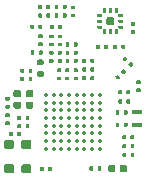
<source format=gtp>
G04 #@! TF.GenerationSoftware,KiCad,Pcbnew,(5.0.1-3-g963ef8bb5)*
G04 #@! TF.CreationDate,2019-03-06T17:01:56+01:00*
G04 #@! TF.ProjectId,TLM-v1,544C4D2D76312E6B696361645F706362,1.1*
G04 #@! TF.SameCoordinates,Original*
G04 #@! TF.FileFunction,Paste,Top*
G04 #@! TF.FilePolarity,Positive*
%FSLAX46Y46*%
G04 Gerber Fmt 4.6, Leading zero omitted, Abs format (unit mm)*
G04 Created by KiCad (PCBNEW (5.0.1-3-g963ef8bb5)) date 2019 March 06, Wednesday 17:01:56*
%MOMM*%
%LPD*%
G01*
G04 APERTURE LIST*
%ADD10C,0.100000*%
%ADD11C,0.318000*%
%ADD12C,0.760000*%
%ADD13C,0.740000*%
%ADD14C,0.347600*%
%ADD15C,0.590000*%
%ADD16C,0.350000*%
%ADD17C,0.250000*%
%ADD18C,0.670000*%
%ADD19C,0.488400*%
G04 APERTURE END LIST*
D10*
G04 #@! TO.C,C3*
G36*
X132507292Y-84320383D02*
X132515010Y-84321528D01*
X132522578Y-84323423D01*
X132529923Y-84326052D01*
X132536976Y-84329387D01*
X132543668Y-84333398D01*
X132549934Y-84338046D01*
X132555715Y-84343285D01*
X132560954Y-84349066D01*
X132565602Y-84355332D01*
X132569613Y-84362024D01*
X132572948Y-84369077D01*
X132575577Y-84376422D01*
X132577472Y-84383990D01*
X132578617Y-84391708D01*
X132579000Y-84399500D01*
X132579000Y-84600500D01*
X132578617Y-84608292D01*
X132577472Y-84616010D01*
X132575577Y-84623578D01*
X132572948Y-84630923D01*
X132569613Y-84637976D01*
X132565602Y-84644668D01*
X132560954Y-84650934D01*
X132555715Y-84656715D01*
X132549934Y-84661954D01*
X132543668Y-84666602D01*
X132536976Y-84670613D01*
X132529923Y-84673948D01*
X132522578Y-84676577D01*
X132515010Y-84678472D01*
X132507292Y-84679617D01*
X132499500Y-84680000D01*
X132340500Y-84680000D01*
X132332708Y-84679617D01*
X132324990Y-84678472D01*
X132317422Y-84676577D01*
X132310077Y-84673948D01*
X132303024Y-84670613D01*
X132296332Y-84666602D01*
X132290066Y-84661954D01*
X132284285Y-84656715D01*
X132279046Y-84650934D01*
X132274398Y-84644668D01*
X132270387Y-84637976D01*
X132267052Y-84630923D01*
X132264423Y-84623578D01*
X132262528Y-84616010D01*
X132261383Y-84608292D01*
X132261000Y-84600500D01*
X132261000Y-84399500D01*
X132261383Y-84391708D01*
X132262528Y-84383990D01*
X132264423Y-84376422D01*
X132267052Y-84369077D01*
X132270387Y-84362024D01*
X132274398Y-84355332D01*
X132279046Y-84349066D01*
X132284285Y-84343285D01*
X132290066Y-84338046D01*
X132296332Y-84333398D01*
X132303024Y-84329387D01*
X132310077Y-84326052D01*
X132317422Y-84323423D01*
X132324990Y-84321528D01*
X132332708Y-84320383D01*
X132340500Y-84320000D01*
X132499500Y-84320000D01*
X132507292Y-84320383D01*
X132507292Y-84320383D01*
G37*
D11*
X132420000Y-84500000D03*
D10*
G36*
X131817292Y-84320383D02*
X131825010Y-84321528D01*
X131832578Y-84323423D01*
X131839923Y-84326052D01*
X131846976Y-84329387D01*
X131853668Y-84333398D01*
X131859934Y-84338046D01*
X131865715Y-84343285D01*
X131870954Y-84349066D01*
X131875602Y-84355332D01*
X131879613Y-84362024D01*
X131882948Y-84369077D01*
X131885577Y-84376422D01*
X131887472Y-84383990D01*
X131888617Y-84391708D01*
X131889000Y-84399500D01*
X131889000Y-84600500D01*
X131888617Y-84608292D01*
X131887472Y-84616010D01*
X131885577Y-84623578D01*
X131882948Y-84630923D01*
X131879613Y-84637976D01*
X131875602Y-84644668D01*
X131870954Y-84650934D01*
X131865715Y-84656715D01*
X131859934Y-84661954D01*
X131853668Y-84666602D01*
X131846976Y-84670613D01*
X131839923Y-84673948D01*
X131832578Y-84676577D01*
X131825010Y-84678472D01*
X131817292Y-84679617D01*
X131809500Y-84680000D01*
X131650500Y-84680000D01*
X131642708Y-84679617D01*
X131634990Y-84678472D01*
X131627422Y-84676577D01*
X131620077Y-84673948D01*
X131613024Y-84670613D01*
X131606332Y-84666602D01*
X131600066Y-84661954D01*
X131594285Y-84656715D01*
X131589046Y-84650934D01*
X131584398Y-84644668D01*
X131580387Y-84637976D01*
X131577052Y-84630923D01*
X131574423Y-84623578D01*
X131572528Y-84616010D01*
X131571383Y-84608292D01*
X131571000Y-84600500D01*
X131571000Y-84399500D01*
X131571383Y-84391708D01*
X131572528Y-84383990D01*
X131574423Y-84376422D01*
X131577052Y-84369077D01*
X131580387Y-84362024D01*
X131584398Y-84355332D01*
X131589046Y-84349066D01*
X131594285Y-84343285D01*
X131600066Y-84338046D01*
X131606332Y-84333398D01*
X131613024Y-84329387D01*
X131620077Y-84326052D01*
X131627422Y-84323423D01*
X131634990Y-84321528D01*
X131642708Y-84320383D01*
X131650500Y-84320000D01*
X131809500Y-84320000D01*
X131817292Y-84320383D01*
X131817292Y-84320383D01*
G37*
D11*
X131730000Y-84500000D03*
G04 #@! TD*
D10*
G04 #@! TO.C,XC1*
G36*
X131133623Y-87720914D02*
X131152067Y-87723650D01*
X131170154Y-87728180D01*
X131187710Y-87734462D01*
X131204565Y-87742434D01*
X131220558Y-87752020D01*
X131235535Y-87763127D01*
X131249350Y-87775649D01*
X131261872Y-87789464D01*
X131272979Y-87804441D01*
X131282565Y-87820434D01*
X131290537Y-87837289D01*
X131296819Y-87854845D01*
X131301349Y-87872932D01*
X131304085Y-87891376D01*
X131305000Y-87909999D01*
X131305000Y-88289999D01*
X131304085Y-88308622D01*
X131301349Y-88327066D01*
X131296819Y-88345153D01*
X131290537Y-88362709D01*
X131282565Y-88379564D01*
X131272979Y-88395557D01*
X131261872Y-88410534D01*
X131249350Y-88424349D01*
X131235535Y-88436871D01*
X131220558Y-88447978D01*
X131204565Y-88457564D01*
X131187710Y-88465536D01*
X131170154Y-88471818D01*
X131152067Y-88476348D01*
X131133623Y-88479084D01*
X131115000Y-88479999D01*
X130635000Y-88479999D01*
X130616377Y-88479084D01*
X130597933Y-88476348D01*
X130579846Y-88471818D01*
X130562290Y-88465536D01*
X130545435Y-88457564D01*
X130529442Y-88447978D01*
X130514465Y-88436871D01*
X130500650Y-88424349D01*
X130488128Y-88410534D01*
X130477021Y-88395557D01*
X130467435Y-88379564D01*
X130459463Y-88362709D01*
X130453181Y-88345153D01*
X130448651Y-88327066D01*
X130445915Y-88308622D01*
X130445000Y-88289999D01*
X130445000Y-87909999D01*
X130445915Y-87891376D01*
X130448651Y-87872932D01*
X130453181Y-87854845D01*
X130459463Y-87837289D01*
X130467435Y-87820434D01*
X130477021Y-87804441D01*
X130488128Y-87789464D01*
X130500650Y-87775649D01*
X130514465Y-87763127D01*
X130529442Y-87752020D01*
X130545435Y-87742434D01*
X130562290Y-87734462D01*
X130579846Y-87728180D01*
X130597933Y-87723650D01*
X130616377Y-87720914D01*
X130635000Y-87719999D01*
X131115000Y-87719999D01*
X131133623Y-87720914D01*
X131133623Y-87720914D01*
G37*
D12*
X130875000Y-88099999D03*
D10*
G36*
X132578133Y-87730890D02*
X132596092Y-87733554D01*
X132613703Y-87737965D01*
X132630796Y-87744081D01*
X132647208Y-87751844D01*
X132662780Y-87761177D01*
X132677363Y-87771992D01*
X132690815Y-87784184D01*
X132703007Y-87797636D01*
X132713822Y-87812219D01*
X132723155Y-87827791D01*
X132730918Y-87844203D01*
X132737034Y-87861296D01*
X132741445Y-87878907D01*
X132744109Y-87896866D01*
X132745000Y-87914999D01*
X132745000Y-88284999D01*
X132744109Y-88303132D01*
X132741445Y-88321091D01*
X132737034Y-88338702D01*
X132730918Y-88355795D01*
X132723155Y-88372207D01*
X132713822Y-88387779D01*
X132703007Y-88402362D01*
X132690815Y-88415814D01*
X132677363Y-88428006D01*
X132662780Y-88438821D01*
X132647208Y-88448154D01*
X132630796Y-88455917D01*
X132613703Y-88462033D01*
X132596092Y-88466444D01*
X132578133Y-88469108D01*
X132560000Y-88469999D01*
X132090000Y-88469999D01*
X132071867Y-88469108D01*
X132053908Y-88466444D01*
X132036297Y-88462033D01*
X132019204Y-88455917D01*
X132002792Y-88448154D01*
X131987220Y-88438821D01*
X131972637Y-88428006D01*
X131959185Y-88415814D01*
X131946993Y-88402362D01*
X131936178Y-88387779D01*
X131926845Y-88372207D01*
X131919082Y-88355795D01*
X131912966Y-88338702D01*
X131908555Y-88321091D01*
X131905891Y-88303132D01*
X131905000Y-88284999D01*
X131905000Y-87914999D01*
X131905891Y-87896866D01*
X131908555Y-87878907D01*
X131912966Y-87861296D01*
X131919082Y-87844203D01*
X131926845Y-87827791D01*
X131936178Y-87812219D01*
X131946993Y-87797636D01*
X131959185Y-87784184D01*
X131972637Y-87771992D01*
X131987220Y-87761177D01*
X132002792Y-87751844D01*
X132019204Y-87744081D01*
X132036297Y-87737965D01*
X132053908Y-87733554D01*
X132071867Y-87730890D01*
X132090000Y-87729999D01*
X132560000Y-87729999D01*
X132578133Y-87730890D01*
X132578133Y-87730890D01*
G37*
D13*
X132325000Y-88099999D03*
D10*
G36*
X131133623Y-85670915D02*
X131152067Y-85673651D01*
X131170154Y-85678181D01*
X131187710Y-85684463D01*
X131204565Y-85692435D01*
X131220558Y-85702021D01*
X131235535Y-85713128D01*
X131249350Y-85725650D01*
X131261872Y-85739465D01*
X131272979Y-85754442D01*
X131282565Y-85770435D01*
X131290537Y-85787290D01*
X131296819Y-85804846D01*
X131301349Y-85822933D01*
X131304085Y-85841377D01*
X131305000Y-85860000D01*
X131305000Y-86240000D01*
X131304085Y-86258623D01*
X131301349Y-86277067D01*
X131296819Y-86295154D01*
X131290537Y-86312710D01*
X131282565Y-86329565D01*
X131272979Y-86345558D01*
X131261872Y-86360535D01*
X131249350Y-86374350D01*
X131235535Y-86386872D01*
X131220558Y-86397979D01*
X131204565Y-86407565D01*
X131187710Y-86415537D01*
X131170154Y-86421819D01*
X131152067Y-86426349D01*
X131133623Y-86429085D01*
X131115000Y-86430000D01*
X130635000Y-86430000D01*
X130616377Y-86429085D01*
X130597933Y-86426349D01*
X130579846Y-86421819D01*
X130562290Y-86415537D01*
X130545435Y-86407565D01*
X130529442Y-86397979D01*
X130514465Y-86386872D01*
X130500650Y-86374350D01*
X130488128Y-86360535D01*
X130477021Y-86345558D01*
X130467435Y-86329565D01*
X130459463Y-86312710D01*
X130453181Y-86295154D01*
X130448651Y-86277067D01*
X130445915Y-86258623D01*
X130445000Y-86240000D01*
X130445000Y-85860000D01*
X130445915Y-85841377D01*
X130448651Y-85822933D01*
X130453181Y-85804846D01*
X130459463Y-85787290D01*
X130467435Y-85770435D01*
X130477021Y-85754442D01*
X130488128Y-85739465D01*
X130500650Y-85725650D01*
X130514465Y-85713128D01*
X130529442Y-85702021D01*
X130545435Y-85692435D01*
X130562290Y-85684463D01*
X130579846Y-85678181D01*
X130597933Y-85673651D01*
X130616377Y-85670915D01*
X130635000Y-85670000D01*
X131115000Y-85670000D01*
X131133623Y-85670915D01*
X131133623Y-85670915D01*
G37*
D12*
X130875000Y-86050000D03*
D10*
G36*
X132583623Y-85670915D02*
X132602067Y-85673651D01*
X132620154Y-85678181D01*
X132637710Y-85684463D01*
X132654565Y-85692435D01*
X132670558Y-85702021D01*
X132685535Y-85713128D01*
X132699350Y-85725650D01*
X132711872Y-85739465D01*
X132722979Y-85754442D01*
X132732565Y-85770435D01*
X132740537Y-85787290D01*
X132746819Y-85804846D01*
X132751349Y-85822933D01*
X132754085Y-85841377D01*
X132755000Y-85860000D01*
X132755000Y-86240000D01*
X132754085Y-86258623D01*
X132751349Y-86277067D01*
X132746819Y-86295154D01*
X132740537Y-86312710D01*
X132732565Y-86329565D01*
X132722979Y-86345558D01*
X132711872Y-86360535D01*
X132699350Y-86374350D01*
X132685535Y-86386872D01*
X132670558Y-86397979D01*
X132654565Y-86407565D01*
X132637710Y-86415537D01*
X132620154Y-86421819D01*
X132602067Y-86426349D01*
X132583623Y-86429085D01*
X132565000Y-86430000D01*
X132085000Y-86430000D01*
X132066377Y-86429085D01*
X132047933Y-86426349D01*
X132029846Y-86421819D01*
X132012290Y-86415537D01*
X131995435Y-86407565D01*
X131979442Y-86397979D01*
X131964465Y-86386872D01*
X131950650Y-86374350D01*
X131938128Y-86360535D01*
X131927021Y-86345558D01*
X131917435Y-86329565D01*
X131909463Y-86312710D01*
X131903181Y-86295154D01*
X131898651Y-86277067D01*
X131895915Y-86258623D01*
X131895000Y-86240000D01*
X131895000Y-85860000D01*
X131895915Y-85841377D01*
X131898651Y-85822933D01*
X131903181Y-85804846D01*
X131909463Y-85787290D01*
X131917435Y-85770435D01*
X131927021Y-85754442D01*
X131938128Y-85739465D01*
X131950650Y-85725650D01*
X131964465Y-85713128D01*
X131979442Y-85702021D01*
X131995435Y-85692435D01*
X132012290Y-85684463D01*
X132029846Y-85678181D01*
X132047933Y-85673651D01*
X132066377Y-85670915D01*
X132085000Y-85670000D01*
X132565000Y-85670000D01*
X132583623Y-85670915D01*
X132583623Y-85670915D01*
G37*
D12*
X132325000Y-86050000D03*
G04 #@! TD*
D10*
G04 #@! TO.C,Y1*
G36*
X142045418Y-83126618D02*
X142053853Y-83127870D01*
X142062126Y-83129942D01*
X142070155Y-83132815D01*
X142077864Y-83136461D01*
X142085179Y-83140845D01*
X142092029Y-83145925D01*
X142098348Y-83151652D01*
X142104075Y-83157971D01*
X142109155Y-83164821D01*
X142113539Y-83172136D01*
X142117185Y-83179845D01*
X142120058Y-83187874D01*
X142122130Y-83196147D01*
X142123382Y-83204582D01*
X142123800Y-83213100D01*
X142123800Y-83386900D01*
X142123382Y-83395418D01*
X142122130Y-83403853D01*
X142120058Y-83412126D01*
X142117185Y-83420155D01*
X142113539Y-83427864D01*
X142109155Y-83435179D01*
X142104075Y-83442029D01*
X142098348Y-83448348D01*
X142092029Y-83454075D01*
X142085179Y-83459155D01*
X142077864Y-83463539D01*
X142070155Y-83467185D01*
X142062126Y-83470058D01*
X142053853Y-83472130D01*
X142045418Y-83473382D01*
X142036900Y-83473800D01*
X141363100Y-83473800D01*
X141354582Y-83473382D01*
X141346147Y-83472130D01*
X141337874Y-83470058D01*
X141329845Y-83467185D01*
X141322136Y-83463539D01*
X141314821Y-83459155D01*
X141307971Y-83454075D01*
X141301652Y-83448348D01*
X141295925Y-83442029D01*
X141290845Y-83435179D01*
X141286461Y-83427864D01*
X141282815Y-83420155D01*
X141279942Y-83412126D01*
X141277870Y-83403853D01*
X141276618Y-83395418D01*
X141276200Y-83386900D01*
X141276200Y-83213100D01*
X141276618Y-83204582D01*
X141277870Y-83196147D01*
X141279942Y-83187874D01*
X141282815Y-83179845D01*
X141286461Y-83172136D01*
X141290845Y-83164821D01*
X141295925Y-83157971D01*
X141301652Y-83151652D01*
X141307971Y-83145925D01*
X141314821Y-83140845D01*
X141322136Y-83136461D01*
X141329845Y-83132815D01*
X141337874Y-83129942D01*
X141346147Y-83127870D01*
X141354582Y-83126618D01*
X141363100Y-83126200D01*
X142036900Y-83126200D01*
X142045418Y-83126618D01*
X142045418Y-83126618D01*
G37*
D14*
X141700000Y-83300000D03*
D10*
G36*
X142045418Y-84226618D02*
X142053853Y-84227870D01*
X142062126Y-84229942D01*
X142070155Y-84232815D01*
X142077864Y-84236461D01*
X142085179Y-84240845D01*
X142092029Y-84245925D01*
X142098348Y-84251652D01*
X142104075Y-84257971D01*
X142109155Y-84264821D01*
X142113539Y-84272136D01*
X142117185Y-84279845D01*
X142120058Y-84287874D01*
X142122130Y-84296147D01*
X142123382Y-84304582D01*
X142123800Y-84313100D01*
X142123800Y-84486900D01*
X142123382Y-84495418D01*
X142122130Y-84503853D01*
X142120058Y-84512126D01*
X142117185Y-84520155D01*
X142113539Y-84527864D01*
X142109155Y-84535179D01*
X142104075Y-84542029D01*
X142098348Y-84548348D01*
X142092029Y-84554075D01*
X142085179Y-84559155D01*
X142077864Y-84563539D01*
X142070155Y-84567185D01*
X142062126Y-84570058D01*
X142053853Y-84572130D01*
X142045418Y-84573382D01*
X142036900Y-84573800D01*
X141363100Y-84573800D01*
X141354582Y-84573382D01*
X141346147Y-84572130D01*
X141337874Y-84570058D01*
X141329845Y-84567185D01*
X141322136Y-84563539D01*
X141314821Y-84559155D01*
X141307971Y-84554075D01*
X141301652Y-84548348D01*
X141295925Y-84542029D01*
X141290845Y-84535179D01*
X141286461Y-84527864D01*
X141282815Y-84520155D01*
X141279942Y-84512126D01*
X141277870Y-84503853D01*
X141276618Y-84495418D01*
X141276200Y-84486900D01*
X141276200Y-84313100D01*
X141276618Y-84304582D01*
X141277870Y-84296147D01*
X141279942Y-84287874D01*
X141282815Y-84279845D01*
X141286461Y-84272136D01*
X141290845Y-84264821D01*
X141295925Y-84257971D01*
X141301652Y-84251652D01*
X141307971Y-84245925D01*
X141314821Y-84240845D01*
X141322136Y-84236461D01*
X141329845Y-84232815D01*
X141337874Y-84229942D01*
X141346147Y-84227870D01*
X141354582Y-84226618D01*
X141363100Y-84226200D01*
X142036900Y-84226200D01*
X142045418Y-84226618D01*
X142045418Y-84226618D01*
G37*
D14*
X141700000Y-84400000D03*
G04 #@! TD*
D10*
G04 #@! TO.C,C1*
G36*
X132796958Y-82420710D02*
X132811276Y-82422834D01*
X132825317Y-82426351D01*
X132838946Y-82431228D01*
X132852031Y-82437417D01*
X132864447Y-82444858D01*
X132876073Y-82453481D01*
X132886798Y-82463202D01*
X132896519Y-82473927D01*
X132905142Y-82485553D01*
X132912583Y-82497969D01*
X132918772Y-82511054D01*
X132923649Y-82524683D01*
X132927166Y-82538724D01*
X132929290Y-82553042D01*
X132930000Y-82567500D01*
X132930000Y-82862500D01*
X132929290Y-82876958D01*
X132927166Y-82891276D01*
X132923649Y-82905317D01*
X132918772Y-82918946D01*
X132912583Y-82932031D01*
X132905142Y-82944447D01*
X132896519Y-82956073D01*
X132886798Y-82966798D01*
X132876073Y-82976519D01*
X132864447Y-82985142D01*
X132852031Y-82992583D01*
X132838946Y-82998772D01*
X132825317Y-83003649D01*
X132811276Y-83007166D01*
X132796958Y-83009290D01*
X132782500Y-83010000D01*
X132437500Y-83010000D01*
X132423042Y-83009290D01*
X132408724Y-83007166D01*
X132394683Y-83003649D01*
X132381054Y-82998772D01*
X132367969Y-82992583D01*
X132355553Y-82985142D01*
X132343927Y-82976519D01*
X132333202Y-82966798D01*
X132323481Y-82956073D01*
X132314858Y-82944447D01*
X132307417Y-82932031D01*
X132301228Y-82918946D01*
X132296351Y-82905317D01*
X132292834Y-82891276D01*
X132290710Y-82876958D01*
X132290000Y-82862500D01*
X132290000Y-82567500D01*
X132290710Y-82553042D01*
X132292834Y-82538724D01*
X132296351Y-82524683D01*
X132301228Y-82511054D01*
X132307417Y-82497969D01*
X132314858Y-82485553D01*
X132323481Y-82473927D01*
X132333202Y-82463202D01*
X132343927Y-82453481D01*
X132355553Y-82444858D01*
X132367969Y-82437417D01*
X132381054Y-82431228D01*
X132394683Y-82426351D01*
X132408724Y-82422834D01*
X132423042Y-82420710D01*
X132437500Y-82420000D01*
X132782500Y-82420000D01*
X132796958Y-82420710D01*
X132796958Y-82420710D01*
G37*
D15*
X132610000Y-82715000D03*
D10*
G36*
X132796958Y-81450710D02*
X132811276Y-81452834D01*
X132825317Y-81456351D01*
X132838946Y-81461228D01*
X132852031Y-81467417D01*
X132864447Y-81474858D01*
X132876073Y-81483481D01*
X132886798Y-81493202D01*
X132896519Y-81503927D01*
X132905142Y-81515553D01*
X132912583Y-81527969D01*
X132918772Y-81541054D01*
X132923649Y-81554683D01*
X132927166Y-81568724D01*
X132929290Y-81583042D01*
X132930000Y-81597500D01*
X132930000Y-81892500D01*
X132929290Y-81906958D01*
X132927166Y-81921276D01*
X132923649Y-81935317D01*
X132918772Y-81948946D01*
X132912583Y-81962031D01*
X132905142Y-81974447D01*
X132896519Y-81986073D01*
X132886798Y-81996798D01*
X132876073Y-82006519D01*
X132864447Y-82015142D01*
X132852031Y-82022583D01*
X132838946Y-82028772D01*
X132825317Y-82033649D01*
X132811276Y-82037166D01*
X132796958Y-82039290D01*
X132782500Y-82040000D01*
X132437500Y-82040000D01*
X132423042Y-82039290D01*
X132408724Y-82037166D01*
X132394683Y-82033649D01*
X132381054Y-82028772D01*
X132367969Y-82022583D01*
X132355553Y-82015142D01*
X132343927Y-82006519D01*
X132333202Y-81996798D01*
X132323481Y-81986073D01*
X132314858Y-81974447D01*
X132307417Y-81962031D01*
X132301228Y-81948946D01*
X132296351Y-81935317D01*
X132292834Y-81921276D01*
X132290710Y-81906958D01*
X132290000Y-81892500D01*
X132290000Y-81597500D01*
X132290710Y-81583042D01*
X132292834Y-81568724D01*
X132296351Y-81554683D01*
X132301228Y-81541054D01*
X132307417Y-81527969D01*
X132314858Y-81515553D01*
X132323481Y-81503927D01*
X132333202Y-81493202D01*
X132343927Y-81483481D01*
X132355553Y-81474858D01*
X132367969Y-81467417D01*
X132381054Y-81461228D01*
X132394683Y-81456351D01*
X132408724Y-81452834D01*
X132423042Y-81450710D01*
X132437500Y-81450000D01*
X132782500Y-81450000D01*
X132796958Y-81450710D01*
X132796958Y-81450710D01*
G37*
D15*
X132610000Y-81745000D03*
G04 #@! TD*
D10*
G04 #@! TO.C,C2*
G36*
X130848292Y-82706383D02*
X130856010Y-82707528D01*
X130863578Y-82709423D01*
X130870923Y-82712052D01*
X130877976Y-82715387D01*
X130884668Y-82719398D01*
X130890934Y-82724046D01*
X130896715Y-82729285D01*
X130901954Y-82735066D01*
X130906602Y-82741332D01*
X130910613Y-82748024D01*
X130913948Y-82755077D01*
X130916577Y-82762422D01*
X130918472Y-82769990D01*
X130919617Y-82777708D01*
X130920000Y-82785500D01*
X130920000Y-82944500D01*
X130919617Y-82952292D01*
X130918472Y-82960010D01*
X130916577Y-82967578D01*
X130913948Y-82974923D01*
X130910613Y-82981976D01*
X130906602Y-82988668D01*
X130901954Y-82994934D01*
X130896715Y-83000715D01*
X130890934Y-83005954D01*
X130884668Y-83010602D01*
X130877976Y-83014613D01*
X130870923Y-83017948D01*
X130863578Y-83020577D01*
X130856010Y-83022472D01*
X130848292Y-83023617D01*
X130840500Y-83024000D01*
X130639500Y-83024000D01*
X130631708Y-83023617D01*
X130623990Y-83022472D01*
X130616422Y-83020577D01*
X130609077Y-83017948D01*
X130602024Y-83014613D01*
X130595332Y-83010602D01*
X130589066Y-83005954D01*
X130583285Y-83000715D01*
X130578046Y-82994934D01*
X130573398Y-82988668D01*
X130569387Y-82981976D01*
X130566052Y-82974923D01*
X130563423Y-82967578D01*
X130561528Y-82960010D01*
X130560383Y-82952292D01*
X130560000Y-82944500D01*
X130560000Y-82785500D01*
X130560383Y-82777708D01*
X130561528Y-82769990D01*
X130563423Y-82762422D01*
X130566052Y-82755077D01*
X130569387Y-82748024D01*
X130573398Y-82741332D01*
X130578046Y-82735066D01*
X130583285Y-82729285D01*
X130589066Y-82724046D01*
X130595332Y-82719398D01*
X130602024Y-82715387D01*
X130609077Y-82712052D01*
X130616422Y-82709423D01*
X130623990Y-82707528D01*
X130631708Y-82706383D01*
X130639500Y-82706000D01*
X130840500Y-82706000D01*
X130848292Y-82706383D01*
X130848292Y-82706383D01*
G37*
D11*
X130740000Y-82865000D03*
D10*
G36*
X130848292Y-82016383D02*
X130856010Y-82017528D01*
X130863578Y-82019423D01*
X130870923Y-82022052D01*
X130877976Y-82025387D01*
X130884668Y-82029398D01*
X130890934Y-82034046D01*
X130896715Y-82039285D01*
X130901954Y-82045066D01*
X130906602Y-82051332D01*
X130910613Y-82058024D01*
X130913948Y-82065077D01*
X130916577Y-82072422D01*
X130918472Y-82079990D01*
X130919617Y-82087708D01*
X130920000Y-82095500D01*
X130920000Y-82254500D01*
X130919617Y-82262292D01*
X130918472Y-82270010D01*
X130916577Y-82277578D01*
X130913948Y-82284923D01*
X130910613Y-82291976D01*
X130906602Y-82298668D01*
X130901954Y-82304934D01*
X130896715Y-82310715D01*
X130890934Y-82315954D01*
X130884668Y-82320602D01*
X130877976Y-82324613D01*
X130870923Y-82327948D01*
X130863578Y-82330577D01*
X130856010Y-82332472D01*
X130848292Y-82333617D01*
X130840500Y-82334000D01*
X130639500Y-82334000D01*
X130631708Y-82333617D01*
X130623990Y-82332472D01*
X130616422Y-82330577D01*
X130609077Y-82327948D01*
X130602024Y-82324613D01*
X130595332Y-82320602D01*
X130589066Y-82315954D01*
X130583285Y-82310715D01*
X130578046Y-82304934D01*
X130573398Y-82298668D01*
X130569387Y-82291976D01*
X130566052Y-82284923D01*
X130563423Y-82277578D01*
X130561528Y-82270010D01*
X130560383Y-82262292D01*
X130560000Y-82254500D01*
X130560000Y-82095500D01*
X130560383Y-82087708D01*
X130561528Y-82079990D01*
X130563423Y-82072422D01*
X130566052Y-82065077D01*
X130569387Y-82058024D01*
X130573398Y-82051332D01*
X130578046Y-82045066D01*
X130583285Y-82039285D01*
X130589066Y-82034046D01*
X130595332Y-82029398D01*
X130602024Y-82025387D01*
X130609077Y-82022052D01*
X130616422Y-82019423D01*
X130623990Y-82017528D01*
X130631708Y-82016383D01*
X130639500Y-82016000D01*
X130840500Y-82016000D01*
X130848292Y-82016383D01*
X130848292Y-82016383D01*
G37*
D11*
X130740000Y-82175000D03*
G04 #@! TD*
D10*
G04 #@! TO.C,C4*
G36*
X141407292Y-86020383D02*
X141415010Y-86021528D01*
X141422578Y-86023423D01*
X141429923Y-86026052D01*
X141436976Y-86029387D01*
X141443668Y-86033398D01*
X141449934Y-86038046D01*
X141455715Y-86043285D01*
X141460954Y-86049066D01*
X141465602Y-86055332D01*
X141469613Y-86062024D01*
X141472948Y-86069077D01*
X141475577Y-86076422D01*
X141477472Y-86083990D01*
X141478617Y-86091708D01*
X141479000Y-86099500D01*
X141479000Y-86300500D01*
X141478617Y-86308292D01*
X141477472Y-86316010D01*
X141475577Y-86323578D01*
X141472948Y-86330923D01*
X141469613Y-86337976D01*
X141465602Y-86344668D01*
X141460954Y-86350934D01*
X141455715Y-86356715D01*
X141449934Y-86361954D01*
X141443668Y-86366602D01*
X141436976Y-86370613D01*
X141429923Y-86373948D01*
X141422578Y-86376577D01*
X141415010Y-86378472D01*
X141407292Y-86379617D01*
X141399500Y-86380000D01*
X141240500Y-86380000D01*
X141232708Y-86379617D01*
X141224990Y-86378472D01*
X141217422Y-86376577D01*
X141210077Y-86373948D01*
X141203024Y-86370613D01*
X141196332Y-86366602D01*
X141190066Y-86361954D01*
X141184285Y-86356715D01*
X141179046Y-86350934D01*
X141174398Y-86344668D01*
X141170387Y-86337976D01*
X141167052Y-86330923D01*
X141164423Y-86323578D01*
X141162528Y-86316010D01*
X141161383Y-86308292D01*
X141161000Y-86300500D01*
X141161000Y-86099500D01*
X141161383Y-86091708D01*
X141162528Y-86083990D01*
X141164423Y-86076422D01*
X141167052Y-86069077D01*
X141170387Y-86062024D01*
X141174398Y-86055332D01*
X141179046Y-86049066D01*
X141184285Y-86043285D01*
X141190066Y-86038046D01*
X141196332Y-86033398D01*
X141203024Y-86029387D01*
X141210077Y-86026052D01*
X141217422Y-86023423D01*
X141224990Y-86021528D01*
X141232708Y-86020383D01*
X141240500Y-86020000D01*
X141399500Y-86020000D01*
X141407292Y-86020383D01*
X141407292Y-86020383D01*
G37*
D11*
X141320000Y-86200000D03*
D10*
G36*
X140717292Y-86020383D02*
X140725010Y-86021528D01*
X140732578Y-86023423D01*
X140739923Y-86026052D01*
X140746976Y-86029387D01*
X140753668Y-86033398D01*
X140759934Y-86038046D01*
X140765715Y-86043285D01*
X140770954Y-86049066D01*
X140775602Y-86055332D01*
X140779613Y-86062024D01*
X140782948Y-86069077D01*
X140785577Y-86076422D01*
X140787472Y-86083990D01*
X140788617Y-86091708D01*
X140789000Y-86099500D01*
X140789000Y-86300500D01*
X140788617Y-86308292D01*
X140787472Y-86316010D01*
X140785577Y-86323578D01*
X140782948Y-86330923D01*
X140779613Y-86337976D01*
X140775602Y-86344668D01*
X140770954Y-86350934D01*
X140765715Y-86356715D01*
X140759934Y-86361954D01*
X140753668Y-86366602D01*
X140746976Y-86370613D01*
X140739923Y-86373948D01*
X140732578Y-86376577D01*
X140725010Y-86378472D01*
X140717292Y-86379617D01*
X140709500Y-86380000D01*
X140550500Y-86380000D01*
X140542708Y-86379617D01*
X140534990Y-86378472D01*
X140527422Y-86376577D01*
X140520077Y-86373948D01*
X140513024Y-86370613D01*
X140506332Y-86366602D01*
X140500066Y-86361954D01*
X140494285Y-86356715D01*
X140489046Y-86350934D01*
X140484398Y-86344668D01*
X140480387Y-86337976D01*
X140477052Y-86330923D01*
X140474423Y-86323578D01*
X140472528Y-86316010D01*
X140471383Y-86308292D01*
X140471000Y-86300500D01*
X140471000Y-86099500D01*
X140471383Y-86091708D01*
X140472528Y-86083990D01*
X140474423Y-86076422D01*
X140477052Y-86069077D01*
X140480387Y-86062024D01*
X140484398Y-86055332D01*
X140489046Y-86049066D01*
X140494285Y-86043285D01*
X140500066Y-86038046D01*
X140506332Y-86033398D01*
X140513024Y-86029387D01*
X140520077Y-86026052D01*
X140527422Y-86023423D01*
X140534990Y-86021528D01*
X140542708Y-86020383D01*
X140550500Y-86020000D01*
X140709500Y-86020000D01*
X140717292Y-86020383D01*
X140717292Y-86020383D01*
G37*
D11*
X140630000Y-86200000D03*
G04 #@! TD*
D10*
G04 #@! TO.C,C5*
G36*
X141407292Y-86745383D02*
X141415010Y-86746528D01*
X141422578Y-86748423D01*
X141429923Y-86751052D01*
X141436976Y-86754387D01*
X141443668Y-86758398D01*
X141449934Y-86763046D01*
X141455715Y-86768285D01*
X141460954Y-86774066D01*
X141465602Y-86780332D01*
X141469613Y-86787024D01*
X141472948Y-86794077D01*
X141475577Y-86801422D01*
X141477472Y-86808990D01*
X141478617Y-86816708D01*
X141479000Y-86824500D01*
X141479000Y-87025500D01*
X141478617Y-87033292D01*
X141477472Y-87041010D01*
X141475577Y-87048578D01*
X141472948Y-87055923D01*
X141469613Y-87062976D01*
X141465602Y-87069668D01*
X141460954Y-87075934D01*
X141455715Y-87081715D01*
X141449934Y-87086954D01*
X141443668Y-87091602D01*
X141436976Y-87095613D01*
X141429923Y-87098948D01*
X141422578Y-87101577D01*
X141415010Y-87103472D01*
X141407292Y-87104617D01*
X141399500Y-87105000D01*
X141240500Y-87105000D01*
X141232708Y-87104617D01*
X141224990Y-87103472D01*
X141217422Y-87101577D01*
X141210077Y-87098948D01*
X141203024Y-87095613D01*
X141196332Y-87091602D01*
X141190066Y-87086954D01*
X141184285Y-87081715D01*
X141179046Y-87075934D01*
X141174398Y-87069668D01*
X141170387Y-87062976D01*
X141167052Y-87055923D01*
X141164423Y-87048578D01*
X141162528Y-87041010D01*
X141161383Y-87033292D01*
X141161000Y-87025500D01*
X141161000Y-86824500D01*
X141161383Y-86816708D01*
X141162528Y-86808990D01*
X141164423Y-86801422D01*
X141167052Y-86794077D01*
X141170387Y-86787024D01*
X141174398Y-86780332D01*
X141179046Y-86774066D01*
X141184285Y-86768285D01*
X141190066Y-86763046D01*
X141196332Y-86758398D01*
X141203024Y-86754387D01*
X141210077Y-86751052D01*
X141217422Y-86748423D01*
X141224990Y-86746528D01*
X141232708Y-86745383D01*
X141240500Y-86745000D01*
X141399500Y-86745000D01*
X141407292Y-86745383D01*
X141407292Y-86745383D01*
G37*
D11*
X141320000Y-86925000D03*
D10*
G36*
X140717292Y-86745383D02*
X140725010Y-86746528D01*
X140732578Y-86748423D01*
X140739923Y-86751052D01*
X140746976Y-86754387D01*
X140753668Y-86758398D01*
X140759934Y-86763046D01*
X140765715Y-86768285D01*
X140770954Y-86774066D01*
X140775602Y-86780332D01*
X140779613Y-86787024D01*
X140782948Y-86794077D01*
X140785577Y-86801422D01*
X140787472Y-86808990D01*
X140788617Y-86816708D01*
X140789000Y-86824500D01*
X140789000Y-87025500D01*
X140788617Y-87033292D01*
X140787472Y-87041010D01*
X140785577Y-87048578D01*
X140782948Y-87055923D01*
X140779613Y-87062976D01*
X140775602Y-87069668D01*
X140770954Y-87075934D01*
X140765715Y-87081715D01*
X140759934Y-87086954D01*
X140753668Y-87091602D01*
X140746976Y-87095613D01*
X140739923Y-87098948D01*
X140732578Y-87101577D01*
X140725010Y-87103472D01*
X140717292Y-87104617D01*
X140709500Y-87105000D01*
X140550500Y-87105000D01*
X140542708Y-87104617D01*
X140534990Y-87103472D01*
X140527422Y-87101577D01*
X140520077Y-87098948D01*
X140513024Y-87095613D01*
X140506332Y-87091602D01*
X140500066Y-87086954D01*
X140494285Y-87081715D01*
X140489046Y-87075934D01*
X140484398Y-87069668D01*
X140480387Y-87062976D01*
X140477052Y-87055923D01*
X140474423Y-87048578D01*
X140472528Y-87041010D01*
X140471383Y-87033292D01*
X140471000Y-87025500D01*
X140471000Y-86824500D01*
X140471383Y-86816708D01*
X140472528Y-86808990D01*
X140474423Y-86801422D01*
X140477052Y-86794077D01*
X140480387Y-86787024D01*
X140484398Y-86780332D01*
X140489046Y-86774066D01*
X140494285Y-86768285D01*
X140500066Y-86763046D01*
X140506332Y-86758398D01*
X140513024Y-86754387D01*
X140520077Y-86751052D01*
X140527422Y-86748423D01*
X140534990Y-86746528D01*
X140542708Y-86745383D01*
X140550500Y-86745000D01*
X140709500Y-86745000D01*
X140717292Y-86745383D01*
X140717292Y-86745383D01*
G37*
D11*
X140630000Y-86925000D03*
G04 #@! TD*
D10*
G04 #@! TO.C,C6*
G36*
X130848292Y-83416383D02*
X130856010Y-83417528D01*
X130863578Y-83419423D01*
X130870923Y-83422052D01*
X130877976Y-83425387D01*
X130884668Y-83429398D01*
X130890934Y-83434046D01*
X130896715Y-83439285D01*
X130901954Y-83445066D01*
X130906602Y-83451332D01*
X130910613Y-83458024D01*
X130913948Y-83465077D01*
X130916577Y-83472422D01*
X130918472Y-83479990D01*
X130919617Y-83487708D01*
X130920000Y-83495500D01*
X130920000Y-83654500D01*
X130919617Y-83662292D01*
X130918472Y-83670010D01*
X130916577Y-83677578D01*
X130913948Y-83684923D01*
X130910613Y-83691976D01*
X130906602Y-83698668D01*
X130901954Y-83704934D01*
X130896715Y-83710715D01*
X130890934Y-83715954D01*
X130884668Y-83720602D01*
X130877976Y-83724613D01*
X130870923Y-83727948D01*
X130863578Y-83730577D01*
X130856010Y-83732472D01*
X130848292Y-83733617D01*
X130840500Y-83734000D01*
X130639500Y-83734000D01*
X130631708Y-83733617D01*
X130623990Y-83732472D01*
X130616422Y-83730577D01*
X130609077Y-83727948D01*
X130602024Y-83724613D01*
X130595332Y-83720602D01*
X130589066Y-83715954D01*
X130583285Y-83710715D01*
X130578046Y-83704934D01*
X130573398Y-83698668D01*
X130569387Y-83691976D01*
X130566052Y-83684923D01*
X130563423Y-83677578D01*
X130561528Y-83670010D01*
X130560383Y-83662292D01*
X130560000Y-83654500D01*
X130560000Y-83495500D01*
X130560383Y-83487708D01*
X130561528Y-83479990D01*
X130563423Y-83472422D01*
X130566052Y-83465077D01*
X130569387Y-83458024D01*
X130573398Y-83451332D01*
X130578046Y-83445066D01*
X130583285Y-83439285D01*
X130589066Y-83434046D01*
X130595332Y-83429398D01*
X130602024Y-83425387D01*
X130609077Y-83422052D01*
X130616422Y-83419423D01*
X130623990Y-83417528D01*
X130631708Y-83416383D01*
X130639500Y-83416000D01*
X130840500Y-83416000D01*
X130848292Y-83416383D01*
X130848292Y-83416383D01*
G37*
D11*
X130740000Y-83575000D03*
D10*
G36*
X130848292Y-84106383D02*
X130856010Y-84107528D01*
X130863578Y-84109423D01*
X130870923Y-84112052D01*
X130877976Y-84115387D01*
X130884668Y-84119398D01*
X130890934Y-84124046D01*
X130896715Y-84129285D01*
X130901954Y-84135066D01*
X130906602Y-84141332D01*
X130910613Y-84148024D01*
X130913948Y-84155077D01*
X130916577Y-84162422D01*
X130918472Y-84169990D01*
X130919617Y-84177708D01*
X130920000Y-84185500D01*
X130920000Y-84344500D01*
X130919617Y-84352292D01*
X130918472Y-84360010D01*
X130916577Y-84367578D01*
X130913948Y-84374923D01*
X130910613Y-84381976D01*
X130906602Y-84388668D01*
X130901954Y-84394934D01*
X130896715Y-84400715D01*
X130890934Y-84405954D01*
X130884668Y-84410602D01*
X130877976Y-84414613D01*
X130870923Y-84417948D01*
X130863578Y-84420577D01*
X130856010Y-84422472D01*
X130848292Y-84423617D01*
X130840500Y-84424000D01*
X130639500Y-84424000D01*
X130631708Y-84423617D01*
X130623990Y-84422472D01*
X130616422Y-84420577D01*
X130609077Y-84417948D01*
X130602024Y-84414613D01*
X130595332Y-84410602D01*
X130589066Y-84405954D01*
X130583285Y-84400715D01*
X130578046Y-84394934D01*
X130573398Y-84388668D01*
X130569387Y-84381976D01*
X130566052Y-84374923D01*
X130563423Y-84367578D01*
X130561528Y-84360010D01*
X130560383Y-84352292D01*
X130560000Y-84344500D01*
X130560000Y-84185500D01*
X130560383Y-84177708D01*
X130561528Y-84169990D01*
X130563423Y-84162422D01*
X130566052Y-84155077D01*
X130569387Y-84148024D01*
X130573398Y-84141332D01*
X130578046Y-84135066D01*
X130583285Y-84129285D01*
X130589066Y-84124046D01*
X130595332Y-84119398D01*
X130602024Y-84115387D01*
X130609077Y-84112052D01*
X130616422Y-84109423D01*
X130623990Y-84107528D01*
X130631708Y-84106383D01*
X130639500Y-84106000D01*
X130840500Y-84106000D01*
X130848292Y-84106383D01*
X130848292Y-84106383D01*
G37*
D11*
X130740000Y-84265000D03*
G04 #@! TD*
D10*
G04 #@! TO.C,C7*
G36*
X132762292Y-80320383D02*
X132770010Y-80321528D01*
X132777578Y-80323423D01*
X132784923Y-80326052D01*
X132791976Y-80329387D01*
X132798668Y-80333398D01*
X132804934Y-80338046D01*
X132810715Y-80343285D01*
X132815954Y-80349066D01*
X132820602Y-80355332D01*
X132824613Y-80362024D01*
X132827948Y-80369077D01*
X132830577Y-80376422D01*
X132832472Y-80383990D01*
X132833617Y-80391708D01*
X132834000Y-80399500D01*
X132834000Y-80600500D01*
X132833617Y-80608292D01*
X132832472Y-80616010D01*
X132830577Y-80623578D01*
X132827948Y-80630923D01*
X132824613Y-80637976D01*
X132820602Y-80644668D01*
X132815954Y-80650934D01*
X132810715Y-80656715D01*
X132804934Y-80661954D01*
X132798668Y-80666602D01*
X132791976Y-80670613D01*
X132784923Y-80673948D01*
X132777578Y-80676577D01*
X132770010Y-80678472D01*
X132762292Y-80679617D01*
X132754500Y-80680000D01*
X132595500Y-80680000D01*
X132587708Y-80679617D01*
X132579990Y-80678472D01*
X132572422Y-80676577D01*
X132565077Y-80673948D01*
X132558024Y-80670613D01*
X132551332Y-80666602D01*
X132545066Y-80661954D01*
X132539285Y-80656715D01*
X132534046Y-80650934D01*
X132529398Y-80644668D01*
X132525387Y-80637976D01*
X132522052Y-80630923D01*
X132519423Y-80623578D01*
X132517528Y-80616010D01*
X132516383Y-80608292D01*
X132516000Y-80600500D01*
X132516000Y-80399500D01*
X132516383Y-80391708D01*
X132517528Y-80383990D01*
X132519423Y-80376422D01*
X132522052Y-80369077D01*
X132525387Y-80362024D01*
X132529398Y-80355332D01*
X132534046Y-80349066D01*
X132539285Y-80343285D01*
X132545066Y-80338046D01*
X132551332Y-80333398D01*
X132558024Y-80329387D01*
X132565077Y-80326052D01*
X132572422Y-80323423D01*
X132579990Y-80321528D01*
X132587708Y-80320383D01*
X132595500Y-80320000D01*
X132754500Y-80320000D01*
X132762292Y-80320383D01*
X132762292Y-80320383D01*
G37*
D11*
X132675000Y-80500000D03*
D10*
G36*
X132072292Y-80320383D02*
X132080010Y-80321528D01*
X132087578Y-80323423D01*
X132094923Y-80326052D01*
X132101976Y-80329387D01*
X132108668Y-80333398D01*
X132114934Y-80338046D01*
X132120715Y-80343285D01*
X132125954Y-80349066D01*
X132130602Y-80355332D01*
X132134613Y-80362024D01*
X132137948Y-80369077D01*
X132140577Y-80376422D01*
X132142472Y-80383990D01*
X132143617Y-80391708D01*
X132144000Y-80399500D01*
X132144000Y-80600500D01*
X132143617Y-80608292D01*
X132142472Y-80616010D01*
X132140577Y-80623578D01*
X132137948Y-80630923D01*
X132134613Y-80637976D01*
X132130602Y-80644668D01*
X132125954Y-80650934D01*
X132120715Y-80656715D01*
X132114934Y-80661954D01*
X132108668Y-80666602D01*
X132101976Y-80670613D01*
X132094923Y-80673948D01*
X132087578Y-80676577D01*
X132080010Y-80678472D01*
X132072292Y-80679617D01*
X132064500Y-80680000D01*
X131905500Y-80680000D01*
X131897708Y-80679617D01*
X131889990Y-80678472D01*
X131882422Y-80676577D01*
X131875077Y-80673948D01*
X131868024Y-80670613D01*
X131861332Y-80666602D01*
X131855066Y-80661954D01*
X131849285Y-80656715D01*
X131844046Y-80650934D01*
X131839398Y-80644668D01*
X131835387Y-80637976D01*
X131832052Y-80630923D01*
X131829423Y-80623578D01*
X131827528Y-80616010D01*
X131826383Y-80608292D01*
X131826000Y-80600500D01*
X131826000Y-80399500D01*
X131826383Y-80391708D01*
X131827528Y-80383990D01*
X131829423Y-80376422D01*
X131832052Y-80369077D01*
X131835387Y-80362024D01*
X131839398Y-80355332D01*
X131844046Y-80349066D01*
X131849285Y-80343285D01*
X131855066Y-80338046D01*
X131861332Y-80333398D01*
X131868024Y-80329387D01*
X131875077Y-80326052D01*
X131882422Y-80323423D01*
X131889990Y-80321528D01*
X131897708Y-80320383D01*
X131905500Y-80320000D01*
X132064500Y-80320000D01*
X132072292Y-80320383D01*
X132072292Y-80320383D01*
G37*
D11*
X131985000Y-80500000D03*
G04 #@! TD*
D10*
G04 #@! TO.C,C8*
G36*
X132069292Y-79620383D02*
X132077010Y-79621528D01*
X132084578Y-79623423D01*
X132091923Y-79626052D01*
X132098976Y-79629387D01*
X132105668Y-79633398D01*
X132111934Y-79638046D01*
X132117715Y-79643285D01*
X132122954Y-79649066D01*
X132127602Y-79655332D01*
X132131613Y-79662024D01*
X132134948Y-79669077D01*
X132137577Y-79676422D01*
X132139472Y-79683990D01*
X132140617Y-79691708D01*
X132141000Y-79699500D01*
X132141000Y-79900500D01*
X132140617Y-79908292D01*
X132139472Y-79916010D01*
X132137577Y-79923578D01*
X132134948Y-79930923D01*
X132131613Y-79937976D01*
X132127602Y-79944668D01*
X132122954Y-79950934D01*
X132117715Y-79956715D01*
X132111934Y-79961954D01*
X132105668Y-79966602D01*
X132098976Y-79970613D01*
X132091923Y-79973948D01*
X132084578Y-79976577D01*
X132077010Y-79978472D01*
X132069292Y-79979617D01*
X132061500Y-79980000D01*
X131902500Y-79980000D01*
X131894708Y-79979617D01*
X131886990Y-79978472D01*
X131879422Y-79976577D01*
X131872077Y-79973948D01*
X131865024Y-79970613D01*
X131858332Y-79966602D01*
X131852066Y-79961954D01*
X131846285Y-79956715D01*
X131841046Y-79950934D01*
X131836398Y-79944668D01*
X131832387Y-79937976D01*
X131829052Y-79930923D01*
X131826423Y-79923578D01*
X131824528Y-79916010D01*
X131823383Y-79908292D01*
X131823000Y-79900500D01*
X131823000Y-79699500D01*
X131823383Y-79691708D01*
X131824528Y-79683990D01*
X131826423Y-79676422D01*
X131829052Y-79669077D01*
X131832387Y-79662024D01*
X131836398Y-79655332D01*
X131841046Y-79649066D01*
X131846285Y-79643285D01*
X131852066Y-79638046D01*
X131858332Y-79633398D01*
X131865024Y-79629387D01*
X131872077Y-79626052D01*
X131879422Y-79623423D01*
X131886990Y-79621528D01*
X131894708Y-79620383D01*
X131902500Y-79620000D01*
X132061500Y-79620000D01*
X132069292Y-79620383D01*
X132069292Y-79620383D01*
G37*
D11*
X131982000Y-79800000D03*
D10*
G36*
X132759292Y-79620383D02*
X132767010Y-79621528D01*
X132774578Y-79623423D01*
X132781923Y-79626052D01*
X132788976Y-79629387D01*
X132795668Y-79633398D01*
X132801934Y-79638046D01*
X132807715Y-79643285D01*
X132812954Y-79649066D01*
X132817602Y-79655332D01*
X132821613Y-79662024D01*
X132824948Y-79669077D01*
X132827577Y-79676422D01*
X132829472Y-79683990D01*
X132830617Y-79691708D01*
X132831000Y-79699500D01*
X132831000Y-79900500D01*
X132830617Y-79908292D01*
X132829472Y-79916010D01*
X132827577Y-79923578D01*
X132824948Y-79930923D01*
X132821613Y-79937976D01*
X132817602Y-79944668D01*
X132812954Y-79950934D01*
X132807715Y-79956715D01*
X132801934Y-79961954D01*
X132795668Y-79966602D01*
X132788976Y-79970613D01*
X132781923Y-79973948D01*
X132774578Y-79976577D01*
X132767010Y-79978472D01*
X132759292Y-79979617D01*
X132751500Y-79980000D01*
X132592500Y-79980000D01*
X132584708Y-79979617D01*
X132576990Y-79978472D01*
X132569422Y-79976577D01*
X132562077Y-79973948D01*
X132555024Y-79970613D01*
X132548332Y-79966602D01*
X132542066Y-79961954D01*
X132536285Y-79956715D01*
X132531046Y-79950934D01*
X132526398Y-79944668D01*
X132522387Y-79937976D01*
X132519052Y-79930923D01*
X132516423Y-79923578D01*
X132514528Y-79916010D01*
X132513383Y-79908292D01*
X132513000Y-79900500D01*
X132513000Y-79699500D01*
X132513383Y-79691708D01*
X132514528Y-79683990D01*
X132516423Y-79676422D01*
X132519052Y-79669077D01*
X132522387Y-79662024D01*
X132526398Y-79655332D01*
X132531046Y-79649066D01*
X132536285Y-79643285D01*
X132542066Y-79638046D01*
X132548332Y-79633398D01*
X132555024Y-79629387D01*
X132562077Y-79626052D01*
X132569422Y-79623423D01*
X132576990Y-79621528D01*
X132584708Y-79620383D01*
X132592500Y-79620000D01*
X132751500Y-79620000D01*
X132759292Y-79620383D01*
X132759292Y-79620383D01*
G37*
D11*
X132672000Y-79800000D03*
G04 #@! TD*
D10*
G04 #@! TO.C,C9*
G36*
X132507292Y-83620383D02*
X132515010Y-83621528D01*
X132522578Y-83623423D01*
X132529923Y-83626052D01*
X132536976Y-83629387D01*
X132543668Y-83633398D01*
X132549934Y-83638046D01*
X132555715Y-83643285D01*
X132560954Y-83649066D01*
X132565602Y-83655332D01*
X132569613Y-83662024D01*
X132572948Y-83669077D01*
X132575577Y-83676422D01*
X132577472Y-83683990D01*
X132578617Y-83691708D01*
X132579000Y-83699500D01*
X132579000Y-83900500D01*
X132578617Y-83908292D01*
X132577472Y-83916010D01*
X132575577Y-83923578D01*
X132572948Y-83930923D01*
X132569613Y-83937976D01*
X132565602Y-83944668D01*
X132560954Y-83950934D01*
X132555715Y-83956715D01*
X132549934Y-83961954D01*
X132543668Y-83966602D01*
X132536976Y-83970613D01*
X132529923Y-83973948D01*
X132522578Y-83976577D01*
X132515010Y-83978472D01*
X132507292Y-83979617D01*
X132499500Y-83980000D01*
X132340500Y-83980000D01*
X132332708Y-83979617D01*
X132324990Y-83978472D01*
X132317422Y-83976577D01*
X132310077Y-83973948D01*
X132303024Y-83970613D01*
X132296332Y-83966602D01*
X132290066Y-83961954D01*
X132284285Y-83956715D01*
X132279046Y-83950934D01*
X132274398Y-83944668D01*
X132270387Y-83937976D01*
X132267052Y-83930923D01*
X132264423Y-83923578D01*
X132262528Y-83916010D01*
X132261383Y-83908292D01*
X132261000Y-83900500D01*
X132261000Y-83699500D01*
X132261383Y-83691708D01*
X132262528Y-83683990D01*
X132264423Y-83676422D01*
X132267052Y-83669077D01*
X132270387Y-83662024D01*
X132274398Y-83655332D01*
X132279046Y-83649066D01*
X132284285Y-83643285D01*
X132290066Y-83638046D01*
X132296332Y-83633398D01*
X132303024Y-83629387D01*
X132310077Y-83626052D01*
X132317422Y-83623423D01*
X132324990Y-83621528D01*
X132332708Y-83620383D01*
X132340500Y-83620000D01*
X132499500Y-83620000D01*
X132507292Y-83620383D01*
X132507292Y-83620383D01*
G37*
D11*
X132420000Y-83800000D03*
D10*
G36*
X131817292Y-83620383D02*
X131825010Y-83621528D01*
X131832578Y-83623423D01*
X131839923Y-83626052D01*
X131846976Y-83629387D01*
X131853668Y-83633398D01*
X131859934Y-83638046D01*
X131865715Y-83643285D01*
X131870954Y-83649066D01*
X131875602Y-83655332D01*
X131879613Y-83662024D01*
X131882948Y-83669077D01*
X131885577Y-83676422D01*
X131887472Y-83683990D01*
X131888617Y-83691708D01*
X131889000Y-83699500D01*
X131889000Y-83900500D01*
X131888617Y-83908292D01*
X131887472Y-83916010D01*
X131885577Y-83923578D01*
X131882948Y-83930923D01*
X131879613Y-83937976D01*
X131875602Y-83944668D01*
X131870954Y-83950934D01*
X131865715Y-83956715D01*
X131859934Y-83961954D01*
X131853668Y-83966602D01*
X131846976Y-83970613D01*
X131839923Y-83973948D01*
X131832578Y-83976577D01*
X131825010Y-83978472D01*
X131817292Y-83979617D01*
X131809500Y-83980000D01*
X131650500Y-83980000D01*
X131642708Y-83979617D01*
X131634990Y-83978472D01*
X131627422Y-83976577D01*
X131620077Y-83973948D01*
X131613024Y-83970613D01*
X131606332Y-83966602D01*
X131600066Y-83961954D01*
X131594285Y-83956715D01*
X131589046Y-83950934D01*
X131584398Y-83944668D01*
X131580387Y-83937976D01*
X131577052Y-83930923D01*
X131574423Y-83923578D01*
X131572528Y-83916010D01*
X131571383Y-83908292D01*
X131571000Y-83900500D01*
X131571000Y-83699500D01*
X131571383Y-83691708D01*
X131572528Y-83683990D01*
X131574423Y-83676422D01*
X131577052Y-83669077D01*
X131580387Y-83662024D01*
X131584398Y-83655332D01*
X131589046Y-83649066D01*
X131594285Y-83643285D01*
X131600066Y-83638046D01*
X131606332Y-83633398D01*
X131613024Y-83629387D01*
X131620077Y-83626052D01*
X131627422Y-83623423D01*
X131634990Y-83621528D01*
X131642708Y-83620383D01*
X131650500Y-83620000D01*
X131809500Y-83620000D01*
X131817292Y-83620383D01*
X131817292Y-83620383D01*
G37*
D11*
X131730000Y-83800000D03*
G04 #@! TD*
D10*
G04 #@! TO.C,C10*
G36*
X139172292Y-77590383D02*
X139180010Y-77591528D01*
X139187578Y-77593423D01*
X139194923Y-77596052D01*
X139201976Y-77599387D01*
X139208668Y-77603398D01*
X139214934Y-77608046D01*
X139220715Y-77613285D01*
X139225954Y-77619066D01*
X139230602Y-77625332D01*
X139234613Y-77632024D01*
X139237948Y-77639077D01*
X139240577Y-77646422D01*
X139242472Y-77653990D01*
X139243617Y-77661708D01*
X139244000Y-77669500D01*
X139244000Y-77870500D01*
X139243617Y-77878292D01*
X139242472Y-77886010D01*
X139240577Y-77893578D01*
X139237948Y-77900923D01*
X139234613Y-77907976D01*
X139230602Y-77914668D01*
X139225954Y-77920934D01*
X139220715Y-77926715D01*
X139214934Y-77931954D01*
X139208668Y-77936602D01*
X139201976Y-77940613D01*
X139194923Y-77943948D01*
X139187578Y-77946577D01*
X139180010Y-77948472D01*
X139172292Y-77949617D01*
X139164500Y-77950000D01*
X139005500Y-77950000D01*
X138997708Y-77949617D01*
X138989990Y-77948472D01*
X138982422Y-77946577D01*
X138975077Y-77943948D01*
X138968024Y-77940613D01*
X138961332Y-77936602D01*
X138955066Y-77931954D01*
X138949285Y-77926715D01*
X138944046Y-77920934D01*
X138939398Y-77914668D01*
X138935387Y-77907976D01*
X138932052Y-77900923D01*
X138929423Y-77893578D01*
X138927528Y-77886010D01*
X138926383Y-77878292D01*
X138926000Y-77870500D01*
X138926000Y-77669500D01*
X138926383Y-77661708D01*
X138927528Y-77653990D01*
X138929423Y-77646422D01*
X138932052Y-77639077D01*
X138935387Y-77632024D01*
X138939398Y-77625332D01*
X138944046Y-77619066D01*
X138949285Y-77613285D01*
X138955066Y-77608046D01*
X138961332Y-77603398D01*
X138968024Y-77599387D01*
X138975077Y-77596052D01*
X138982422Y-77593423D01*
X138989990Y-77591528D01*
X138997708Y-77590383D01*
X139005500Y-77590000D01*
X139164500Y-77590000D01*
X139172292Y-77590383D01*
X139172292Y-77590383D01*
G37*
D11*
X139085000Y-77770000D03*
D10*
G36*
X138482292Y-77590383D02*
X138490010Y-77591528D01*
X138497578Y-77593423D01*
X138504923Y-77596052D01*
X138511976Y-77599387D01*
X138518668Y-77603398D01*
X138524934Y-77608046D01*
X138530715Y-77613285D01*
X138535954Y-77619066D01*
X138540602Y-77625332D01*
X138544613Y-77632024D01*
X138547948Y-77639077D01*
X138550577Y-77646422D01*
X138552472Y-77653990D01*
X138553617Y-77661708D01*
X138554000Y-77669500D01*
X138554000Y-77870500D01*
X138553617Y-77878292D01*
X138552472Y-77886010D01*
X138550577Y-77893578D01*
X138547948Y-77900923D01*
X138544613Y-77907976D01*
X138540602Y-77914668D01*
X138535954Y-77920934D01*
X138530715Y-77926715D01*
X138524934Y-77931954D01*
X138518668Y-77936602D01*
X138511976Y-77940613D01*
X138504923Y-77943948D01*
X138497578Y-77946577D01*
X138490010Y-77948472D01*
X138482292Y-77949617D01*
X138474500Y-77950000D01*
X138315500Y-77950000D01*
X138307708Y-77949617D01*
X138299990Y-77948472D01*
X138292422Y-77946577D01*
X138285077Y-77943948D01*
X138278024Y-77940613D01*
X138271332Y-77936602D01*
X138265066Y-77931954D01*
X138259285Y-77926715D01*
X138254046Y-77920934D01*
X138249398Y-77914668D01*
X138245387Y-77907976D01*
X138242052Y-77900923D01*
X138239423Y-77893578D01*
X138237528Y-77886010D01*
X138236383Y-77878292D01*
X138236000Y-77870500D01*
X138236000Y-77669500D01*
X138236383Y-77661708D01*
X138237528Y-77653990D01*
X138239423Y-77646422D01*
X138242052Y-77639077D01*
X138245387Y-77632024D01*
X138249398Y-77625332D01*
X138254046Y-77619066D01*
X138259285Y-77613285D01*
X138265066Y-77608046D01*
X138271332Y-77603398D01*
X138278024Y-77599387D01*
X138285077Y-77596052D01*
X138292422Y-77593423D01*
X138299990Y-77591528D01*
X138307708Y-77590383D01*
X138315500Y-77590000D01*
X138474500Y-77590000D01*
X138482292Y-77590383D01*
X138482292Y-77590383D01*
G37*
D11*
X138395000Y-77770000D03*
G04 #@! TD*
D10*
G04 #@! TO.C,C11*
G36*
X140362292Y-81460383D02*
X140370010Y-81461528D01*
X140377578Y-81463423D01*
X140384923Y-81466052D01*
X140391976Y-81469387D01*
X140398668Y-81473398D01*
X140404934Y-81478046D01*
X140410715Y-81483285D01*
X140415954Y-81489066D01*
X140420602Y-81495332D01*
X140424613Y-81502024D01*
X140427948Y-81509077D01*
X140430577Y-81516422D01*
X140432472Y-81523990D01*
X140433617Y-81531708D01*
X140434000Y-81539500D01*
X140434000Y-81740500D01*
X140433617Y-81748292D01*
X140432472Y-81756010D01*
X140430577Y-81763578D01*
X140427948Y-81770923D01*
X140424613Y-81777976D01*
X140420602Y-81784668D01*
X140415954Y-81790934D01*
X140410715Y-81796715D01*
X140404934Y-81801954D01*
X140398668Y-81806602D01*
X140391976Y-81810613D01*
X140384923Y-81813948D01*
X140377578Y-81816577D01*
X140370010Y-81818472D01*
X140362292Y-81819617D01*
X140354500Y-81820000D01*
X140195500Y-81820000D01*
X140187708Y-81819617D01*
X140179990Y-81818472D01*
X140172422Y-81816577D01*
X140165077Y-81813948D01*
X140158024Y-81810613D01*
X140151332Y-81806602D01*
X140145066Y-81801954D01*
X140139285Y-81796715D01*
X140134046Y-81790934D01*
X140129398Y-81784668D01*
X140125387Y-81777976D01*
X140122052Y-81770923D01*
X140119423Y-81763578D01*
X140117528Y-81756010D01*
X140116383Y-81748292D01*
X140116000Y-81740500D01*
X140116000Y-81539500D01*
X140116383Y-81531708D01*
X140117528Y-81523990D01*
X140119423Y-81516422D01*
X140122052Y-81509077D01*
X140125387Y-81502024D01*
X140129398Y-81495332D01*
X140134046Y-81489066D01*
X140139285Y-81483285D01*
X140145066Y-81478046D01*
X140151332Y-81473398D01*
X140158024Y-81469387D01*
X140165077Y-81466052D01*
X140172422Y-81463423D01*
X140179990Y-81461528D01*
X140187708Y-81460383D01*
X140195500Y-81460000D01*
X140354500Y-81460000D01*
X140362292Y-81460383D01*
X140362292Y-81460383D01*
G37*
D11*
X140275000Y-81640000D03*
D10*
G36*
X141052292Y-81460383D02*
X141060010Y-81461528D01*
X141067578Y-81463423D01*
X141074923Y-81466052D01*
X141081976Y-81469387D01*
X141088668Y-81473398D01*
X141094934Y-81478046D01*
X141100715Y-81483285D01*
X141105954Y-81489066D01*
X141110602Y-81495332D01*
X141114613Y-81502024D01*
X141117948Y-81509077D01*
X141120577Y-81516422D01*
X141122472Y-81523990D01*
X141123617Y-81531708D01*
X141124000Y-81539500D01*
X141124000Y-81740500D01*
X141123617Y-81748292D01*
X141122472Y-81756010D01*
X141120577Y-81763578D01*
X141117948Y-81770923D01*
X141114613Y-81777976D01*
X141110602Y-81784668D01*
X141105954Y-81790934D01*
X141100715Y-81796715D01*
X141094934Y-81801954D01*
X141088668Y-81806602D01*
X141081976Y-81810613D01*
X141074923Y-81813948D01*
X141067578Y-81816577D01*
X141060010Y-81818472D01*
X141052292Y-81819617D01*
X141044500Y-81820000D01*
X140885500Y-81820000D01*
X140877708Y-81819617D01*
X140869990Y-81818472D01*
X140862422Y-81816577D01*
X140855077Y-81813948D01*
X140848024Y-81810613D01*
X140841332Y-81806602D01*
X140835066Y-81801954D01*
X140829285Y-81796715D01*
X140824046Y-81790934D01*
X140819398Y-81784668D01*
X140815387Y-81777976D01*
X140812052Y-81770923D01*
X140809423Y-81763578D01*
X140807528Y-81756010D01*
X140806383Y-81748292D01*
X140806000Y-81740500D01*
X140806000Y-81539500D01*
X140806383Y-81531708D01*
X140807528Y-81523990D01*
X140809423Y-81516422D01*
X140812052Y-81509077D01*
X140815387Y-81502024D01*
X140819398Y-81495332D01*
X140824046Y-81489066D01*
X140829285Y-81483285D01*
X140835066Y-81478046D01*
X140841332Y-81473398D01*
X140848024Y-81469387D01*
X140855077Y-81466052D01*
X140862422Y-81463423D01*
X140869990Y-81461528D01*
X140877708Y-81460383D01*
X140885500Y-81460000D01*
X141044500Y-81460000D01*
X141052292Y-81460383D01*
X141052292Y-81460383D01*
G37*
D11*
X140965000Y-81640000D03*
G04 #@! TD*
D10*
G04 #@! TO.C,C12*
G36*
X140362292Y-82230383D02*
X140370010Y-82231528D01*
X140377578Y-82233423D01*
X140384923Y-82236052D01*
X140391976Y-82239387D01*
X140398668Y-82243398D01*
X140404934Y-82248046D01*
X140410715Y-82253285D01*
X140415954Y-82259066D01*
X140420602Y-82265332D01*
X140424613Y-82272024D01*
X140427948Y-82279077D01*
X140430577Y-82286422D01*
X140432472Y-82293990D01*
X140433617Y-82301708D01*
X140434000Y-82309500D01*
X140434000Y-82510500D01*
X140433617Y-82518292D01*
X140432472Y-82526010D01*
X140430577Y-82533578D01*
X140427948Y-82540923D01*
X140424613Y-82547976D01*
X140420602Y-82554668D01*
X140415954Y-82560934D01*
X140410715Y-82566715D01*
X140404934Y-82571954D01*
X140398668Y-82576602D01*
X140391976Y-82580613D01*
X140384923Y-82583948D01*
X140377578Y-82586577D01*
X140370010Y-82588472D01*
X140362292Y-82589617D01*
X140354500Y-82590000D01*
X140195500Y-82590000D01*
X140187708Y-82589617D01*
X140179990Y-82588472D01*
X140172422Y-82586577D01*
X140165077Y-82583948D01*
X140158024Y-82580613D01*
X140151332Y-82576602D01*
X140145066Y-82571954D01*
X140139285Y-82566715D01*
X140134046Y-82560934D01*
X140129398Y-82554668D01*
X140125387Y-82547976D01*
X140122052Y-82540923D01*
X140119423Y-82533578D01*
X140117528Y-82526010D01*
X140116383Y-82518292D01*
X140116000Y-82510500D01*
X140116000Y-82309500D01*
X140116383Y-82301708D01*
X140117528Y-82293990D01*
X140119423Y-82286422D01*
X140122052Y-82279077D01*
X140125387Y-82272024D01*
X140129398Y-82265332D01*
X140134046Y-82259066D01*
X140139285Y-82253285D01*
X140145066Y-82248046D01*
X140151332Y-82243398D01*
X140158024Y-82239387D01*
X140165077Y-82236052D01*
X140172422Y-82233423D01*
X140179990Y-82231528D01*
X140187708Y-82230383D01*
X140195500Y-82230000D01*
X140354500Y-82230000D01*
X140362292Y-82230383D01*
X140362292Y-82230383D01*
G37*
D11*
X140275000Y-82410000D03*
D10*
G36*
X141052292Y-82230383D02*
X141060010Y-82231528D01*
X141067578Y-82233423D01*
X141074923Y-82236052D01*
X141081976Y-82239387D01*
X141088668Y-82243398D01*
X141094934Y-82248046D01*
X141100715Y-82253285D01*
X141105954Y-82259066D01*
X141110602Y-82265332D01*
X141114613Y-82272024D01*
X141117948Y-82279077D01*
X141120577Y-82286422D01*
X141122472Y-82293990D01*
X141123617Y-82301708D01*
X141124000Y-82309500D01*
X141124000Y-82510500D01*
X141123617Y-82518292D01*
X141122472Y-82526010D01*
X141120577Y-82533578D01*
X141117948Y-82540923D01*
X141114613Y-82547976D01*
X141110602Y-82554668D01*
X141105954Y-82560934D01*
X141100715Y-82566715D01*
X141094934Y-82571954D01*
X141088668Y-82576602D01*
X141081976Y-82580613D01*
X141074923Y-82583948D01*
X141067578Y-82586577D01*
X141060010Y-82588472D01*
X141052292Y-82589617D01*
X141044500Y-82590000D01*
X140885500Y-82590000D01*
X140877708Y-82589617D01*
X140869990Y-82588472D01*
X140862422Y-82586577D01*
X140855077Y-82583948D01*
X140848024Y-82580613D01*
X140841332Y-82576602D01*
X140835066Y-82571954D01*
X140829285Y-82566715D01*
X140824046Y-82560934D01*
X140819398Y-82554668D01*
X140815387Y-82547976D01*
X140812052Y-82540923D01*
X140809423Y-82533578D01*
X140807528Y-82526010D01*
X140806383Y-82518292D01*
X140806000Y-82510500D01*
X140806000Y-82309500D01*
X140806383Y-82301708D01*
X140807528Y-82293990D01*
X140809423Y-82286422D01*
X140812052Y-82279077D01*
X140815387Y-82272024D01*
X140819398Y-82265332D01*
X140824046Y-82259066D01*
X140829285Y-82253285D01*
X140835066Y-82248046D01*
X140841332Y-82243398D01*
X140848024Y-82239387D01*
X140855077Y-82236052D01*
X140862422Y-82233423D01*
X140869990Y-82231528D01*
X140877708Y-82230383D01*
X140885500Y-82230000D01*
X141044500Y-82230000D01*
X141052292Y-82230383D01*
X141052292Y-82230383D01*
G37*
D11*
X140965000Y-82410000D03*
G04 #@! TD*
D10*
G04 #@! TO.C,C13*
G36*
X133742292Y-87920383D02*
X133750010Y-87921528D01*
X133757578Y-87923423D01*
X133764923Y-87926052D01*
X133771976Y-87929387D01*
X133778668Y-87933398D01*
X133784934Y-87938046D01*
X133790715Y-87943285D01*
X133795954Y-87949066D01*
X133800602Y-87955332D01*
X133804613Y-87962024D01*
X133807948Y-87969077D01*
X133810577Y-87976422D01*
X133812472Y-87983990D01*
X133813617Y-87991708D01*
X133814000Y-87999500D01*
X133814000Y-88200500D01*
X133813617Y-88208292D01*
X133812472Y-88216010D01*
X133810577Y-88223578D01*
X133807948Y-88230923D01*
X133804613Y-88237976D01*
X133800602Y-88244668D01*
X133795954Y-88250934D01*
X133790715Y-88256715D01*
X133784934Y-88261954D01*
X133778668Y-88266602D01*
X133771976Y-88270613D01*
X133764923Y-88273948D01*
X133757578Y-88276577D01*
X133750010Y-88278472D01*
X133742292Y-88279617D01*
X133734500Y-88280000D01*
X133575500Y-88280000D01*
X133567708Y-88279617D01*
X133559990Y-88278472D01*
X133552422Y-88276577D01*
X133545077Y-88273948D01*
X133538024Y-88270613D01*
X133531332Y-88266602D01*
X133525066Y-88261954D01*
X133519285Y-88256715D01*
X133514046Y-88250934D01*
X133509398Y-88244668D01*
X133505387Y-88237976D01*
X133502052Y-88230923D01*
X133499423Y-88223578D01*
X133497528Y-88216010D01*
X133496383Y-88208292D01*
X133496000Y-88200500D01*
X133496000Y-87999500D01*
X133496383Y-87991708D01*
X133497528Y-87983990D01*
X133499423Y-87976422D01*
X133502052Y-87969077D01*
X133505387Y-87962024D01*
X133509398Y-87955332D01*
X133514046Y-87949066D01*
X133519285Y-87943285D01*
X133525066Y-87938046D01*
X133531332Y-87933398D01*
X133538024Y-87929387D01*
X133545077Y-87926052D01*
X133552422Y-87923423D01*
X133559990Y-87921528D01*
X133567708Y-87920383D01*
X133575500Y-87920000D01*
X133734500Y-87920000D01*
X133742292Y-87920383D01*
X133742292Y-87920383D01*
G37*
D11*
X133655000Y-88100000D03*
D10*
G36*
X134432292Y-87920383D02*
X134440010Y-87921528D01*
X134447578Y-87923423D01*
X134454923Y-87926052D01*
X134461976Y-87929387D01*
X134468668Y-87933398D01*
X134474934Y-87938046D01*
X134480715Y-87943285D01*
X134485954Y-87949066D01*
X134490602Y-87955332D01*
X134494613Y-87962024D01*
X134497948Y-87969077D01*
X134500577Y-87976422D01*
X134502472Y-87983990D01*
X134503617Y-87991708D01*
X134504000Y-87999500D01*
X134504000Y-88200500D01*
X134503617Y-88208292D01*
X134502472Y-88216010D01*
X134500577Y-88223578D01*
X134497948Y-88230923D01*
X134494613Y-88237976D01*
X134490602Y-88244668D01*
X134485954Y-88250934D01*
X134480715Y-88256715D01*
X134474934Y-88261954D01*
X134468668Y-88266602D01*
X134461976Y-88270613D01*
X134454923Y-88273948D01*
X134447578Y-88276577D01*
X134440010Y-88278472D01*
X134432292Y-88279617D01*
X134424500Y-88280000D01*
X134265500Y-88280000D01*
X134257708Y-88279617D01*
X134249990Y-88278472D01*
X134242422Y-88276577D01*
X134235077Y-88273948D01*
X134228024Y-88270613D01*
X134221332Y-88266602D01*
X134215066Y-88261954D01*
X134209285Y-88256715D01*
X134204046Y-88250934D01*
X134199398Y-88244668D01*
X134195387Y-88237976D01*
X134192052Y-88230923D01*
X134189423Y-88223578D01*
X134187528Y-88216010D01*
X134186383Y-88208292D01*
X134186000Y-88200500D01*
X134186000Y-87999500D01*
X134186383Y-87991708D01*
X134187528Y-87983990D01*
X134189423Y-87976422D01*
X134192052Y-87969077D01*
X134195387Y-87962024D01*
X134199398Y-87955332D01*
X134204046Y-87949066D01*
X134209285Y-87943285D01*
X134215066Y-87938046D01*
X134221332Y-87933398D01*
X134228024Y-87929387D01*
X134235077Y-87926052D01*
X134242422Y-87923423D01*
X134249990Y-87921528D01*
X134257708Y-87920383D01*
X134265500Y-87920000D01*
X134424500Y-87920000D01*
X134432292Y-87920383D01*
X134432292Y-87920383D01*
G37*
D11*
X134345000Y-88100000D03*
G04 #@! TD*
D10*
G04 #@! TO.C,C14*
G36*
X141392292Y-85270383D02*
X141400010Y-85271528D01*
X141407578Y-85273423D01*
X141414923Y-85276052D01*
X141421976Y-85279387D01*
X141428668Y-85283398D01*
X141434934Y-85288046D01*
X141440715Y-85293285D01*
X141445954Y-85299066D01*
X141450602Y-85305332D01*
X141454613Y-85312024D01*
X141457948Y-85319077D01*
X141460577Y-85326422D01*
X141462472Y-85333990D01*
X141463617Y-85341708D01*
X141464000Y-85349500D01*
X141464000Y-85550500D01*
X141463617Y-85558292D01*
X141462472Y-85566010D01*
X141460577Y-85573578D01*
X141457948Y-85580923D01*
X141454613Y-85587976D01*
X141450602Y-85594668D01*
X141445954Y-85600934D01*
X141440715Y-85606715D01*
X141434934Y-85611954D01*
X141428668Y-85616602D01*
X141421976Y-85620613D01*
X141414923Y-85623948D01*
X141407578Y-85626577D01*
X141400010Y-85628472D01*
X141392292Y-85629617D01*
X141384500Y-85630000D01*
X141225500Y-85630000D01*
X141217708Y-85629617D01*
X141209990Y-85628472D01*
X141202422Y-85626577D01*
X141195077Y-85623948D01*
X141188024Y-85620613D01*
X141181332Y-85616602D01*
X141175066Y-85611954D01*
X141169285Y-85606715D01*
X141164046Y-85600934D01*
X141159398Y-85594668D01*
X141155387Y-85587976D01*
X141152052Y-85580923D01*
X141149423Y-85573578D01*
X141147528Y-85566010D01*
X141146383Y-85558292D01*
X141146000Y-85550500D01*
X141146000Y-85349500D01*
X141146383Y-85341708D01*
X141147528Y-85333990D01*
X141149423Y-85326422D01*
X141152052Y-85319077D01*
X141155387Y-85312024D01*
X141159398Y-85305332D01*
X141164046Y-85299066D01*
X141169285Y-85293285D01*
X141175066Y-85288046D01*
X141181332Y-85283398D01*
X141188024Y-85279387D01*
X141195077Y-85276052D01*
X141202422Y-85273423D01*
X141209990Y-85271528D01*
X141217708Y-85270383D01*
X141225500Y-85270000D01*
X141384500Y-85270000D01*
X141392292Y-85270383D01*
X141392292Y-85270383D01*
G37*
D11*
X141305000Y-85450000D03*
D10*
G36*
X140702292Y-85270383D02*
X140710010Y-85271528D01*
X140717578Y-85273423D01*
X140724923Y-85276052D01*
X140731976Y-85279387D01*
X140738668Y-85283398D01*
X140744934Y-85288046D01*
X140750715Y-85293285D01*
X140755954Y-85299066D01*
X140760602Y-85305332D01*
X140764613Y-85312024D01*
X140767948Y-85319077D01*
X140770577Y-85326422D01*
X140772472Y-85333990D01*
X140773617Y-85341708D01*
X140774000Y-85349500D01*
X140774000Y-85550500D01*
X140773617Y-85558292D01*
X140772472Y-85566010D01*
X140770577Y-85573578D01*
X140767948Y-85580923D01*
X140764613Y-85587976D01*
X140760602Y-85594668D01*
X140755954Y-85600934D01*
X140750715Y-85606715D01*
X140744934Y-85611954D01*
X140738668Y-85616602D01*
X140731976Y-85620613D01*
X140724923Y-85623948D01*
X140717578Y-85626577D01*
X140710010Y-85628472D01*
X140702292Y-85629617D01*
X140694500Y-85630000D01*
X140535500Y-85630000D01*
X140527708Y-85629617D01*
X140519990Y-85628472D01*
X140512422Y-85626577D01*
X140505077Y-85623948D01*
X140498024Y-85620613D01*
X140491332Y-85616602D01*
X140485066Y-85611954D01*
X140479285Y-85606715D01*
X140474046Y-85600934D01*
X140469398Y-85594668D01*
X140465387Y-85587976D01*
X140462052Y-85580923D01*
X140459423Y-85573578D01*
X140457528Y-85566010D01*
X140456383Y-85558292D01*
X140456000Y-85550500D01*
X140456000Y-85349500D01*
X140456383Y-85341708D01*
X140457528Y-85333990D01*
X140459423Y-85326422D01*
X140462052Y-85319077D01*
X140465387Y-85312024D01*
X140469398Y-85305332D01*
X140474046Y-85299066D01*
X140479285Y-85293285D01*
X140485066Y-85288046D01*
X140491332Y-85283398D01*
X140498024Y-85279387D01*
X140505077Y-85276052D01*
X140512422Y-85273423D01*
X140519990Y-85271528D01*
X140527708Y-85270383D01*
X140535500Y-85270000D01*
X140694500Y-85270000D01*
X140702292Y-85270383D01*
X140702292Y-85270383D01*
G37*
D11*
X140615000Y-85450000D03*
G04 #@! TD*
D10*
G04 #@! TO.C,C15*
G36*
X137918292Y-87907583D02*
X137926010Y-87908728D01*
X137933578Y-87910623D01*
X137940923Y-87913252D01*
X137947976Y-87916587D01*
X137954668Y-87920598D01*
X137960934Y-87925246D01*
X137966715Y-87930485D01*
X137971954Y-87936266D01*
X137976602Y-87942532D01*
X137980613Y-87949224D01*
X137983948Y-87956277D01*
X137986577Y-87963622D01*
X137988472Y-87971190D01*
X137989617Y-87978908D01*
X137990000Y-87986700D01*
X137990000Y-88187700D01*
X137989617Y-88195492D01*
X137988472Y-88203210D01*
X137986577Y-88210778D01*
X137983948Y-88218123D01*
X137980613Y-88225176D01*
X137976602Y-88231868D01*
X137971954Y-88238134D01*
X137966715Y-88243915D01*
X137960934Y-88249154D01*
X137954668Y-88253802D01*
X137947976Y-88257813D01*
X137940923Y-88261148D01*
X137933578Y-88263777D01*
X137926010Y-88265672D01*
X137918292Y-88266817D01*
X137910500Y-88267200D01*
X137751500Y-88267200D01*
X137743708Y-88266817D01*
X137735990Y-88265672D01*
X137728422Y-88263777D01*
X137721077Y-88261148D01*
X137714024Y-88257813D01*
X137707332Y-88253802D01*
X137701066Y-88249154D01*
X137695285Y-88243915D01*
X137690046Y-88238134D01*
X137685398Y-88231868D01*
X137681387Y-88225176D01*
X137678052Y-88218123D01*
X137675423Y-88210778D01*
X137673528Y-88203210D01*
X137672383Y-88195492D01*
X137672000Y-88187700D01*
X137672000Y-87986700D01*
X137672383Y-87978908D01*
X137673528Y-87971190D01*
X137675423Y-87963622D01*
X137678052Y-87956277D01*
X137681387Y-87949224D01*
X137685398Y-87942532D01*
X137690046Y-87936266D01*
X137695285Y-87930485D01*
X137701066Y-87925246D01*
X137707332Y-87920598D01*
X137714024Y-87916587D01*
X137721077Y-87913252D01*
X137728422Y-87910623D01*
X137735990Y-87908728D01*
X137743708Y-87907583D01*
X137751500Y-87907200D01*
X137910500Y-87907200D01*
X137918292Y-87907583D01*
X137918292Y-87907583D01*
G37*
D11*
X137831000Y-88087200D03*
D10*
G36*
X138608292Y-87907583D02*
X138616010Y-87908728D01*
X138623578Y-87910623D01*
X138630923Y-87913252D01*
X138637976Y-87916587D01*
X138644668Y-87920598D01*
X138650934Y-87925246D01*
X138656715Y-87930485D01*
X138661954Y-87936266D01*
X138666602Y-87942532D01*
X138670613Y-87949224D01*
X138673948Y-87956277D01*
X138676577Y-87963622D01*
X138678472Y-87971190D01*
X138679617Y-87978908D01*
X138680000Y-87986700D01*
X138680000Y-88187700D01*
X138679617Y-88195492D01*
X138678472Y-88203210D01*
X138676577Y-88210778D01*
X138673948Y-88218123D01*
X138670613Y-88225176D01*
X138666602Y-88231868D01*
X138661954Y-88238134D01*
X138656715Y-88243915D01*
X138650934Y-88249154D01*
X138644668Y-88253802D01*
X138637976Y-88257813D01*
X138630923Y-88261148D01*
X138623578Y-88263777D01*
X138616010Y-88265672D01*
X138608292Y-88266817D01*
X138600500Y-88267200D01*
X138441500Y-88267200D01*
X138433708Y-88266817D01*
X138425990Y-88265672D01*
X138418422Y-88263777D01*
X138411077Y-88261148D01*
X138404024Y-88257813D01*
X138397332Y-88253802D01*
X138391066Y-88249154D01*
X138385285Y-88243915D01*
X138380046Y-88238134D01*
X138375398Y-88231868D01*
X138371387Y-88225176D01*
X138368052Y-88218123D01*
X138365423Y-88210778D01*
X138363528Y-88203210D01*
X138362383Y-88195492D01*
X138362000Y-88187700D01*
X138362000Y-87986700D01*
X138362383Y-87978908D01*
X138363528Y-87971190D01*
X138365423Y-87963622D01*
X138368052Y-87956277D01*
X138371387Y-87949224D01*
X138375398Y-87942532D01*
X138380046Y-87936266D01*
X138385285Y-87930485D01*
X138391066Y-87925246D01*
X138397332Y-87920598D01*
X138404024Y-87916587D01*
X138411077Y-87913252D01*
X138418422Y-87910623D01*
X138425990Y-87908728D01*
X138433708Y-87907583D01*
X138441500Y-87907200D01*
X138600500Y-87907200D01*
X138608292Y-87907583D01*
X138608292Y-87907583D01*
G37*
D11*
X138521000Y-88087200D03*
G04 #@! TD*
D10*
G04 #@! TO.C,C16*
G36*
X134976972Y-74216983D02*
X134984690Y-74218128D01*
X134992258Y-74220023D01*
X134999603Y-74222652D01*
X135006656Y-74225987D01*
X135013348Y-74229998D01*
X135019614Y-74234646D01*
X135025395Y-74239885D01*
X135030634Y-74245666D01*
X135035282Y-74251932D01*
X135039293Y-74258624D01*
X135042628Y-74265677D01*
X135045257Y-74273022D01*
X135047152Y-74280590D01*
X135048297Y-74288308D01*
X135048680Y-74296100D01*
X135048680Y-74497100D01*
X135048297Y-74504892D01*
X135047152Y-74512610D01*
X135045257Y-74520178D01*
X135042628Y-74527523D01*
X135039293Y-74534576D01*
X135035282Y-74541268D01*
X135030634Y-74547534D01*
X135025395Y-74553315D01*
X135019614Y-74558554D01*
X135013348Y-74563202D01*
X135006656Y-74567213D01*
X134999603Y-74570548D01*
X134992258Y-74573177D01*
X134984690Y-74575072D01*
X134976972Y-74576217D01*
X134969180Y-74576600D01*
X134810180Y-74576600D01*
X134802388Y-74576217D01*
X134794670Y-74575072D01*
X134787102Y-74573177D01*
X134779757Y-74570548D01*
X134772704Y-74567213D01*
X134766012Y-74563202D01*
X134759746Y-74558554D01*
X134753965Y-74553315D01*
X134748726Y-74547534D01*
X134744078Y-74541268D01*
X134740067Y-74534576D01*
X134736732Y-74527523D01*
X134734103Y-74520178D01*
X134732208Y-74512610D01*
X134731063Y-74504892D01*
X134730680Y-74497100D01*
X134730680Y-74296100D01*
X134731063Y-74288308D01*
X134732208Y-74280590D01*
X134734103Y-74273022D01*
X134736732Y-74265677D01*
X134740067Y-74258624D01*
X134744078Y-74251932D01*
X134748726Y-74245666D01*
X134753965Y-74239885D01*
X134759746Y-74234646D01*
X134766012Y-74229998D01*
X134772704Y-74225987D01*
X134779757Y-74222652D01*
X134787102Y-74220023D01*
X134794670Y-74218128D01*
X134802388Y-74216983D01*
X134810180Y-74216600D01*
X134969180Y-74216600D01*
X134976972Y-74216983D01*
X134976972Y-74216983D01*
G37*
D11*
X134889680Y-74396600D03*
D10*
G36*
X135666972Y-74216983D02*
X135674690Y-74218128D01*
X135682258Y-74220023D01*
X135689603Y-74222652D01*
X135696656Y-74225987D01*
X135703348Y-74229998D01*
X135709614Y-74234646D01*
X135715395Y-74239885D01*
X135720634Y-74245666D01*
X135725282Y-74251932D01*
X135729293Y-74258624D01*
X135732628Y-74265677D01*
X135735257Y-74273022D01*
X135737152Y-74280590D01*
X135738297Y-74288308D01*
X135738680Y-74296100D01*
X135738680Y-74497100D01*
X135738297Y-74504892D01*
X135737152Y-74512610D01*
X135735257Y-74520178D01*
X135732628Y-74527523D01*
X135729293Y-74534576D01*
X135725282Y-74541268D01*
X135720634Y-74547534D01*
X135715395Y-74553315D01*
X135709614Y-74558554D01*
X135703348Y-74563202D01*
X135696656Y-74567213D01*
X135689603Y-74570548D01*
X135682258Y-74573177D01*
X135674690Y-74575072D01*
X135666972Y-74576217D01*
X135659180Y-74576600D01*
X135500180Y-74576600D01*
X135492388Y-74576217D01*
X135484670Y-74575072D01*
X135477102Y-74573177D01*
X135469757Y-74570548D01*
X135462704Y-74567213D01*
X135456012Y-74563202D01*
X135449746Y-74558554D01*
X135443965Y-74553315D01*
X135438726Y-74547534D01*
X135434078Y-74541268D01*
X135430067Y-74534576D01*
X135426732Y-74527523D01*
X135424103Y-74520178D01*
X135422208Y-74512610D01*
X135421063Y-74504892D01*
X135420680Y-74497100D01*
X135420680Y-74296100D01*
X135421063Y-74288308D01*
X135422208Y-74280590D01*
X135424103Y-74273022D01*
X135426732Y-74265677D01*
X135430067Y-74258624D01*
X135434078Y-74251932D01*
X135438726Y-74245666D01*
X135443965Y-74239885D01*
X135449746Y-74234646D01*
X135456012Y-74229998D01*
X135462704Y-74225987D01*
X135469757Y-74222652D01*
X135477102Y-74220023D01*
X135484670Y-74218128D01*
X135492388Y-74216983D01*
X135500180Y-74216600D01*
X135659180Y-74216600D01*
X135666972Y-74216983D01*
X135666972Y-74216983D01*
G37*
D11*
X135579680Y-74396600D03*
G04 #@! TD*
D10*
G04 #@! TO.C,C17*
G36*
X133636092Y-77417623D02*
X133643810Y-77418768D01*
X133651378Y-77420663D01*
X133658723Y-77423292D01*
X133665776Y-77426627D01*
X133672468Y-77430638D01*
X133678734Y-77435286D01*
X133684515Y-77440525D01*
X133689754Y-77446306D01*
X133694402Y-77452572D01*
X133698413Y-77459264D01*
X133701748Y-77466317D01*
X133704377Y-77473662D01*
X133706272Y-77481230D01*
X133707417Y-77488948D01*
X133707800Y-77496740D01*
X133707800Y-77655740D01*
X133707417Y-77663532D01*
X133706272Y-77671250D01*
X133704377Y-77678818D01*
X133701748Y-77686163D01*
X133698413Y-77693216D01*
X133694402Y-77699908D01*
X133689754Y-77706174D01*
X133684515Y-77711955D01*
X133678734Y-77717194D01*
X133672468Y-77721842D01*
X133665776Y-77725853D01*
X133658723Y-77729188D01*
X133651378Y-77731817D01*
X133643810Y-77733712D01*
X133636092Y-77734857D01*
X133628300Y-77735240D01*
X133427300Y-77735240D01*
X133419508Y-77734857D01*
X133411790Y-77733712D01*
X133404222Y-77731817D01*
X133396877Y-77729188D01*
X133389824Y-77725853D01*
X133383132Y-77721842D01*
X133376866Y-77717194D01*
X133371085Y-77711955D01*
X133365846Y-77706174D01*
X133361198Y-77699908D01*
X133357187Y-77693216D01*
X133353852Y-77686163D01*
X133351223Y-77678818D01*
X133349328Y-77671250D01*
X133348183Y-77663532D01*
X133347800Y-77655740D01*
X133347800Y-77496740D01*
X133348183Y-77488948D01*
X133349328Y-77481230D01*
X133351223Y-77473662D01*
X133353852Y-77466317D01*
X133357187Y-77459264D01*
X133361198Y-77452572D01*
X133365846Y-77446306D01*
X133371085Y-77440525D01*
X133376866Y-77435286D01*
X133383132Y-77430638D01*
X133389824Y-77426627D01*
X133396877Y-77423292D01*
X133404222Y-77420663D01*
X133411790Y-77418768D01*
X133419508Y-77417623D01*
X133427300Y-77417240D01*
X133628300Y-77417240D01*
X133636092Y-77417623D01*
X133636092Y-77417623D01*
G37*
D11*
X133527800Y-77576240D03*
D10*
G36*
X133636092Y-76727623D02*
X133643810Y-76728768D01*
X133651378Y-76730663D01*
X133658723Y-76733292D01*
X133665776Y-76736627D01*
X133672468Y-76740638D01*
X133678734Y-76745286D01*
X133684515Y-76750525D01*
X133689754Y-76756306D01*
X133694402Y-76762572D01*
X133698413Y-76769264D01*
X133701748Y-76776317D01*
X133704377Y-76783662D01*
X133706272Y-76791230D01*
X133707417Y-76798948D01*
X133707800Y-76806740D01*
X133707800Y-76965740D01*
X133707417Y-76973532D01*
X133706272Y-76981250D01*
X133704377Y-76988818D01*
X133701748Y-76996163D01*
X133698413Y-77003216D01*
X133694402Y-77009908D01*
X133689754Y-77016174D01*
X133684515Y-77021955D01*
X133678734Y-77027194D01*
X133672468Y-77031842D01*
X133665776Y-77035853D01*
X133658723Y-77039188D01*
X133651378Y-77041817D01*
X133643810Y-77043712D01*
X133636092Y-77044857D01*
X133628300Y-77045240D01*
X133427300Y-77045240D01*
X133419508Y-77044857D01*
X133411790Y-77043712D01*
X133404222Y-77041817D01*
X133396877Y-77039188D01*
X133389824Y-77035853D01*
X133383132Y-77031842D01*
X133376866Y-77027194D01*
X133371085Y-77021955D01*
X133365846Y-77016174D01*
X133361198Y-77009908D01*
X133357187Y-77003216D01*
X133353852Y-76996163D01*
X133351223Y-76988818D01*
X133349328Y-76981250D01*
X133348183Y-76973532D01*
X133347800Y-76965740D01*
X133347800Y-76806740D01*
X133348183Y-76798948D01*
X133349328Y-76791230D01*
X133351223Y-76783662D01*
X133353852Y-76776317D01*
X133357187Y-76769264D01*
X133361198Y-76762572D01*
X133365846Y-76756306D01*
X133371085Y-76750525D01*
X133376866Y-76745286D01*
X133383132Y-76740638D01*
X133389824Y-76736627D01*
X133396877Y-76733292D01*
X133404222Y-76730663D01*
X133411790Y-76728768D01*
X133419508Y-76727623D01*
X133427300Y-76727240D01*
X133628300Y-76727240D01*
X133636092Y-76727623D01*
X133636092Y-76727623D01*
G37*
D11*
X133527800Y-76886240D03*
G04 #@! TD*
D10*
G04 #@! TO.C,C18*
G36*
X132939892Y-78093023D02*
X132947610Y-78094168D01*
X132955178Y-78096063D01*
X132962523Y-78098692D01*
X132969576Y-78102027D01*
X132976268Y-78106038D01*
X132982534Y-78110686D01*
X132988315Y-78115925D01*
X132993554Y-78121706D01*
X132998202Y-78127972D01*
X133002213Y-78134664D01*
X133005548Y-78141717D01*
X133008177Y-78149062D01*
X133010072Y-78156630D01*
X133011217Y-78164348D01*
X133011600Y-78172140D01*
X133011600Y-78373140D01*
X133011217Y-78380932D01*
X133010072Y-78388650D01*
X133008177Y-78396218D01*
X133005548Y-78403563D01*
X133002213Y-78410616D01*
X132998202Y-78417308D01*
X132993554Y-78423574D01*
X132988315Y-78429355D01*
X132982534Y-78434594D01*
X132976268Y-78439242D01*
X132969576Y-78443253D01*
X132962523Y-78446588D01*
X132955178Y-78449217D01*
X132947610Y-78451112D01*
X132939892Y-78452257D01*
X132932100Y-78452640D01*
X132773100Y-78452640D01*
X132765308Y-78452257D01*
X132757590Y-78451112D01*
X132750022Y-78449217D01*
X132742677Y-78446588D01*
X132735624Y-78443253D01*
X132728932Y-78439242D01*
X132722666Y-78434594D01*
X132716885Y-78429355D01*
X132711646Y-78423574D01*
X132706998Y-78417308D01*
X132702987Y-78410616D01*
X132699652Y-78403563D01*
X132697023Y-78396218D01*
X132695128Y-78388650D01*
X132693983Y-78380932D01*
X132693600Y-78373140D01*
X132693600Y-78172140D01*
X132693983Y-78164348D01*
X132695128Y-78156630D01*
X132697023Y-78149062D01*
X132699652Y-78141717D01*
X132702987Y-78134664D01*
X132706998Y-78127972D01*
X132711646Y-78121706D01*
X132716885Y-78115925D01*
X132722666Y-78110686D01*
X132728932Y-78106038D01*
X132735624Y-78102027D01*
X132742677Y-78098692D01*
X132750022Y-78096063D01*
X132757590Y-78094168D01*
X132765308Y-78093023D01*
X132773100Y-78092640D01*
X132932100Y-78092640D01*
X132939892Y-78093023D01*
X132939892Y-78093023D01*
G37*
D11*
X132852600Y-78272640D03*
D10*
G36*
X133629892Y-78093023D02*
X133637610Y-78094168D01*
X133645178Y-78096063D01*
X133652523Y-78098692D01*
X133659576Y-78102027D01*
X133666268Y-78106038D01*
X133672534Y-78110686D01*
X133678315Y-78115925D01*
X133683554Y-78121706D01*
X133688202Y-78127972D01*
X133692213Y-78134664D01*
X133695548Y-78141717D01*
X133698177Y-78149062D01*
X133700072Y-78156630D01*
X133701217Y-78164348D01*
X133701600Y-78172140D01*
X133701600Y-78373140D01*
X133701217Y-78380932D01*
X133700072Y-78388650D01*
X133698177Y-78396218D01*
X133695548Y-78403563D01*
X133692213Y-78410616D01*
X133688202Y-78417308D01*
X133683554Y-78423574D01*
X133678315Y-78429355D01*
X133672534Y-78434594D01*
X133666268Y-78439242D01*
X133659576Y-78443253D01*
X133652523Y-78446588D01*
X133645178Y-78449217D01*
X133637610Y-78451112D01*
X133629892Y-78452257D01*
X133622100Y-78452640D01*
X133463100Y-78452640D01*
X133455308Y-78452257D01*
X133447590Y-78451112D01*
X133440022Y-78449217D01*
X133432677Y-78446588D01*
X133425624Y-78443253D01*
X133418932Y-78439242D01*
X133412666Y-78434594D01*
X133406885Y-78429355D01*
X133401646Y-78423574D01*
X133396998Y-78417308D01*
X133392987Y-78410616D01*
X133389652Y-78403563D01*
X133387023Y-78396218D01*
X133385128Y-78388650D01*
X133383983Y-78380932D01*
X133383600Y-78373140D01*
X133383600Y-78172140D01*
X133383983Y-78164348D01*
X133385128Y-78156630D01*
X133387023Y-78149062D01*
X133389652Y-78141717D01*
X133392987Y-78134664D01*
X133396998Y-78127972D01*
X133401646Y-78121706D01*
X133406885Y-78115925D01*
X133412666Y-78110686D01*
X133418932Y-78106038D01*
X133425624Y-78102027D01*
X133432677Y-78098692D01*
X133440022Y-78096063D01*
X133447590Y-78094168D01*
X133455308Y-78093023D01*
X133463100Y-78092640D01*
X133622100Y-78092640D01*
X133629892Y-78093023D01*
X133629892Y-78093023D01*
G37*
D11*
X133542600Y-78272640D03*
G04 #@! TD*
D10*
G04 #@! TO.C,C19*
G36*
X132914492Y-75898463D02*
X132922210Y-75899608D01*
X132929778Y-75901503D01*
X132937123Y-75904132D01*
X132944176Y-75907467D01*
X132950868Y-75911478D01*
X132957134Y-75916126D01*
X132962915Y-75921365D01*
X132968154Y-75927146D01*
X132972802Y-75933412D01*
X132976813Y-75940104D01*
X132980148Y-75947157D01*
X132982777Y-75954502D01*
X132984672Y-75962070D01*
X132985817Y-75969788D01*
X132986200Y-75977580D01*
X132986200Y-76178580D01*
X132985817Y-76186372D01*
X132984672Y-76194090D01*
X132982777Y-76201658D01*
X132980148Y-76209003D01*
X132976813Y-76216056D01*
X132972802Y-76222748D01*
X132968154Y-76229014D01*
X132962915Y-76234795D01*
X132957134Y-76240034D01*
X132950868Y-76244682D01*
X132944176Y-76248693D01*
X132937123Y-76252028D01*
X132929778Y-76254657D01*
X132922210Y-76256552D01*
X132914492Y-76257697D01*
X132906700Y-76258080D01*
X132747700Y-76258080D01*
X132739908Y-76257697D01*
X132732190Y-76256552D01*
X132724622Y-76254657D01*
X132717277Y-76252028D01*
X132710224Y-76248693D01*
X132703532Y-76244682D01*
X132697266Y-76240034D01*
X132691485Y-76234795D01*
X132686246Y-76229014D01*
X132681598Y-76222748D01*
X132677587Y-76216056D01*
X132674252Y-76209003D01*
X132671623Y-76201658D01*
X132669728Y-76194090D01*
X132668583Y-76186372D01*
X132668200Y-76178580D01*
X132668200Y-75977580D01*
X132668583Y-75969788D01*
X132669728Y-75962070D01*
X132671623Y-75954502D01*
X132674252Y-75947157D01*
X132677587Y-75940104D01*
X132681598Y-75933412D01*
X132686246Y-75927146D01*
X132691485Y-75921365D01*
X132697266Y-75916126D01*
X132703532Y-75911478D01*
X132710224Y-75907467D01*
X132717277Y-75904132D01*
X132724622Y-75901503D01*
X132732190Y-75899608D01*
X132739908Y-75898463D01*
X132747700Y-75898080D01*
X132906700Y-75898080D01*
X132914492Y-75898463D01*
X132914492Y-75898463D01*
G37*
D11*
X132827200Y-76078080D03*
D10*
G36*
X133604492Y-75898463D02*
X133612210Y-75899608D01*
X133619778Y-75901503D01*
X133627123Y-75904132D01*
X133634176Y-75907467D01*
X133640868Y-75911478D01*
X133647134Y-75916126D01*
X133652915Y-75921365D01*
X133658154Y-75927146D01*
X133662802Y-75933412D01*
X133666813Y-75940104D01*
X133670148Y-75947157D01*
X133672777Y-75954502D01*
X133674672Y-75962070D01*
X133675817Y-75969788D01*
X133676200Y-75977580D01*
X133676200Y-76178580D01*
X133675817Y-76186372D01*
X133674672Y-76194090D01*
X133672777Y-76201658D01*
X133670148Y-76209003D01*
X133666813Y-76216056D01*
X133662802Y-76222748D01*
X133658154Y-76229014D01*
X133652915Y-76234795D01*
X133647134Y-76240034D01*
X133640868Y-76244682D01*
X133634176Y-76248693D01*
X133627123Y-76252028D01*
X133619778Y-76254657D01*
X133612210Y-76256552D01*
X133604492Y-76257697D01*
X133596700Y-76258080D01*
X133437700Y-76258080D01*
X133429908Y-76257697D01*
X133422190Y-76256552D01*
X133414622Y-76254657D01*
X133407277Y-76252028D01*
X133400224Y-76248693D01*
X133393532Y-76244682D01*
X133387266Y-76240034D01*
X133381485Y-76234795D01*
X133376246Y-76229014D01*
X133371598Y-76222748D01*
X133367587Y-76216056D01*
X133364252Y-76209003D01*
X133361623Y-76201658D01*
X133359728Y-76194090D01*
X133358583Y-76186372D01*
X133358200Y-76178580D01*
X133358200Y-75977580D01*
X133358583Y-75969788D01*
X133359728Y-75962070D01*
X133361623Y-75954502D01*
X133364252Y-75947157D01*
X133367587Y-75940104D01*
X133371598Y-75933412D01*
X133376246Y-75927146D01*
X133381485Y-75921365D01*
X133387266Y-75916126D01*
X133393532Y-75911478D01*
X133400224Y-75907467D01*
X133407277Y-75904132D01*
X133414622Y-75901503D01*
X133422190Y-75899608D01*
X133429908Y-75898463D01*
X133437700Y-75898080D01*
X133596700Y-75898080D01*
X133604492Y-75898463D01*
X133604492Y-75898463D01*
G37*
D11*
X133517200Y-76078080D03*
G04 #@! TD*
D10*
G04 #@! TO.C,C20*
G36*
X134244572Y-74216983D02*
X134252290Y-74218128D01*
X134259858Y-74220023D01*
X134267203Y-74222652D01*
X134274256Y-74225987D01*
X134280948Y-74229998D01*
X134287214Y-74234646D01*
X134292995Y-74239885D01*
X134298234Y-74245666D01*
X134302882Y-74251932D01*
X134306893Y-74258624D01*
X134310228Y-74265677D01*
X134312857Y-74273022D01*
X134314752Y-74280590D01*
X134315897Y-74288308D01*
X134316280Y-74296100D01*
X134316280Y-74497100D01*
X134315897Y-74504892D01*
X134314752Y-74512610D01*
X134312857Y-74520178D01*
X134310228Y-74527523D01*
X134306893Y-74534576D01*
X134302882Y-74541268D01*
X134298234Y-74547534D01*
X134292995Y-74553315D01*
X134287214Y-74558554D01*
X134280948Y-74563202D01*
X134274256Y-74567213D01*
X134267203Y-74570548D01*
X134259858Y-74573177D01*
X134252290Y-74575072D01*
X134244572Y-74576217D01*
X134236780Y-74576600D01*
X134077780Y-74576600D01*
X134069988Y-74576217D01*
X134062270Y-74575072D01*
X134054702Y-74573177D01*
X134047357Y-74570548D01*
X134040304Y-74567213D01*
X134033612Y-74563202D01*
X134027346Y-74558554D01*
X134021565Y-74553315D01*
X134016326Y-74547534D01*
X134011678Y-74541268D01*
X134007667Y-74534576D01*
X134004332Y-74527523D01*
X134001703Y-74520178D01*
X133999808Y-74512610D01*
X133998663Y-74504892D01*
X133998280Y-74497100D01*
X133998280Y-74296100D01*
X133998663Y-74288308D01*
X133999808Y-74280590D01*
X134001703Y-74273022D01*
X134004332Y-74265677D01*
X134007667Y-74258624D01*
X134011678Y-74251932D01*
X134016326Y-74245666D01*
X134021565Y-74239885D01*
X134027346Y-74234646D01*
X134033612Y-74229998D01*
X134040304Y-74225987D01*
X134047357Y-74222652D01*
X134054702Y-74220023D01*
X134062270Y-74218128D01*
X134069988Y-74216983D01*
X134077780Y-74216600D01*
X134236780Y-74216600D01*
X134244572Y-74216983D01*
X134244572Y-74216983D01*
G37*
D11*
X134157280Y-74396600D03*
D10*
G36*
X133554572Y-74216983D02*
X133562290Y-74218128D01*
X133569858Y-74220023D01*
X133577203Y-74222652D01*
X133584256Y-74225987D01*
X133590948Y-74229998D01*
X133597214Y-74234646D01*
X133602995Y-74239885D01*
X133608234Y-74245666D01*
X133612882Y-74251932D01*
X133616893Y-74258624D01*
X133620228Y-74265677D01*
X133622857Y-74273022D01*
X133624752Y-74280590D01*
X133625897Y-74288308D01*
X133626280Y-74296100D01*
X133626280Y-74497100D01*
X133625897Y-74504892D01*
X133624752Y-74512610D01*
X133622857Y-74520178D01*
X133620228Y-74527523D01*
X133616893Y-74534576D01*
X133612882Y-74541268D01*
X133608234Y-74547534D01*
X133602995Y-74553315D01*
X133597214Y-74558554D01*
X133590948Y-74563202D01*
X133584256Y-74567213D01*
X133577203Y-74570548D01*
X133569858Y-74573177D01*
X133562290Y-74575072D01*
X133554572Y-74576217D01*
X133546780Y-74576600D01*
X133387780Y-74576600D01*
X133379988Y-74576217D01*
X133372270Y-74575072D01*
X133364702Y-74573177D01*
X133357357Y-74570548D01*
X133350304Y-74567213D01*
X133343612Y-74563202D01*
X133337346Y-74558554D01*
X133331565Y-74553315D01*
X133326326Y-74547534D01*
X133321678Y-74541268D01*
X133317667Y-74534576D01*
X133314332Y-74527523D01*
X133311703Y-74520178D01*
X133309808Y-74512610D01*
X133308663Y-74504892D01*
X133308280Y-74497100D01*
X133308280Y-74296100D01*
X133308663Y-74288308D01*
X133309808Y-74280590D01*
X133311703Y-74273022D01*
X133314332Y-74265677D01*
X133317667Y-74258624D01*
X133321678Y-74251932D01*
X133326326Y-74245666D01*
X133331565Y-74239885D01*
X133337346Y-74234646D01*
X133343612Y-74229998D01*
X133350304Y-74225987D01*
X133357357Y-74222652D01*
X133364702Y-74220023D01*
X133372270Y-74218128D01*
X133379988Y-74216983D01*
X133387780Y-74216600D01*
X133546780Y-74216600D01*
X133554572Y-74216983D01*
X133554572Y-74216983D01*
G37*
D11*
X133467280Y-74396600D03*
G04 #@! TD*
D10*
G04 #@! TO.C,C21*
G36*
X136409772Y-74286683D02*
X136417490Y-74287828D01*
X136425058Y-74289723D01*
X136432403Y-74292352D01*
X136439456Y-74295687D01*
X136446148Y-74299698D01*
X136452414Y-74304346D01*
X136458195Y-74309585D01*
X136463434Y-74315366D01*
X136468082Y-74321632D01*
X136472093Y-74328324D01*
X136475428Y-74335377D01*
X136478057Y-74342722D01*
X136479952Y-74350290D01*
X136481097Y-74358008D01*
X136481480Y-74365800D01*
X136481480Y-74524800D01*
X136481097Y-74532592D01*
X136479952Y-74540310D01*
X136478057Y-74547878D01*
X136475428Y-74555223D01*
X136472093Y-74562276D01*
X136468082Y-74568968D01*
X136463434Y-74575234D01*
X136458195Y-74581015D01*
X136452414Y-74586254D01*
X136446148Y-74590902D01*
X136439456Y-74594913D01*
X136432403Y-74598248D01*
X136425058Y-74600877D01*
X136417490Y-74602772D01*
X136409772Y-74603917D01*
X136401980Y-74604300D01*
X136200980Y-74604300D01*
X136193188Y-74603917D01*
X136185470Y-74602772D01*
X136177902Y-74600877D01*
X136170557Y-74598248D01*
X136163504Y-74594913D01*
X136156812Y-74590902D01*
X136150546Y-74586254D01*
X136144765Y-74581015D01*
X136139526Y-74575234D01*
X136134878Y-74568968D01*
X136130867Y-74562276D01*
X136127532Y-74555223D01*
X136124903Y-74547878D01*
X136123008Y-74540310D01*
X136121863Y-74532592D01*
X136121480Y-74524800D01*
X136121480Y-74365800D01*
X136121863Y-74358008D01*
X136123008Y-74350290D01*
X136124903Y-74342722D01*
X136127532Y-74335377D01*
X136130867Y-74328324D01*
X136134878Y-74321632D01*
X136139526Y-74315366D01*
X136144765Y-74309585D01*
X136150546Y-74304346D01*
X136156812Y-74299698D01*
X136163504Y-74295687D01*
X136170557Y-74292352D01*
X136177902Y-74289723D01*
X136185470Y-74287828D01*
X136193188Y-74286683D01*
X136200980Y-74286300D01*
X136401980Y-74286300D01*
X136409772Y-74286683D01*
X136409772Y-74286683D01*
G37*
D11*
X136301480Y-74445300D03*
D10*
G36*
X136409772Y-74976683D02*
X136417490Y-74977828D01*
X136425058Y-74979723D01*
X136432403Y-74982352D01*
X136439456Y-74985687D01*
X136446148Y-74989698D01*
X136452414Y-74994346D01*
X136458195Y-74999585D01*
X136463434Y-75005366D01*
X136468082Y-75011632D01*
X136472093Y-75018324D01*
X136475428Y-75025377D01*
X136478057Y-75032722D01*
X136479952Y-75040290D01*
X136481097Y-75048008D01*
X136481480Y-75055800D01*
X136481480Y-75214800D01*
X136481097Y-75222592D01*
X136479952Y-75230310D01*
X136478057Y-75237878D01*
X136475428Y-75245223D01*
X136472093Y-75252276D01*
X136468082Y-75258968D01*
X136463434Y-75265234D01*
X136458195Y-75271015D01*
X136452414Y-75276254D01*
X136446148Y-75280902D01*
X136439456Y-75284913D01*
X136432403Y-75288248D01*
X136425058Y-75290877D01*
X136417490Y-75292772D01*
X136409772Y-75293917D01*
X136401980Y-75294300D01*
X136200980Y-75294300D01*
X136193188Y-75293917D01*
X136185470Y-75292772D01*
X136177902Y-75290877D01*
X136170557Y-75288248D01*
X136163504Y-75284913D01*
X136156812Y-75280902D01*
X136150546Y-75276254D01*
X136144765Y-75271015D01*
X136139526Y-75265234D01*
X136134878Y-75258968D01*
X136130867Y-75252276D01*
X136127532Y-75245223D01*
X136124903Y-75237878D01*
X136123008Y-75230310D01*
X136121863Y-75222592D01*
X136121480Y-75214800D01*
X136121480Y-75055800D01*
X136121863Y-75048008D01*
X136123008Y-75040290D01*
X136124903Y-75032722D01*
X136127532Y-75025377D01*
X136130867Y-75018324D01*
X136134878Y-75011632D01*
X136139526Y-75005366D01*
X136144765Y-74999585D01*
X136150546Y-74994346D01*
X136156812Y-74989698D01*
X136163504Y-74985687D01*
X136170557Y-74982352D01*
X136177902Y-74979723D01*
X136185470Y-74977828D01*
X136193188Y-74976683D01*
X136200980Y-74976300D01*
X136401980Y-74976300D01*
X136409772Y-74976683D01*
X136409772Y-74976683D01*
G37*
D11*
X136301480Y-75135300D03*
G04 #@! TD*
D10*
G04 #@! TO.C,C22*
G36*
X141484692Y-76386383D02*
X141492410Y-76387528D01*
X141499978Y-76389423D01*
X141507323Y-76392052D01*
X141514376Y-76395387D01*
X141521068Y-76399398D01*
X141527334Y-76404046D01*
X141533115Y-76409285D01*
X141538354Y-76415066D01*
X141543002Y-76421332D01*
X141547013Y-76428024D01*
X141550348Y-76435077D01*
X141552977Y-76442422D01*
X141554872Y-76449990D01*
X141556017Y-76457708D01*
X141556400Y-76465500D01*
X141556400Y-76624500D01*
X141556017Y-76632292D01*
X141554872Y-76640010D01*
X141552977Y-76647578D01*
X141550348Y-76654923D01*
X141547013Y-76661976D01*
X141543002Y-76668668D01*
X141538354Y-76674934D01*
X141533115Y-76680715D01*
X141527334Y-76685954D01*
X141521068Y-76690602D01*
X141514376Y-76694613D01*
X141507323Y-76697948D01*
X141499978Y-76700577D01*
X141492410Y-76702472D01*
X141484692Y-76703617D01*
X141476900Y-76704000D01*
X141275900Y-76704000D01*
X141268108Y-76703617D01*
X141260390Y-76702472D01*
X141252822Y-76700577D01*
X141245477Y-76697948D01*
X141238424Y-76694613D01*
X141231732Y-76690602D01*
X141225466Y-76685954D01*
X141219685Y-76680715D01*
X141214446Y-76674934D01*
X141209798Y-76668668D01*
X141205787Y-76661976D01*
X141202452Y-76654923D01*
X141199823Y-76647578D01*
X141197928Y-76640010D01*
X141196783Y-76632292D01*
X141196400Y-76624500D01*
X141196400Y-76465500D01*
X141196783Y-76457708D01*
X141197928Y-76449990D01*
X141199823Y-76442422D01*
X141202452Y-76435077D01*
X141205787Y-76428024D01*
X141209798Y-76421332D01*
X141214446Y-76415066D01*
X141219685Y-76409285D01*
X141225466Y-76404046D01*
X141231732Y-76399398D01*
X141238424Y-76395387D01*
X141245477Y-76392052D01*
X141252822Y-76389423D01*
X141260390Y-76387528D01*
X141268108Y-76386383D01*
X141275900Y-76386000D01*
X141476900Y-76386000D01*
X141484692Y-76386383D01*
X141484692Y-76386383D01*
G37*
D11*
X141376400Y-76545000D03*
D10*
G36*
X141484692Y-75696383D02*
X141492410Y-75697528D01*
X141499978Y-75699423D01*
X141507323Y-75702052D01*
X141514376Y-75705387D01*
X141521068Y-75709398D01*
X141527334Y-75714046D01*
X141533115Y-75719285D01*
X141538354Y-75725066D01*
X141543002Y-75731332D01*
X141547013Y-75738024D01*
X141550348Y-75745077D01*
X141552977Y-75752422D01*
X141554872Y-75759990D01*
X141556017Y-75767708D01*
X141556400Y-75775500D01*
X141556400Y-75934500D01*
X141556017Y-75942292D01*
X141554872Y-75950010D01*
X141552977Y-75957578D01*
X141550348Y-75964923D01*
X141547013Y-75971976D01*
X141543002Y-75978668D01*
X141538354Y-75984934D01*
X141533115Y-75990715D01*
X141527334Y-75995954D01*
X141521068Y-76000602D01*
X141514376Y-76004613D01*
X141507323Y-76007948D01*
X141499978Y-76010577D01*
X141492410Y-76012472D01*
X141484692Y-76013617D01*
X141476900Y-76014000D01*
X141275900Y-76014000D01*
X141268108Y-76013617D01*
X141260390Y-76012472D01*
X141252822Y-76010577D01*
X141245477Y-76007948D01*
X141238424Y-76004613D01*
X141231732Y-76000602D01*
X141225466Y-75995954D01*
X141219685Y-75990715D01*
X141214446Y-75984934D01*
X141209798Y-75978668D01*
X141205787Y-75971976D01*
X141202452Y-75964923D01*
X141199823Y-75957578D01*
X141197928Y-75950010D01*
X141196783Y-75942292D01*
X141196400Y-75934500D01*
X141196400Y-75775500D01*
X141196783Y-75767708D01*
X141197928Y-75759990D01*
X141199823Y-75752422D01*
X141202452Y-75745077D01*
X141205787Y-75738024D01*
X141209798Y-75731332D01*
X141214446Y-75725066D01*
X141219685Y-75719285D01*
X141225466Y-75714046D01*
X141231732Y-75709398D01*
X141238424Y-75705387D01*
X141245477Y-75702052D01*
X141252822Y-75699423D01*
X141260390Y-75697528D01*
X141268108Y-75696383D01*
X141275900Y-75696000D01*
X141476900Y-75696000D01*
X141484692Y-75696383D01*
X141484692Y-75696383D01*
G37*
D11*
X141376400Y-75855000D03*
G04 #@! TD*
D10*
G04 #@! TO.C,C23*
G36*
X140697889Y-78594452D02*
X140705607Y-78595597D01*
X140713175Y-78597492D01*
X140720520Y-78600121D01*
X140727573Y-78603456D01*
X140734265Y-78607467D01*
X140740531Y-78612115D01*
X140746312Y-78617354D01*
X140858742Y-78729784D01*
X140863981Y-78735565D01*
X140868629Y-78741831D01*
X140872640Y-78748523D01*
X140875975Y-78755576D01*
X140878604Y-78762921D01*
X140880499Y-78770489D01*
X140881644Y-78778207D01*
X140882027Y-78785999D01*
X140881644Y-78793791D01*
X140880499Y-78801509D01*
X140878604Y-78809077D01*
X140875975Y-78816422D01*
X140872640Y-78823475D01*
X140868629Y-78830167D01*
X140863981Y-78836433D01*
X140858742Y-78842214D01*
X140716614Y-78984342D01*
X140710833Y-78989581D01*
X140704567Y-78994229D01*
X140697875Y-78998240D01*
X140690822Y-79001575D01*
X140683477Y-79004204D01*
X140675909Y-79006099D01*
X140668191Y-79007244D01*
X140660399Y-79007627D01*
X140652607Y-79007244D01*
X140644889Y-79006099D01*
X140637321Y-79004204D01*
X140629976Y-79001575D01*
X140622923Y-78998240D01*
X140616231Y-78994229D01*
X140609965Y-78989581D01*
X140604184Y-78984342D01*
X140491754Y-78871912D01*
X140486515Y-78866131D01*
X140481867Y-78859865D01*
X140477856Y-78853173D01*
X140474521Y-78846120D01*
X140471892Y-78838775D01*
X140469997Y-78831207D01*
X140468852Y-78823489D01*
X140468469Y-78815697D01*
X140468852Y-78807905D01*
X140469997Y-78800187D01*
X140471892Y-78792619D01*
X140474521Y-78785274D01*
X140477856Y-78778221D01*
X140481867Y-78771529D01*
X140486515Y-78765263D01*
X140491754Y-78759482D01*
X140633882Y-78617354D01*
X140639663Y-78612115D01*
X140645929Y-78607467D01*
X140652621Y-78603456D01*
X140659674Y-78600121D01*
X140667019Y-78597492D01*
X140674587Y-78595597D01*
X140682305Y-78594452D01*
X140690097Y-78594069D01*
X140697889Y-78594452D01*
X140697889Y-78594452D01*
G37*
D11*
X140675248Y-78800848D03*
D10*
G36*
X141185793Y-79082356D02*
X141193511Y-79083501D01*
X141201079Y-79085396D01*
X141208424Y-79088025D01*
X141215477Y-79091360D01*
X141222169Y-79095371D01*
X141228435Y-79100019D01*
X141234216Y-79105258D01*
X141346646Y-79217688D01*
X141351885Y-79223469D01*
X141356533Y-79229735D01*
X141360544Y-79236427D01*
X141363879Y-79243480D01*
X141366508Y-79250825D01*
X141368403Y-79258393D01*
X141369548Y-79266111D01*
X141369931Y-79273903D01*
X141369548Y-79281695D01*
X141368403Y-79289413D01*
X141366508Y-79296981D01*
X141363879Y-79304326D01*
X141360544Y-79311379D01*
X141356533Y-79318071D01*
X141351885Y-79324337D01*
X141346646Y-79330118D01*
X141204518Y-79472246D01*
X141198737Y-79477485D01*
X141192471Y-79482133D01*
X141185779Y-79486144D01*
X141178726Y-79489479D01*
X141171381Y-79492108D01*
X141163813Y-79494003D01*
X141156095Y-79495148D01*
X141148303Y-79495531D01*
X141140511Y-79495148D01*
X141132793Y-79494003D01*
X141125225Y-79492108D01*
X141117880Y-79489479D01*
X141110827Y-79486144D01*
X141104135Y-79482133D01*
X141097869Y-79477485D01*
X141092088Y-79472246D01*
X140979658Y-79359816D01*
X140974419Y-79354035D01*
X140969771Y-79347769D01*
X140965760Y-79341077D01*
X140962425Y-79334024D01*
X140959796Y-79326679D01*
X140957901Y-79319111D01*
X140956756Y-79311393D01*
X140956373Y-79303601D01*
X140956756Y-79295809D01*
X140957901Y-79288091D01*
X140959796Y-79280523D01*
X140962425Y-79273178D01*
X140965760Y-79266125D01*
X140969771Y-79259433D01*
X140974419Y-79253167D01*
X140979658Y-79247386D01*
X141121786Y-79105258D01*
X141127567Y-79100019D01*
X141133833Y-79095371D01*
X141140525Y-79091360D01*
X141147578Y-79088025D01*
X141154923Y-79085396D01*
X141162491Y-79083501D01*
X141170209Y-79082356D01*
X141178001Y-79081973D01*
X141185793Y-79082356D01*
X141185793Y-79082356D01*
G37*
D11*
X141163152Y-79288752D03*
G04 #@! TD*
D10*
G04 #@! TO.C,C24*
G36*
X136619292Y-80306383D02*
X136627010Y-80307528D01*
X136634578Y-80309423D01*
X136641923Y-80312052D01*
X136648976Y-80315387D01*
X136655668Y-80319398D01*
X136661934Y-80324046D01*
X136667715Y-80329285D01*
X136672954Y-80335066D01*
X136677602Y-80341332D01*
X136681613Y-80348024D01*
X136684948Y-80355077D01*
X136687577Y-80362422D01*
X136689472Y-80369990D01*
X136690617Y-80377708D01*
X136691000Y-80385500D01*
X136691000Y-80544500D01*
X136690617Y-80552292D01*
X136689472Y-80560010D01*
X136687577Y-80567578D01*
X136684948Y-80574923D01*
X136681613Y-80581976D01*
X136677602Y-80588668D01*
X136672954Y-80594934D01*
X136667715Y-80600715D01*
X136661934Y-80605954D01*
X136655668Y-80610602D01*
X136648976Y-80614613D01*
X136641923Y-80617948D01*
X136634578Y-80620577D01*
X136627010Y-80622472D01*
X136619292Y-80623617D01*
X136611500Y-80624000D01*
X136410500Y-80624000D01*
X136402708Y-80623617D01*
X136394990Y-80622472D01*
X136387422Y-80620577D01*
X136380077Y-80617948D01*
X136373024Y-80614613D01*
X136366332Y-80610602D01*
X136360066Y-80605954D01*
X136354285Y-80600715D01*
X136349046Y-80594934D01*
X136344398Y-80588668D01*
X136340387Y-80581976D01*
X136337052Y-80574923D01*
X136334423Y-80567578D01*
X136332528Y-80560010D01*
X136331383Y-80552292D01*
X136331000Y-80544500D01*
X136331000Y-80385500D01*
X136331383Y-80377708D01*
X136332528Y-80369990D01*
X136334423Y-80362422D01*
X136337052Y-80355077D01*
X136340387Y-80348024D01*
X136344398Y-80341332D01*
X136349046Y-80335066D01*
X136354285Y-80329285D01*
X136360066Y-80324046D01*
X136366332Y-80319398D01*
X136373024Y-80315387D01*
X136380077Y-80312052D01*
X136387422Y-80309423D01*
X136394990Y-80307528D01*
X136402708Y-80306383D01*
X136410500Y-80306000D01*
X136611500Y-80306000D01*
X136619292Y-80306383D01*
X136619292Y-80306383D01*
G37*
D11*
X136511000Y-80465000D03*
D10*
G36*
X136619292Y-79616383D02*
X136627010Y-79617528D01*
X136634578Y-79619423D01*
X136641923Y-79622052D01*
X136648976Y-79625387D01*
X136655668Y-79629398D01*
X136661934Y-79634046D01*
X136667715Y-79639285D01*
X136672954Y-79645066D01*
X136677602Y-79651332D01*
X136681613Y-79658024D01*
X136684948Y-79665077D01*
X136687577Y-79672422D01*
X136689472Y-79679990D01*
X136690617Y-79687708D01*
X136691000Y-79695500D01*
X136691000Y-79854500D01*
X136690617Y-79862292D01*
X136689472Y-79870010D01*
X136687577Y-79877578D01*
X136684948Y-79884923D01*
X136681613Y-79891976D01*
X136677602Y-79898668D01*
X136672954Y-79904934D01*
X136667715Y-79910715D01*
X136661934Y-79915954D01*
X136655668Y-79920602D01*
X136648976Y-79924613D01*
X136641923Y-79927948D01*
X136634578Y-79930577D01*
X136627010Y-79932472D01*
X136619292Y-79933617D01*
X136611500Y-79934000D01*
X136410500Y-79934000D01*
X136402708Y-79933617D01*
X136394990Y-79932472D01*
X136387422Y-79930577D01*
X136380077Y-79927948D01*
X136373024Y-79924613D01*
X136366332Y-79920602D01*
X136360066Y-79915954D01*
X136354285Y-79910715D01*
X136349046Y-79904934D01*
X136344398Y-79898668D01*
X136340387Y-79891976D01*
X136337052Y-79884923D01*
X136334423Y-79877578D01*
X136332528Y-79870010D01*
X136331383Y-79862292D01*
X136331000Y-79854500D01*
X136331000Y-79695500D01*
X136331383Y-79687708D01*
X136332528Y-79679990D01*
X136334423Y-79672422D01*
X136337052Y-79665077D01*
X136340387Y-79658024D01*
X136344398Y-79651332D01*
X136349046Y-79645066D01*
X136354285Y-79639285D01*
X136360066Y-79634046D01*
X136366332Y-79629398D01*
X136373024Y-79625387D01*
X136380077Y-79622052D01*
X136387422Y-79619423D01*
X136394990Y-79617528D01*
X136402708Y-79616383D01*
X136410500Y-79616000D01*
X136611500Y-79616000D01*
X136619292Y-79616383D01*
X136619292Y-79616383D01*
G37*
D11*
X136511000Y-79775000D03*
G04 #@! TD*
D10*
G04 #@! TO.C,C25*
G36*
X135908092Y-79616383D02*
X135915810Y-79617528D01*
X135923378Y-79619423D01*
X135930723Y-79622052D01*
X135937776Y-79625387D01*
X135944468Y-79629398D01*
X135950734Y-79634046D01*
X135956515Y-79639285D01*
X135961754Y-79645066D01*
X135966402Y-79651332D01*
X135970413Y-79658024D01*
X135973748Y-79665077D01*
X135976377Y-79672422D01*
X135978272Y-79679990D01*
X135979417Y-79687708D01*
X135979800Y-79695500D01*
X135979800Y-79854500D01*
X135979417Y-79862292D01*
X135978272Y-79870010D01*
X135976377Y-79877578D01*
X135973748Y-79884923D01*
X135970413Y-79891976D01*
X135966402Y-79898668D01*
X135961754Y-79904934D01*
X135956515Y-79910715D01*
X135950734Y-79915954D01*
X135944468Y-79920602D01*
X135937776Y-79924613D01*
X135930723Y-79927948D01*
X135923378Y-79930577D01*
X135915810Y-79932472D01*
X135908092Y-79933617D01*
X135900300Y-79934000D01*
X135699300Y-79934000D01*
X135691508Y-79933617D01*
X135683790Y-79932472D01*
X135676222Y-79930577D01*
X135668877Y-79927948D01*
X135661824Y-79924613D01*
X135655132Y-79920602D01*
X135648866Y-79915954D01*
X135643085Y-79910715D01*
X135637846Y-79904934D01*
X135633198Y-79898668D01*
X135629187Y-79891976D01*
X135625852Y-79884923D01*
X135623223Y-79877578D01*
X135621328Y-79870010D01*
X135620183Y-79862292D01*
X135619800Y-79854500D01*
X135619800Y-79695500D01*
X135620183Y-79687708D01*
X135621328Y-79679990D01*
X135623223Y-79672422D01*
X135625852Y-79665077D01*
X135629187Y-79658024D01*
X135633198Y-79651332D01*
X135637846Y-79645066D01*
X135643085Y-79639285D01*
X135648866Y-79634046D01*
X135655132Y-79629398D01*
X135661824Y-79625387D01*
X135668877Y-79622052D01*
X135676222Y-79619423D01*
X135683790Y-79617528D01*
X135691508Y-79616383D01*
X135699300Y-79616000D01*
X135900300Y-79616000D01*
X135908092Y-79616383D01*
X135908092Y-79616383D01*
G37*
D11*
X135799800Y-79775000D03*
D10*
G36*
X135908092Y-80306383D02*
X135915810Y-80307528D01*
X135923378Y-80309423D01*
X135930723Y-80312052D01*
X135937776Y-80315387D01*
X135944468Y-80319398D01*
X135950734Y-80324046D01*
X135956515Y-80329285D01*
X135961754Y-80335066D01*
X135966402Y-80341332D01*
X135970413Y-80348024D01*
X135973748Y-80355077D01*
X135976377Y-80362422D01*
X135978272Y-80369990D01*
X135979417Y-80377708D01*
X135979800Y-80385500D01*
X135979800Y-80544500D01*
X135979417Y-80552292D01*
X135978272Y-80560010D01*
X135976377Y-80567578D01*
X135973748Y-80574923D01*
X135970413Y-80581976D01*
X135966402Y-80588668D01*
X135961754Y-80594934D01*
X135956515Y-80600715D01*
X135950734Y-80605954D01*
X135944468Y-80610602D01*
X135937776Y-80614613D01*
X135930723Y-80617948D01*
X135923378Y-80620577D01*
X135915810Y-80622472D01*
X135908092Y-80623617D01*
X135900300Y-80624000D01*
X135699300Y-80624000D01*
X135691508Y-80623617D01*
X135683790Y-80622472D01*
X135676222Y-80620577D01*
X135668877Y-80617948D01*
X135661824Y-80614613D01*
X135655132Y-80610602D01*
X135648866Y-80605954D01*
X135643085Y-80600715D01*
X135637846Y-80594934D01*
X135633198Y-80588668D01*
X135629187Y-80581976D01*
X135625852Y-80574923D01*
X135623223Y-80567578D01*
X135621328Y-80560010D01*
X135620183Y-80552292D01*
X135619800Y-80544500D01*
X135619800Y-80385500D01*
X135620183Y-80377708D01*
X135621328Y-80369990D01*
X135623223Y-80362422D01*
X135625852Y-80355077D01*
X135629187Y-80348024D01*
X135633198Y-80341332D01*
X135637846Y-80335066D01*
X135643085Y-80329285D01*
X135648866Y-80324046D01*
X135655132Y-80319398D01*
X135661824Y-80315387D01*
X135668877Y-80312052D01*
X135676222Y-80309423D01*
X135683790Y-80307528D01*
X135691508Y-80306383D01*
X135699300Y-80306000D01*
X135900300Y-80306000D01*
X135908092Y-80306383D01*
X135908092Y-80306383D01*
G37*
D11*
X135799800Y-80465000D03*
G04 #@! TD*
D10*
G04 #@! TO.C,C26*
G36*
X134560652Y-78824783D02*
X134568370Y-78825928D01*
X134575938Y-78827823D01*
X134583283Y-78830452D01*
X134590336Y-78833787D01*
X134597028Y-78837798D01*
X134603294Y-78842446D01*
X134609075Y-78847685D01*
X134614314Y-78853466D01*
X134618962Y-78859732D01*
X134622973Y-78866424D01*
X134626308Y-78873477D01*
X134628937Y-78880822D01*
X134630832Y-78888390D01*
X134631977Y-78896108D01*
X134632360Y-78903900D01*
X134632360Y-79062900D01*
X134631977Y-79070692D01*
X134630832Y-79078410D01*
X134628937Y-79085978D01*
X134626308Y-79093323D01*
X134622973Y-79100376D01*
X134618962Y-79107068D01*
X134614314Y-79113334D01*
X134609075Y-79119115D01*
X134603294Y-79124354D01*
X134597028Y-79129002D01*
X134590336Y-79133013D01*
X134583283Y-79136348D01*
X134575938Y-79138977D01*
X134568370Y-79140872D01*
X134560652Y-79142017D01*
X134552860Y-79142400D01*
X134351860Y-79142400D01*
X134344068Y-79142017D01*
X134336350Y-79140872D01*
X134328782Y-79138977D01*
X134321437Y-79136348D01*
X134314384Y-79133013D01*
X134307692Y-79129002D01*
X134301426Y-79124354D01*
X134295645Y-79119115D01*
X134290406Y-79113334D01*
X134285758Y-79107068D01*
X134281747Y-79100376D01*
X134278412Y-79093323D01*
X134275783Y-79085978D01*
X134273888Y-79078410D01*
X134272743Y-79070692D01*
X134272360Y-79062900D01*
X134272360Y-78903900D01*
X134272743Y-78896108D01*
X134273888Y-78888390D01*
X134275783Y-78880822D01*
X134278412Y-78873477D01*
X134281747Y-78866424D01*
X134285758Y-78859732D01*
X134290406Y-78853466D01*
X134295645Y-78847685D01*
X134301426Y-78842446D01*
X134307692Y-78837798D01*
X134314384Y-78833787D01*
X134321437Y-78830452D01*
X134328782Y-78827823D01*
X134336350Y-78825928D01*
X134344068Y-78824783D01*
X134351860Y-78824400D01*
X134552860Y-78824400D01*
X134560652Y-78824783D01*
X134560652Y-78824783D01*
G37*
D11*
X134452360Y-78983400D03*
D10*
G36*
X134560652Y-78134783D02*
X134568370Y-78135928D01*
X134575938Y-78137823D01*
X134583283Y-78140452D01*
X134590336Y-78143787D01*
X134597028Y-78147798D01*
X134603294Y-78152446D01*
X134609075Y-78157685D01*
X134614314Y-78163466D01*
X134618962Y-78169732D01*
X134622973Y-78176424D01*
X134626308Y-78183477D01*
X134628937Y-78190822D01*
X134630832Y-78198390D01*
X134631977Y-78206108D01*
X134632360Y-78213900D01*
X134632360Y-78372900D01*
X134631977Y-78380692D01*
X134630832Y-78388410D01*
X134628937Y-78395978D01*
X134626308Y-78403323D01*
X134622973Y-78410376D01*
X134618962Y-78417068D01*
X134614314Y-78423334D01*
X134609075Y-78429115D01*
X134603294Y-78434354D01*
X134597028Y-78439002D01*
X134590336Y-78443013D01*
X134583283Y-78446348D01*
X134575938Y-78448977D01*
X134568370Y-78450872D01*
X134560652Y-78452017D01*
X134552860Y-78452400D01*
X134351860Y-78452400D01*
X134344068Y-78452017D01*
X134336350Y-78450872D01*
X134328782Y-78448977D01*
X134321437Y-78446348D01*
X134314384Y-78443013D01*
X134307692Y-78439002D01*
X134301426Y-78434354D01*
X134295645Y-78429115D01*
X134290406Y-78423334D01*
X134285758Y-78417068D01*
X134281747Y-78410376D01*
X134278412Y-78403323D01*
X134275783Y-78395978D01*
X134273888Y-78388410D01*
X134272743Y-78380692D01*
X134272360Y-78372900D01*
X134272360Y-78213900D01*
X134272743Y-78206108D01*
X134273888Y-78198390D01*
X134275783Y-78190822D01*
X134278412Y-78183477D01*
X134281747Y-78176424D01*
X134285758Y-78169732D01*
X134290406Y-78163466D01*
X134295645Y-78157685D01*
X134301426Y-78152446D01*
X134307692Y-78147798D01*
X134314384Y-78143787D01*
X134321437Y-78140452D01*
X134328782Y-78137823D01*
X134336350Y-78135928D01*
X134344068Y-78134783D01*
X134351860Y-78134400D01*
X134552860Y-78134400D01*
X134560652Y-78134783D01*
X134560652Y-78134783D01*
G37*
D11*
X134452360Y-78293400D03*
G04 #@! TD*
D10*
G04 #@! TO.C,C27*
G36*
X134560652Y-77437943D02*
X134568370Y-77439088D01*
X134575938Y-77440983D01*
X134583283Y-77443612D01*
X134590336Y-77446947D01*
X134597028Y-77450958D01*
X134603294Y-77455606D01*
X134609075Y-77460845D01*
X134614314Y-77466626D01*
X134618962Y-77472892D01*
X134622973Y-77479584D01*
X134626308Y-77486637D01*
X134628937Y-77493982D01*
X134630832Y-77501550D01*
X134631977Y-77509268D01*
X134632360Y-77517060D01*
X134632360Y-77676060D01*
X134631977Y-77683852D01*
X134630832Y-77691570D01*
X134628937Y-77699138D01*
X134626308Y-77706483D01*
X134622973Y-77713536D01*
X134618962Y-77720228D01*
X134614314Y-77726494D01*
X134609075Y-77732275D01*
X134603294Y-77737514D01*
X134597028Y-77742162D01*
X134590336Y-77746173D01*
X134583283Y-77749508D01*
X134575938Y-77752137D01*
X134568370Y-77754032D01*
X134560652Y-77755177D01*
X134552860Y-77755560D01*
X134351860Y-77755560D01*
X134344068Y-77755177D01*
X134336350Y-77754032D01*
X134328782Y-77752137D01*
X134321437Y-77749508D01*
X134314384Y-77746173D01*
X134307692Y-77742162D01*
X134301426Y-77737514D01*
X134295645Y-77732275D01*
X134290406Y-77726494D01*
X134285758Y-77720228D01*
X134281747Y-77713536D01*
X134278412Y-77706483D01*
X134275783Y-77699138D01*
X134273888Y-77691570D01*
X134272743Y-77683852D01*
X134272360Y-77676060D01*
X134272360Y-77517060D01*
X134272743Y-77509268D01*
X134273888Y-77501550D01*
X134275783Y-77493982D01*
X134278412Y-77486637D01*
X134281747Y-77479584D01*
X134285758Y-77472892D01*
X134290406Y-77466626D01*
X134295645Y-77460845D01*
X134301426Y-77455606D01*
X134307692Y-77450958D01*
X134314384Y-77446947D01*
X134321437Y-77443612D01*
X134328782Y-77440983D01*
X134336350Y-77439088D01*
X134344068Y-77437943D01*
X134351860Y-77437560D01*
X134552860Y-77437560D01*
X134560652Y-77437943D01*
X134560652Y-77437943D01*
G37*
D11*
X134452360Y-77596560D03*
D10*
G36*
X134560652Y-76747943D02*
X134568370Y-76749088D01*
X134575938Y-76750983D01*
X134583283Y-76753612D01*
X134590336Y-76756947D01*
X134597028Y-76760958D01*
X134603294Y-76765606D01*
X134609075Y-76770845D01*
X134614314Y-76776626D01*
X134618962Y-76782892D01*
X134622973Y-76789584D01*
X134626308Y-76796637D01*
X134628937Y-76803982D01*
X134630832Y-76811550D01*
X134631977Y-76819268D01*
X134632360Y-76827060D01*
X134632360Y-76986060D01*
X134631977Y-76993852D01*
X134630832Y-77001570D01*
X134628937Y-77009138D01*
X134626308Y-77016483D01*
X134622973Y-77023536D01*
X134618962Y-77030228D01*
X134614314Y-77036494D01*
X134609075Y-77042275D01*
X134603294Y-77047514D01*
X134597028Y-77052162D01*
X134590336Y-77056173D01*
X134583283Y-77059508D01*
X134575938Y-77062137D01*
X134568370Y-77064032D01*
X134560652Y-77065177D01*
X134552860Y-77065560D01*
X134351860Y-77065560D01*
X134344068Y-77065177D01*
X134336350Y-77064032D01*
X134328782Y-77062137D01*
X134321437Y-77059508D01*
X134314384Y-77056173D01*
X134307692Y-77052162D01*
X134301426Y-77047514D01*
X134295645Y-77042275D01*
X134290406Y-77036494D01*
X134285758Y-77030228D01*
X134281747Y-77023536D01*
X134278412Y-77016483D01*
X134275783Y-77009138D01*
X134273888Y-77001570D01*
X134272743Y-76993852D01*
X134272360Y-76986060D01*
X134272360Y-76827060D01*
X134272743Y-76819268D01*
X134273888Y-76811550D01*
X134275783Y-76803982D01*
X134278412Y-76796637D01*
X134281747Y-76789584D01*
X134285758Y-76782892D01*
X134290406Y-76776626D01*
X134295645Y-76770845D01*
X134301426Y-76765606D01*
X134307692Y-76760958D01*
X134314384Y-76756947D01*
X134321437Y-76753612D01*
X134328782Y-76750983D01*
X134336350Y-76749088D01*
X134344068Y-76747943D01*
X134351860Y-76747560D01*
X134552860Y-76747560D01*
X134560652Y-76747943D01*
X134560652Y-76747943D01*
G37*
D11*
X134452360Y-76906560D03*
G04 #@! TD*
D10*
G04 #@! TO.C,C28*
G36*
X137313892Y-78784683D02*
X137321610Y-78785828D01*
X137329178Y-78787723D01*
X137336523Y-78790352D01*
X137343576Y-78793687D01*
X137350268Y-78797698D01*
X137356534Y-78802346D01*
X137362315Y-78807585D01*
X137367554Y-78813366D01*
X137372202Y-78819632D01*
X137376213Y-78826324D01*
X137379548Y-78833377D01*
X137382177Y-78840722D01*
X137384072Y-78848290D01*
X137385217Y-78856008D01*
X137385600Y-78863800D01*
X137385600Y-79064800D01*
X137385217Y-79072592D01*
X137384072Y-79080310D01*
X137382177Y-79087878D01*
X137379548Y-79095223D01*
X137376213Y-79102276D01*
X137372202Y-79108968D01*
X137367554Y-79115234D01*
X137362315Y-79121015D01*
X137356534Y-79126254D01*
X137350268Y-79130902D01*
X137343576Y-79134913D01*
X137336523Y-79138248D01*
X137329178Y-79140877D01*
X137321610Y-79142772D01*
X137313892Y-79143917D01*
X137306100Y-79144300D01*
X137147100Y-79144300D01*
X137139308Y-79143917D01*
X137131590Y-79142772D01*
X137124022Y-79140877D01*
X137116677Y-79138248D01*
X137109624Y-79134913D01*
X137102932Y-79130902D01*
X137096666Y-79126254D01*
X137090885Y-79121015D01*
X137085646Y-79115234D01*
X137080998Y-79108968D01*
X137076987Y-79102276D01*
X137073652Y-79095223D01*
X137071023Y-79087878D01*
X137069128Y-79080310D01*
X137067983Y-79072592D01*
X137067600Y-79064800D01*
X137067600Y-78863800D01*
X137067983Y-78856008D01*
X137069128Y-78848290D01*
X137071023Y-78840722D01*
X137073652Y-78833377D01*
X137076987Y-78826324D01*
X137080998Y-78819632D01*
X137085646Y-78813366D01*
X137090885Y-78807585D01*
X137096666Y-78802346D01*
X137102932Y-78797698D01*
X137109624Y-78793687D01*
X137116677Y-78790352D01*
X137124022Y-78787723D01*
X137131590Y-78785828D01*
X137139308Y-78784683D01*
X137147100Y-78784300D01*
X137306100Y-78784300D01*
X137313892Y-78784683D01*
X137313892Y-78784683D01*
G37*
D11*
X137226600Y-78964300D03*
D10*
G36*
X138003892Y-78784683D02*
X138011610Y-78785828D01*
X138019178Y-78787723D01*
X138026523Y-78790352D01*
X138033576Y-78793687D01*
X138040268Y-78797698D01*
X138046534Y-78802346D01*
X138052315Y-78807585D01*
X138057554Y-78813366D01*
X138062202Y-78819632D01*
X138066213Y-78826324D01*
X138069548Y-78833377D01*
X138072177Y-78840722D01*
X138074072Y-78848290D01*
X138075217Y-78856008D01*
X138075600Y-78863800D01*
X138075600Y-79064800D01*
X138075217Y-79072592D01*
X138074072Y-79080310D01*
X138072177Y-79087878D01*
X138069548Y-79095223D01*
X138066213Y-79102276D01*
X138062202Y-79108968D01*
X138057554Y-79115234D01*
X138052315Y-79121015D01*
X138046534Y-79126254D01*
X138040268Y-79130902D01*
X138033576Y-79134913D01*
X138026523Y-79138248D01*
X138019178Y-79140877D01*
X138011610Y-79142772D01*
X138003892Y-79143917D01*
X137996100Y-79144300D01*
X137837100Y-79144300D01*
X137829308Y-79143917D01*
X137821590Y-79142772D01*
X137814022Y-79140877D01*
X137806677Y-79138248D01*
X137799624Y-79134913D01*
X137792932Y-79130902D01*
X137786666Y-79126254D01*
X137780885Y-79121015D01*
X137775646Y-79115234D01*
X137770998Y-79108968D01*
X137766987Y-79102276D01*
X137763652Y-79095223D01*
X137761023Y-79087878D01*
X137759128Y-79080310D01*
X137757983Y-79072592D01*
X137757600Y-79064800D01*
X137757600Y-78863800D01*
X137757983Y-78856008D01*
X137759128Y-78848290D01*
X137761023Y-78840722D01*
X137763652Y-78833377D01*
X137766987Y-78826324D01*
X137770998Y-78819632D01*
X137775646Y-78813366D01*
X137780885Y-78807585D01*
X137786666Y-78802346D01*
X137792932Y-78797698D01*
X137799624Y-78793687D01*
X137806677Y-78790352D01*
X137814022Y-78787723D01*
X137821590Y-78785828D01*
X137829308Y-78784683D01*
X137837100Y-78784300D01*
X137996100Y-78784300D01*
X138003892Y-78784683D01*
X138003892Y-78784683D01*
G37*
D11*
X137916600Y-78964300D03*
G04 #@! TD*
D10*
G04 #@! TO.C,C29*
G36*
X137313892Y-79521283D02*
X137321610Y-79522428D01*
X137329178Y-79524323D01*
X137336523Y-79526952D01*
X137343576Y-79530287D01*
X137350268Y-79534298D01*
X137356534Y-79538946D01*
X137362315Y-79544185D01*
X137367554Y-79549966D01*
X137372202Y-79556232D01*
X137376213Y-79562924D01*
X137379548Y-79569977D01*
X137382177Y-79577322D01*
X137384072Y-79584890D01*
X137385217Y-79592608D01*
X137385600Y-79600400D01*
X137385600Y-79801400D01*
X137385217Y-79809192D01*
X137384072Y-79816910D01*
X137382177Y-79824478D01*
X137379548Y-79831823D01*
X137376213Y-79838876D01*
X137372202Y-79845568D01*
X137367554Y-79851834D01*
X137362315Y-79857615D01*
X137356534Y-79862854D01*
X137350268Y-79867502D01*
X137343576Y-79871513D01*
X137336523Y-79874848D01*
X137329178Y-79877477D01*
X137321610Y-79879372D01*
X137313892Y-79880517D01*
X137306100Y-79880900D01*
X137147100Y-79880900D01*
X137139308Y-79880517D01*
X137131590Y-79879372D01*
X137124022Y-79877477D01*
X137116677Y-79874848D01*
X137109624Y-79871513D01*
X137102932Y-79867502D01*
X137096666Y-79862854D01*
X137090885Y-79857615D01*
X137085646Y-79851834D01*
X137080998Y-79845568D01*
X137076987Y-79838876D01*
X137073652Y-79831823D01*
X137071023Y-79824478D01*
X137069128Y-79816910D01*
X137067983Y-79809192D01*
X137067600Y-79801400D01*
X137067600Y-79600400D01*
X137067983Y-79592608D01*
X137069128Y-79584890D01*
X137071023Y-79577322D01*
X137073652Y-79569977D01*
X137076987Y-79562924D01*
X137080998Y-79556232D01*
X137085646Y-79549966D01*
X137090885Y-79544185D01*
X137096666Y-79538946D01*
X137102932Y-79534298D01*
X137109624Y-79530287D01*
X137116677Y-79526952D01*
X137124022Y-79524323D01*
X137131590Y-79522428D01*
X137139308Y-79521283D01*
X137147100Y-79520900D01*
X137306100Y-79520900D01*
X137313892Y-79521283D01*
X137313892Y-79521283D01*
G37*
D11*
X137226600Y-79700900D03*
D10*
G36*
X138003892Y-79521283D02*
X138011610Y-79522428D01*
X138019178Y-79524323D01*
X138026523Y-79526952D01*
X138033576Y-79530287D01*
X138040268Y-79534298D01*
X138046534Y-79538946D01*
X138052315Y-79544185D01*
X138057554Y-79549966D01*
X138062202Y-79556232D01*
X138066213Y-79562924D01*
X138069548Y-79569977D01*
X138072177Y-79577322D01*
X138074072Y-79584890D01*
X138075217Y-79592608D01*
X138075600Y-79600400D01*
X138075600Y-79801400D01*
X138075217Y-79809192D01*
X138074072Y-79816910D01*
X138072177Y-79824478D01*
X138069548Y-79831823D01*
X138066213Y-79838876D01*
X138062202Y-79845568D01*
X138057554Y-79851834D01*
X138052315Y-79857615D01*
X138046534Y-79862854D01*
X138040268Y-79867502D01*
X138033576Y-79871513D01*
X138026523Y-79874848D01*
X138019178Y-79877477D01*
X138011610Y-79879372D01*
X138003892Y-79880517D01*
X137996100Y-79880900D01*
X137837100Y-79880900D01*
X137829308Y-79880517D01*
X137821590Y-79879372D01*
X137814022Y-79877477D01*
X137806677Y-79874848D01*
X137799624Y-79871513D01*
X137792932Y-79867502D01*
X137786666Y-79862854D01*
X137780885Y-79857615D01*
X137775646Y-79851834D01*
X137770998Y-79845568D01*
X137766987Y-79838876D01*
X137763652Y-79831823D01*
X137761023Y-79824478D01*
X137759128Y-79816910D01*
X137757983Y-79809192D01*
X137757600Y-79801400D01*
X137757600Y-79600400D01*
X137757983Y-79592608D01*
X137759128Y-79584890D01*
X137761023Y-79577322D01*
X137763652Y-79569977D01*
X137766987Y-79562924D01*
X137770998Y-79556232D01*
X137775646Y-79549966D01*
X137780885Y-79544185D01*
X137786666Y-79538946D01*
X137792932Y-79534298D01*
X137799624Y-79530287D01*
X137806677Y-79526952D01*
X137814022Y-79524323D01*
X137821590Y-79522428D01*
X137829308Y-79521283D01*
X137837100Y-79520900D01*
X137996100Y-79520900D01*
X138003892Y-79521283D01*
X138003892Y-79521283D01*
G37*
D11*
X137916600Y-79700900D03*
G04 #@! TD*
D10*
G04 #@! TO.C,C30*
G36*
X135906612Y-78103183D02*
X135914330Y-78104328D01*
X135921898Y-78106223D01*
X135929243Y-78108852D01*
X135936296Y-78112187D01*
X135942988Y-78116198D01*
X135949254Y-78120846D01*
X135955035Y-78126085D01*
X135960274Y-78131866D01*
X135964922Y-78138132D01*
X135968933Y-78144824D01*
X135972268Y-78151877D01*
X135974897Y-78159222D01*
X135976792Y-78166790D01*
X135977937Y-78174508D01*
X135978320Y-78182300D01*
X135978320Y-78383300D01*
X135977937Y-78391092D01*
X135976792Y-78398810D01*
X135974897Y-78406378D01*
X135972268Y-78413723D01*
X135968933Y-78420776D01*
X135964922Y-78427468D01*
X135960274Y-78433734D01*
X135955035Y-78439515D01*
X135949254Y-78444754D01*
X135942988Y-78449402D01*
X135936296Y-78453413D01*
X135929243Y-78456748D01*
X135921898Y-78459377D01*
X135914330Y-78461272D01*
X135906612Y-78462417D01*
X135898820Y-78462800D01*
X135739820Y-78462800D01*
X135732028Y-78462417D01*
X135724310Y-78461272D01*
X135716742Y-78459377D01*
X135709397Y-78456748D01*
X135702344Y-78453413D01*
X135695652Y-78449402D01*
X135689386Y-78444754D01*
X135683605Y-78439515D01*
X135678366Y-78433734D01*
X135673718Y-78427468D01*
X135669707Y-78420776D01*
X135666372Y-78413723D01*
X135663743Y-78406378D01*
X135661848Y-78398810D01*
X135660703Y-78391092D01*
X135660320Y-78383300D01*
X135660320Y-78182300D01*
X135660703Y-78174508D01*
X135661848Y-78166790D01*
X135663743Y-78159222D01*
X135666372Y-78151877D01*
X135669707Y-78144824D01*
X135673718Y-78138132D01*
X135678366Y-78131866D01*
X135683605Y-78126085D01*
X135689386Y-78120846D01*
X135695652Y-78116198D01*
X135702344Y-78112187D01*
X135709397Y-78108852D01*
X135716742Y-78106223D01*
X135724310Y-78104328D01*
X135732028Y-78103183D01*
X135739820Y-78102800D01*
X135898820Y-78102800D01*
X135906612Y-78103183D01*
X135906612Y-78103183D01*
G37*
D11*
X135819320Y-78282800D03*
D10*
G36*
X136596612Y-78103183D02*
X136604330Y-78104328D01*
X136611898Y-78106223D01*
X136619243Y-78108852D01*
X136626296Y-78112187D01*
X136632988Y-78116198D01*
X136639254Y-78120846D01*
X136645035Y-78126085D01*
X136650274Y-78131866D01*
X136654922Y-78138132D01*
X136658933Y-78144824D01*
X136662268Y-78151877D01*
X136664897Y-78159222D01*
X136666792Y-78166790D01*
X136667937Y-78174508D01*
X136668320Y-78182300D01*
X136668320Y-78383300D01*
X136667937Y-78391092D01*
X136666792Y-78398810D01*
X136664897Y-78406378D01*
X136662268Y-78413723D01*
X136658933Y-78420776D01*
X136654922Y-78427468D01*
X136650274Y-78433734D01*
X136645035Y-78439515D01*
X136639254Y-78444754D01*
X136632988Y-78449402D01*
X136626296Y-78453413D01*
X136619243Y-78456748D01*
X136611898Y-78459377D01*
X136604330Y-78461272D01*
X136596612Y-78462417D01*
X136588820Y-78462800D01*
X136429820Y-78462800D01*
X136422028Y-78462417D01*
X136414310Y-78461272D01*
X136406742Y-78459377D01*
X136399397Y-78456748D01*
X136392344Y-78453413D01*
X136385652Y-78449402D01*
X136379386Y-78444754D01*
X136373605Y-78439515D01*
X136368366Y-78433734D01*
X136363718Y-78427468D01*
X136359707Y-78420776D01*
X136356372Y-78413723D01*
X136353743Y-78406378D01*
X136351848Y-78398810D01*
X136350703Y-78391092D01*
X136350320Y-78383300D01*
X136350320Y-78182300D01*
X136350703Y-78174508D01*
X136351848Y-78166790D01*
X136353743Y-78159222D01*
X136356372Y-78151877D01*
X136359707Y-78144824D01*
X136363718Y-78138132D01*
X136368366Y-78131866D01*
X136373605Y-78126085D01*
X136379386Y-78120846D01*
X136385652Y-78116198D01*
X136392344Y-78112187D01*
X136399397Y-78108852D01*
X136406742Y-78106223D01*
X136414310Y-78104328D01*
X136422028Y-78103183D01*
X136429820Y-78102800D01*
X136588820Y-78102800D01*
X136596612Y-78103183D01*
X136596612Y-78103183D01*
G37*
D11*
X136509320Y-78282800D03*
G04 #@! TD*
D10*
G04 #@! TO.C,C31*
G36*
X136596612Y-77407223D02*
X136604330Y-77408368D01*
X136611898Y-77410263D01*
X136619243Y-77412892D01*
X136626296Y-77416227D01*
X136632988Y-77420238D01*
X136639254Y-77424886D01*
X136645035Y-77430125D01*
X136650274Y-77435906D01*
X136654922Y-77442172D01*
X136658933Y-77448864D01*
X136662268Y-77455917D01*
X136664897Y-77463262D01*
X136666792Y-77470830D01*
X136667937Y-77478548D01*
X136668320Y-77486340D01*
X136668320Y-77687340D01*
X136667937Y-77695132D01*
X136666792Y-77702850D01*
X136664897Y-77710418D01*
X136662268Y-77717763D01*
X136658933Y-77724816D01*
X136654922Y-77731508D01*
X136650274Y-77737774D01*
X136645035Y-77743555D01*
X136639254Y-77748794D01*
X136632988Y-77753442D01*
X136626296Y-77757453D01*
X136619243Y-77760788D01*
X136611898Y-77763417D01*
X136604330Y-77765312D01*
X136596612Y-77766457D01*
X136588820Y-77766840D01*
X136429820Y-77766840D01*
X136422028Y-77766457D01*
X136414310Y-77765312D01*
X136406742Y-77763417D01*
X136399397Y-77760788D01*
X136392344Y-77757453D01*
X136385652Y-77753442D01*
X136379386Y-77748794D01*
X136373605Y-77743555D01*
X136368366Y-77737774D01*
X136363718Y-77731508D01*
X136359707Y-77724816D01*
X136356372Y-77717763D01*
X136353743Y-77710418D01*
X136351848Y-77702850D01*
X136350703Y-77695132D01*
X136350320Y-77687340D01*
X136350320Y-77486340D01*
X136350703Y-77478548D01*
X136351848Y-77470830D01*
X136353743Y-77463262D01*
X136356372Y-77455917D01*
X136359707Y-77448864D01*
X136363718Y-77442172D01*
X136368366Y-77435906D01*
X136373605Y-77430125D01*
X136379386Y-77424886D01*
X136385652Y-77420238D01*
X136392344Y-77416227D01*
X136399397Y-77412892D01*
X136406742Y-77410263D01*
X136414310Y-77408368D01*
X136422028Y-77407223D01*
X136429820Y-77406840D01*
X136588820Y-77406840D01*
X136596612Y-77407223D01*
X136596612Y-77407223D01*
G37*
D11*
X136509320Y-77586840D03*
D10*
G36*
X135906612Y-77407223D02*
X135914330Y-77408368D01*
X135921898Y-77410263D01*
X135929243Y-77412892D01*
X135936296Y-77416227D01*
X135942988Y-77420238D01*
X135949254Y-77424886D01*
X135955035Y-77430125D01*
X135960274Y-77435906D01*
X135964922Y-77442172D01*
X135968933Y-77448864D01*
X135972268Y-77455917D01*
X135974897Y-77463262D01*
X135976792Y-77470830D01*
X135977937Y-77478548D01*
X135978320Y-77486340D01*
X135978320Y-77687340D01*
X135977937Y-77695132D01*
X135976792Y-77702850D01*
X135974897Y-77710418D01*
X135972268Y-77717763D01*
X135968933Y-77724816D01*
X135964922Y-77731508D01*
X135960274Y-77737774D01*
X135955035Y-77743555D01*
X135949254Y-77748794D01*
X135942988Y-77753442D01*
X135936296Y-77757453D01*
X135929243Y-77760788D01*
X135921898Y-77763417D01*
X135914330Y-77765312D01*
X135906612Y-77766457D01*
X135898820Y-77766840D01*
X135739820Y-77766840D01*
X135732028Y-77766457D01*
X135724310Y-77765312D01*
X135716742Y-77763417D01*
X135709397Y-77760788D01*
X135702344Y-77757453D01*
X135695652Y-77753442D01*
X135689386Y-77748794D01*
X135683605Y-77743555D01*
X135678366Y-77737774D01*
X135673718Y-77731508D01*
X135669707Y-77724816D01*
X135666372Y-77717763D01*
X135663743Y-77710418D01*
X135661848Y-77702850D01*
X135660703Y-77695132D01*
X135660320Y-77687340D01*
X135660320Y-77486340D01*
X135660703Y-77478548D01*
X135661848Y-77470830D01*
X135663743Y-77463262D01*
X135666372Y-77455917D01*
X135669707Y-77448864D01*
X135673718Y-77442172D01*
X135678366Y-77435906D01*
X135683605Y-77430125D01*
X135689386Y-77424886D01*
X135695652Y-77420238D01*
X135702344Y-77416227D01*
X135709397Y-77412892D01*
X135716742Y-77410263D01*
X135724310Y-77408368D01*
X135732028Y-77407223D01*
X135739820Y-77406840D01*
X135898820Y-77406840D01*
X135906612Y-77407223D01*
X135906612Y-77407223D01*
G37*
D11*
X135819320Y-77586840D03*
G04 #@! TD*
D10*
G04 #@! TO.C,C32*
G36*
X135265652Y-75923863D02*
X135273370Y-75925008D01*
X135280938Y-75926903D01*
X135288283Y-75929532D01*
X135295336Y-75932867D01*
X135302028Y-75936878D01*
X135308294Y-75941526D01*
X135314075Y-75946765D01*
X135319314Y-75952546D01*
X135323962Y-75958812D01*
X135327973Y-75965504D01*
X135331308Y-75972557D01*
X135333937Y-75979902D01*
X135335832Y-75987470D01*
X135336977Y-75995188D01*
X135337360Y-76002980D01*
X135337360Y-76203980D01*
X135336977Y-76211772D01*
X135335832Y-76219490D01*
X135333937Y-76227058D01*
X135331308Y-76234403D01*
X135327973Y-76241456D01*
X135323962Y-76248148D01*
X135319314Y-76254414D01*
X135314075Y-76260195D01*
X135308294Y-76265434D01*
X135302028Y-76270082D01*
X135295336Y-76274093D01*
X135288283Y-76277428D01*
X135280938Y-76280057D01*
X135273370Y-76281952D01*
X135265652Y-76283097D01*
X135257860Y-76283480D01*
X135098860Y-76283480D01*
X135091068Y-76283097D01*
X135083350Y-76281952D01*
X135075782Y-76280057D01*
X135068437Y-76277428D01*
X135061384Y-76274093D01*
X135054692Y-76270082D01*
X135048426Y-76265434D01*
X135042645Y-76260195D01*
X135037406Y-76254414D01*
X135032758Y-76248148D01*
X135028747Y-76241456D01*
X135025412Y-76234403D01*
X135022783Y-76227058D01*
X135020888Y-76219490D01*
X135019743Y-76211772D01*
X135019360Y-76203980D01*
X135019360Y-76002980D01*
X135019743Y-75995188D01*
X135020888Y-75987470D01*
X135022783Y-75979902D01*
X135025412Y-75972557D01*
X135028747Y-75965504D01*
X135032758Y-75958812D01*
X135037406Y-75952546D01*
X135042645Y-75946765D01*
X135048426Y-75941526D01*
X135054692Y-75936878D01*
X135061384Y-75932867D01*
X135068437Y-75929532D01*
X135075782Y-75926903D01*
X135083350Y-75925008D01*
X135091068Y-75923863D01*
X135098860Y-75923480D01*
X135257860Y-75923480D01*
X135265652Y-75923863D01*
X135265652Y-75923863D01*
G37*
D11*
X135178360Y-76103480D03*
D10*
G36*
X134575652Y-75923863D02*
X134583370Y-75925008D01*
X134590938Y-75926903D01*
X134598283Y-75929532D01*
X134605336Y-75932867D01*
X134612028Y-75936878D01*
X134618294Y-75941526D01*
X134624075Y-75946765D01*
X134629314Y-75952546D01*
X134633962Y-75958812D01*
X134637973Y-75965504D01*
X134641308Y-75972557D01*
X134643937Y-75979902D01*
X134645832Y-75987470D01*
X134646977Y-75995188D01*
X134647360Y-76002980D01*
X134647360Y-76203980D01*
X134646977Y-76211772D01*
X134645832Y-76219490D01*
X134643937Y-76227058D01*
X134641308Y-76234403D01*
X134637973Y-76241456D01*
X134633962Y-76248148D01*
X134629314Y-76254414D01*
X134624075Y-76260195D01*
X134618294Y-76265434D01*
X134612028Y-76270082D01*
X134605336Y-76274093D01*
X134598283Y-76277428D01*
X134590938Y-76280057D01*
X134583370Y-76281952D01*
X134575652Y-76283097D01*
X134567860Y-76283480D01*
X134408860Y-76283480D01*
X134401068Y-76283097D01*
X134393350Y-76281952D01*
X134385782Y-76280057D01*
X134378437Y-76277428D01*
X134371384Y-76274093D01*
X134364692Y-76270082D01*
X134358426Y-76265434D01*
X134352645Y-76260195D01*
X134347406Y-76254414D01*
X134342758Y-76248148D01*
X134338747Y-76241456D01*
X134335412Y-76234403D01*
X134332783Y-76227058D01*
X134330888Y-76219490D01*
X134329743Y-76211772D01*
X134329360Y-76203980D01*
X134329360Y-76002980D01*
X134329743Y-75995188D01*
X134330888Y-75987470D01*
X134332783Y-75979902D01*
X134335412Y-75972557D01*
X134338747Y-75965504D01*
X134342758Y-75958812D01*
X134347406Y-75952546D01*
X134352645Y-75946765D01*
X134358426Y-75941526D01*
X134364692Y-75936878D01*
X134371384Y-75932867D01*
X134378437Y-75929532D01*
X134385782Y-75926903D01*
X134393350Y-75925008D01*
X134401068Y-75923863D01*
X134408860Y-75923480D01*
X134567860Y-75923480D01*
X134575652Y-75923863D01*
X134575652Y-75923863D01*
G37*
D11*
X134488360Y-76103480D03*
G04 #@! TD*
D10*
G04 #@! TO.C,C33*
G36*
X141938292Y-81306383D02*
X141946010Y-81307528D01*
X141953578Y-81309423D01*
X141960923Y-81312052D01*
X141967976Y-81315387D01*
X141974668Y-81319398D01*
X141980934Y-81324046D01*
X141986715Y-81329285D01*
X141991954Y-81335066D01*
X141996602Y-81341332D01*
X142000613Y-81348024D01*
X142003948Y-81355077D01*
X142006577Y-81362422D01*
X142008472Y-81369990D01*
X142009617Y-81377708D01*
X142010000Y-81385500D01*
X142010000Y-81544500D01*
X142009617Y-81552292D01*
X142008472Y-81560010D01*
X142006577Y-81567578D01*
X142003948Y-81574923D01*
X142000613Y-81581976D01*
X141996602Y-81588668D01*
X141991954Y-81594934D01*
X141986715Y-81600715D01*
X141980934Y-81605954D01*
X141974668Y-81610602D01*
X141967976Y-81614613D01*
X141960923Y-81617948D01*
X141953578Y-81620577D01*
X141946010Y-81622472D01*
X141938292Y-81623617D01*
X141930500Y-81624000D01*
X141729500Y-81624000D01*
X141721708Y-81623617D01*
X141713990Y-81622472D01*
X141706422Y-81620577D01*
X141699077Y-81617948D01*
X141692024Y-81614613D01*
X141685332Y-81610602D01*
X141679066Y-81605954D01*
X141673285Y-81600715D01*
X141668046Y-81594934D01*
X141663398Y-81588668D01*
X141659387Y-81581976D01*
X141656052Y-81574923D01*
X141653423Y-81567578D01*
X141651528Y-81560010D01*
X141650383Y-81552292D01*
X141650000Y-81544500D01*
X141650000Y-81385500D01*
X141650383Y-81377708D01*
X141651528Y-81369990D01*
X141653423Y-81362422D01*
X141656052Y-81355077D01*
X141659387Y-81348024D01*
X141663398Y-81341332D01*
X141668046Y-81335066D01*
X141673285Y-81329285D01*
X141679066Y-81324046D01*
X141685332Y-81319398D01*
X141692024Y-81315387D01*
X141699077Y-81312052D01*
X141706422Y-81309423D01*
X141713990Y-81307528D01*
X141721708Y-81306383D01*
X141729500Y-81306000D01*
X141930500Y-81306000D01*
X141938292Y-81306383D01*
X141938292Y-81306383D01*
G37*
D11*
X141830000Y-81465000D03*
D10*
G36*
X141938292Y-80616383D02*
X141946010Y-80617528D01*
X141953578Y-80619423D01*
X141960923Y-80622052D01*
X141967976Y-80625387D01*
X141974668Y-80629398D01*
X141980934Y-80634046D01*
X141986715Y-80639285D01*
X141991954Y-80645066D01*
X141996602Y-80651332D01*
X142000613Y-80658024D01*
X142003948Y-80665077D01*
X142006577Y-80672422D01*
X142008472Y-80679990D01*
X142009617Y-80687708D01*
X142010000Y-80695500D01*
X142010000Y-80854500D01*
X142009617Y-80862292D01*
X142008472Y-80870010D01*
X142006577Y-80877578D01*
X142003948Y-80884923D01*
X142000613Y-80891976D01*
X141996602Y-80898668D01*
X141991954Y-80904934D01*
X141986715Y-80910715D01*
X141980934Y-80915954D01*
X141974668Y-80920602D01*
X141967976Y-80924613D01*
X141960923Y-80927948D01*
X141953578Y-80930577D01*
X141946010Y-80932472D01*
X141938292Y-80933617D01*
X141930500Y-80934000D01*
X141729500Y-80934000D01*
X141721708Y-80933617D01*
X141713990Y-80932472D01*
X141706422Y-80930577D01*
X141699077Y-80927948D01*
X141692024Y-80924613D01*
X141685332Y-80920602D01*
X141679066Y-80915954D01*
X141673285Y-80910715D01*
X141668046Y-80904934D01*
X141663398Y-80898668D01*
X141659387Y-80891976D01*
X141656052Y-80884923D01*
X141653423Y-80877578D01*
X141651528Y-80870010D01*
X141650383Y-80862292D01*
X141650000Y-80854500D01*
X141650000Y-80695500D01*
X141650383Y-80687708D01*
X141651528Y-80679990D01*
X141653423Y-80672422D01*
X141656052Y-80665077D01*
X141659387Y-80658024D01*
X141663398Y-80651332D01*
X141668046Y-80645066D01*
X141673285Y-80639285D01*
X141679066Y-80634046D01*
X141685332Y-80629398D01*
X141692024Y-80625387D01*
X141699077Y-80622052D01*
X141706422Y-80619423D01*
X141713990Y-80617528D01*
X141721708Y-80616383D01*
X141729500Y-80616000D01*
X141930500Y-80616000D01*
X141938292Y-80616383D01*
X141938292Y-80616383D01*
G37*
D11*
X141830000Y-80775000D03*
G04 #@! TD*
D10*
G04 #@! TO.C,C34*
G36*
X140622292Y-77590383D02*
X140630010Y-77591528D01*
X140637578Y-77593423D01*
X140644923Y-77596052D01*
X140651976Y-77599387D01*
X140658668Y-77603398D01*
X140664934Y-77608046D01*
X140670715Y-77613285D01*
X140675954Y-77619066D01*
X140680602Y-77625332D01*
X140684613Y-77632024D01*
X140687948Y-77639077D01*
X140690577Y-77646422D01*
X140692472Y-77653990D01*
X140693617Y-77661708D01*
X140694000Y-77669500D01*
X140694000Y-77870500D01*
X140693617Y-77878292D01*
X140692472Y-77886010D01*
X140690577Y-77893578D01*
X140687948Y-77900923D01*
X140684613Y-77907976D01*
X140680602Y-77914668D01*
X140675954Y-77920934D01*
X140670715Y-77926715D01*
X140664934Y-77931954D01*
X140658668Y-77936602D01*
X140651976Y-77940613D01*
X140644923Y-77943948D01*
X140637578Y-77946577D01*
X140630010Y-77948472D01*
X140622292Y-77949617D01*
X140614500Y-77950000D01*
X140455500Y-77950000D01*
X140447708Y-77949617D01*
X140439990Y-77948472D01*
X140432422Y-77946577D01*
X140425077Y-77943948D01*
X140418024Y-77940613D01*
X140411332Y-77936602D01*
X140405066Y-77931954D01*
X140399285Y-77926715D01*
X140394046Y-77920934D01*
X140389398Y-77914668D01*
X140385387Y-77907976D01*
X140382052Y-77900923D01*
X140379423Y-77893578D01*
X140377528Y-77886010D01*
X140376383Y-77878292D01*
X140376000Y-77870500D01*
X140376000Y-77669500D01*
X140376383Y-77661708D01*
X140377528Y-77653990D01*
X140379423Y-77646422D01*
X140382052Y-77639077D01*
X140385387Y-77632024D01*
X140389398Y-77625332D01*
X140394046Y-77619066D01*
X140399285Y-77613285D01*
X140405066Y-77608046D01*
X140411332Y-77603398D01*
X140418024Y-77599387D01*
X140425077Y-77596052D01*
X140432422Y-77593423D01*
X140439990Y-77591528D01*
X140447708Y-77590383D01*
X140455500Y-77590000D01*
X140614500Y-77590000D01*
X140622292Y-77590383D01*
X140622292Y-77590383D01*
G37*
D11*
X140535000Y-77770000D03*
D10*
G36*
X139932292Y-77590383D02*
X139940010Y-77591528D01*
X139947578Y-77593423D01*
X139954923Y-77596052D01*
X139961976Y-77599387D01*
X139968668Y-77603398D01*
X139974934Y-77608046D01*
X139980715Y-77613285D01*
X139985954Y-77619066D01*
X139990602Y-77625332D01*
X139994613Y-77632024D01*
X139997948Y-77639077D01*
X140000577Y-77646422D01*
X140002472Y-77653990D01*
X140003617Y-77661708D01*
X140004000Y-77669500D01*
X140004000Y-77870500D01*
X140003617Y-77878292D01*
X140002472Y-77886010D01*
X140000577Y-77893578D01*
X139997948Y-77900923D01*
X139994613Y-77907976D01*
X139990602Y-77914668D01*
X139985954Y-77920934D01*
X139980715Y-77926715D01*
X139974934Y-77931954D01*
X139968668Y-77936602D01*
X139961976Y-77940613D01*
X139954923Y-77943948D01*
X139947578Y-77946577D01*
X139940010Y-77948472D01*
X139932292Y-77949617D01*
X139924500Y-77950000D01*
X139765500Y-77950000D01*
X139757708Y-77949617D01*
X139749990Y-77948472D01*
X139742422Y-77946577D01*
X139735077Y-77943948D01*
X139728024Y-77940613D01*
X139721332Y-77936602D01*
X139715066Y-77931954D01*
X139709285Y-77926715D01*
X139704046Y-77920934D01*
X139699398Y-77914668D01*
X139695387Y-77907976D01*
X139692052Y-77900923D01*
X139689423Y-77893578D01*
X139687528Y-77886010D01*
X139686383Y-77878292D01*
X139686000Y-77870500D01*
X139686000Y-77669500D01*
X139686383Y-77661708D01*
X139687528Y-77653990D01*
X139689423Y-77646422D01*
X139692052Y-77639077D01*
X139695387Y-77632024D01*
X139699398Y-77625332D01*
X139704046Y-77619066D01*
X139709285Y-77613285D01*
X139715066Y-77608046D01*
X139721332Y-77603398D01*
X139728024Y-77599387D01*
X139735077Y-77596052D01*
X139742422Y-77593423D01*
X139749990Y-77591528D01*
X139757708Y-77590383D01*
X139765500Y-77590000D01*
X139924500Y-77590000D01*
X139932292Y-77590383D01*
X139932292Y-77590383D01*
G37*
D11*
X139845000Y-77770000D03*
G04 #@! TD*
D10*
G04 #@! TO.C,C35*
G36*
X131807292Y-84995383D02*
X131815010Y-84996528D01*
X131822578Y-84998423D01*
X131829923Y-85001052D01*
X131836976Y-85004387D01*
X131843668Y-85008398D01*
X131849934Y-85013046D01*
X131855715Y-85018285D01*
X131860954Y-85024066D01*
X131865602Y-85030332D01*
X131869613Y-85037024D01*
X131872948Y-85044077D01*
X131875577Y-85051422D01*
X131877472Y-85058990D01*
X131878617Y-85066708D01*
X131879000Y-85074500D01*
X131879000Y-85275500D01*
X131878617Y-85283292D01*
X131877472Y-85291010D01*
X131875577Y-85298578D01*
X131872948Y-85305923D01*
X131869613Y-85312976D01*
X131865602Y-85319668D01*
X131860954Y-85325934D01*
X131855715Y-85331715D01*
X131849934Y-85336954D01*
X131843668Y-85341602D01*
X131836976Y-85345613D01*
X131829923Y-85348948D01*
X131822578Y-85351577D01*
X131815010Y-85353472D01*
X131807292Y-85354617D01*
X131799500Y-85355000D01*
X131640500Y-85355000D01*
X131632708Y-85354617D01*
X131624990Y-85353472D01*
X131617422Y-85351577D01*
X131610077Y-85348948D01*
X131603024Y-85345613D01*
X131596332Y-85341602D01*
X131590066Y-85336954D01*
X131584285Y-85331715D01*
X131579046Y-85325934D01*
X131574398Y-85319668D01*
X131570387Y-85312976D01*
X131567052Y-85305923D01*
X131564423Y-85298578D01*
X131562528Y-85291010D01*
X131561383Y-85283292D01*
X131561000Y-85275500D01*
X131561000Y-85074500D01*
X131561383Y-85066708D01*
X131562528Y-85058990D01*
X131564423Y-85051422D01*
X131567052Y-85044077D01*
X131570387Y-85037024D01*
X131574398Y-85030332D01*
X131579046Y-85024066D01*
X131584285Y-85018285D01*
X131590066Y-85013046D01*
X131596332Y-85008398D01*
X131603024Y-85004387D01*
X131610077Y-85001052D01*
X131617422Y-84998423D01*
X131624990Y-84996528D01*
X131632708Y-84995383D01*
X131640500Y-84995000D01*
X131799500Y-84995000D01*
X131807292Y-84995383D01*
X131807292Y-84995383D01*
G37*
D11*
X131720000Y-85175000D03*
D10*
G36*
X131117292Y-84995383D02*
X131125010Y-84996528D01*
X131132578Y-84998423D01*
X131139923Y-85001052D01*
X131146976Y-85004387D01*
X131153668Y-85008398D01*
X131159934Y-85013046D01*
X131165715Y-85018285D01*
X131170954Y-85024066D01*
X131175602Y-85030332D01*
X131179613Y-85037024D01*
X131182948Y-85044077D01*
X131185577Y-85051422D01*
X131187472Y-85058990D01*
X131188617Y-85066708D01*
X131189000Y-85074500D01*
X131189000Y-85275500D01*
X131188617Y-85283292D01*
X131187472Y-85291010D01*
X131185577Y-85298578D01*
X131182948Y-85305923D01*
X131179613Y-85312976D01*
X131175602Y-85319668D01*
X131170954Y-85325934D01*
X131165715Y-85331715D01*
X131159934Y-85336954D01*
X131153668Y-85341602D01*
X131146976Y-85345613D01*
X131139923Y-85348948D01*
X131132578Y-85351577D01*
X131125010Y-85353472D01*
X131117292Y-85354617D01*
X131109500Y-85355000D01*
X130950500Y-85355000D01*
X130942708Y-85354617D01*
X130934990Y-85353472D01*
X130927422Y-85351577D01*
X130920077Y-85348948D01*
X130913024Y-85345613D01*
X130906332Y-85341602D01*
X130900066Y-85336954D01*
X130894285Y-85331715D01*
X130889046Y-85325934D01*
X130884398Y-85319668D01*
X130880387Y-85312976D01*
X130877052Y-85305923D01*
X130874423Y-85298578D01*
X130872528Y-85291010D01*
X130871383Y-85283292D01*
X130871000Y-85275500D01*
X130871000Y-85074500D01*
X130871383Y-85066708D01*
X130872528Y-85058990D01*
X130874423Y-85051422D01*
X130877052Y-85044077D01*
X130880387Y-85037024D01*
X130884398Y-85030332D01*
X130889046Y-85024066D01*
X130894285Y-85018285D01*
X130900066Y-85013046D01*
X130906332Y-85008398D01*
X130913024Y-85004387D01*
X130920077Y-85001052D01*
X130927422Y-84998423D01*
X130934990Y-84996528D01*
X130942708Y-84995383D01*
X130950500Y-84995000D01*
X131109500Y-84995000D01*
X131117292Y-84995383D01*
X131117292Y-84995383D01*
G37*
D11*
X131030000Y-85175000D03*
G04 #@! TD*
D10*
G04 #@! TO.C,C36*
G36*
X140832292Y-83160383D02*
X140840010Y-83161528D01*
X140847578Y-83163423D01*
X140854923Y-83166052D01*
X140861976Y-83169387D01*
X140868668Y-83173398D01*
X140874934Y-83178046D01*
X140880715Y-83183285D01*
X140885954Y-83189066D01*
X140890602Y-83195332D01*
X140894613Y-83202024D01*
X140897948Y-83209077D01*
X140900577Y-83216422D01*
X140902472Y-83223990D01*
X140903617Y-83231708D01*
X140904000Y-83239500D01*
X140904000Y-83440500D01*
X140903617Y-83448292D01*
X140902472Y-83456010D01*
X140900577Y-83463578D01*
X140897948Y-83470923D01*
X140894613Y-83477976D01*
X140890602Y-83484668D01*
X140885954Y-83490934D01*
X140880715Y-83496715D01*
X140874934Y-83501954D01*
X140868668Y-83506602D01*
X140861976Y-83510613D01*
X140854923Y-83513948D01*
X140847578Y-83516577D01*
X140840010Y-83518472D01*
X140832292Y-83519617D01*
X140824500Y-83520000D01*
X140665500Y-83520000D01*
X140657708Y-83519617D01*
X140649990Y-83518472D01*
X140642422Y-83516577D01*
X140635077Y-83513948D01*
X140628024Y-83510613D01*
X140621332Y-83506602D01*
X140615066Y-83501954D01*
X140609285Y-83496715D01*
X140604046Y-83490934D01*
X140599398Y-83484668D01*
X140595387Y-83477976D01*
X140592052Y-83470923D01*
X140589423Y-83463578D01*
X140587528Y-83456010D01*
X140586383Y-83448292D01*
X140586000Y-83440500D01*
X140586000Y-83239500D01*
X140586383Y-83231708D01*
X140587528Y-83223990D01*
X140589423Y-83216422D01*
X140592052Y-83209077D01*
X140595387Y-83202024D01*
X140599398Y-83195332D01*
X140604046Y-83189066D01*
X140609285Y-83183285D01*
X140615066Y-83178046D01*
X140621332Y-83173398D01*
X140628024Y-83169387D01*
X140635077Y-83166052D01*
X140642422Y-83163423D01*
X140649990Y-83161528D01*
X140657708Y-83160383D01*
X140665500Y-83160000D01*
X140824500Y-83160000D01*
X140832292Y-83160383D01*
X140832292Y-83160383D01*
G37*
D11*
X140745000Y-83340000D03*
D10*
G36*
X140142292Y-83160383D02*
X140150010Y-83161528D01*
X140157578Y-83163423D01*
X140164923Y-83166052D01*
X140171976Y-83169387D01*
X140178668Y-83173398D01*
X140184934Y-83178046D01*
X140190715Y-83183285D01*
X140195954Y-83189066D01*
X140200602Y-83195332D01*
X140204613Y-83202024D01*
X140207948Y-83209077D01*
X140210577Y-83216422D01*
X140212472Y-83223990D01*
X140213617Y-83231708D01*
X140214000Y-83239500D01*
X140214000Y-83440500D01*
X140213617Y-83448292D01*
X140212472Y-83456010D01*
X140210577Y-83463578D01*
X140207948Y-83470923D01*
X140204613Y-83477976D01*
X140200602Y-83484668D01*
X140195954Y-83490934D01*
X140190715Y-83496715D01*
X140184934Y-83501954D01*
X140178668Y-83506602D01*
X140171976Y-83510613D01*
X140164923Y-83513948D01*
X140157578Y-83516577D01*
X140150010Y-83518472D01*
X140142292Y-83519617D01*
X140134500Y-83520000D01*
X139975500Y-83520000D01*
X139967708Y-83519617D01*
X139959990Y-83518472D01*
X139952422Y-83516577D01*
X139945077Y-83513948D01*
X139938024Y-83510613D01*
X139931332Y-83506602D01*
X139925066Y-83501954D01*
X139919285Y-83496715D01*
X139914046Y-83490934D01*
X139909398Y-83484668D01*
X139905387Y-83477976D01*
X139902052Y-83470923D01*
X139899423Y-83463578D01*
X139897528Y-83456010D01*
X139896383Y-83448292D01*
X139896000Y-83440500D01*
X139896000Y-83239500D01*
X139896383Y-83231708D01*
X139897528Y-83223990D01*
X139899423Y-83216422D01*
X139902052Y-83209077D01*
X139905387Y-83202024D01*
X139909398Y-83195332D01*
X139914046Y-83189066D01*
X139919285Y-83183285D01*
X139925066Y-83178046D01*
X139931332Y-83173398D01*
X139938024Y-83169387D01*
X139945077Y-83166052D01*
X139952422Y-83163423D01*
X139959990Y-83161528D01*
X139967708Y-83160383D01*
X139975500Y-83160000D01*
X140134500Y-83160000D01*
X140142292Y-83160383D01*
X140142292Y-83160383D01*
G37*
D11*
X140055000Y-83340000D03*
G04 #@! TD*
D10*
G04 #@! TO.C,C37*
G36*
X140142292Y-84200383D02*
X140150010Y-84201528D01*
X140157578Y-84203423D01*
X140164923Y-84206052D01*
X140171976Y-84209387D01*
X140178668Y-84213398D01*
X140184934Y-84218046D01*
X140190715Y-84223285D01*
X140195954Y-84229066D01*
X140200602Y-84235332D01*
X140204613Y-84242024D01*
X140207948Y-84249077D01*
X140210577Y-84256422D01*
X140212472Y-84263990D01*
X140213617Y-84271708D01*
X140214000Y-84279500D01*
X140214000Y-84480500D01*
X140213617Y-84488292D01*
X140212472Y-84496010D01*
X140210577Y-84503578D01*
X140207948Y-84510923D01*
X140204613Y-84517976D01*
X140200602Y-84524668D01*
X140195954Y-84530934D01*
X140190715Y-84536715D01*
X140184934Y-84541954D01*
X140178668Y-84546602D01*
X140171976Y-84550613D01*
X140164923Y-84553948D01*
X140157578Y-84556577D01*
X140150010Y-84558472D01*
X140142292Y-84559617D01*
X140134500Y-84560000D01*
X139975500Y-84560000D01*
X139967708Y-84559617D01*
X139959990Y-84558472D01*
X139952422Y-84556577D01*
X139945077Y-84553948D01*
X139938024Y-84550613D01*
X139931332Y-84546602D01*
X139925066Y-84541954D01*
X139919285Y-84536715D01*
X139914046Y-84530934D01*
X139909398Y-84524668D01*
X139905387Y-84517976D01*
X139902052Y-84510923D01*
X139899423Y-84503578D01*
X139897528Y-84496010D01*
X139896383Y-84488292D01*
X139896000Y-84480500D01*
X139896000Y-84279500D01*
X139896383Y-84271708D01*
X139897528Y-84263990D01*
X139899423Y-84256422D01*
X139902052Y-84249077D01*
X139905387Y-84242024D01*
X139909398Y-84235332D01*
X139914046Y-84229066D01*
X139919285Y-84223285D01*
X139925066Y-84218046D01*
X139931332Y-84213398D01*
X139938024Y-84209387D01*
X139945077Y-84206052D01*
X139952422Y-84203423D01*
X139959990Y-84201528D01*
X139967708Y-84200383D01*
X139975500Y-84200000D01*
X140134500Y-84200000D01*
X140142292Y-84200383D01*
X140142292Y-84200383D01*
G37*
D11*
X140055000Y-84380000D03*
D10*
G36*
X140832292Y-84200383D02*
X140840010Y-84201528D01*
X140847578Y-84203423D01*
X140854923Y-84206052D01*
X140861976Y-84209387D01*
X140868668Y-84213398D01*
X140874934Y-84218046D01*
X140880715Y-84223285D01*
X140885954Y-84229066D01*
X140890602Y-84235332D01*
X140894613Y-84242024D01*
X140897948Y-84249077D01*
X140900577Y-84256422D01*
X140902472Y-84263990D01*
X140903617Y-84271708D01*
X140904000Y-84279500D01*
X140904000Y-84480500D01*
X140903617Y-84488292D01*
X140902472Y-84496010D01*
X140900577Y-84503578D01*
X140897948Y-84510923D01*
X140894613Y-84517976D01*
X140890602Y-84524668D01*
X140885954Y-84530934D01*
X140880715Y-84536715D01*
X140874934Y-84541954D01*
X140868668Y-84546602D01*
X140861976Y-84550613D01*
X140854923Y-84553948D01*
X140847578Y-84556577D01*
X140840010Y-84558472D01*
X140832292Y-84559617D01*
X140824500Y-84560000D01*
X140665500Y-84560000D01*
X140657708Y-84559617D01*
X140649990Y-84558472D01*
X140642422Y-84556577D01*
X140635077Y-84553948D01*
X140628024Y-84550613D01*
X140621332Y-84546602D01*
X140615066Y-84541954D01*
X140609285Y-84536715D01*
X140604046Y-84530934D01*
X140599398Y-84524668D01*
X140595387Y-84517976D01*
X140592052Y-84510923D01*
X140589423Y-84503578D01*
X140587528Y-84496010D01*
X140586383Y-84488292D01*
X140586000Y-84480500D01*
X140586000Y-84279500D01*
X140586383Y-84271708D01*
X140587528Y-84263990D01*
X140589423Y-84256422D01*
X140592052Y-84249077D01*
X140595387Y-84242024D01*
X140599398Y-84235332D01*
X140604046Y-84229066D01*
X140609285Y-84223285D01*
X140615066Y-84218046D01*
X140621332Y-84213398D01*
X140628024Y-84209387D01*
X140635077Y-84206052D01*
X140642422Y-84203423D01*
X140649990Y-84201528D01*
X140657708Y-84200383D01*
X140665500Y-84200000D01*
X140824500Y-84200000D01*
X140832292Y-84200383D01*
X140832292Y-84200383D01*
G37*
D11*
X140745000Y-84380000D03*
G04 #@! TD*
D10*
G04 #@! TO.C,FB1*
G36*
X131746958Y-82420710D02*
X131761276Y-82422834D01*
X131775317Y-82426351D01*
X131788946Y-82431228D01*
X131802031Y-82437417D01*
X131814447Y-82444858D01*
X131826073Y-82453481D01*
X131836798Y-82463202D01*
X131846519Y-82473927D01*
X131855142Y-82485553D01*
X131862583Y-82497969D01*
X131868772Y-82511054D01*
X131873649Y-82524683D01*
X131877166Y-82538724D01*
X131879290Y-82553042D01*
X131880000Y-82567500D01*
X131880000Y-82862500D01*
X131879290Y-82876958D01*
X131877166Y-82891276D01*
X131873649Y-82905317D01*
X131868772Y-82918946D01*
X131862583Y-82932031D01*
X131855142Y-82944447D01*
X131846519Y-82956073D01*
X131836798Y-82966798D01*
X131826073Y-82976519D01*
X131814447Y-82985142D01*
X131802031Y-82992583D01*
X131788946Y-82998772D01*
X131775317Y-83003649D01*
X131761276Y-83007166D01*
X131746958Y-83009290D01*
X131732500Y-83010000D01*
X131387500Y-83010000D01*
X131373042Y-83009290D01*
X131358724Y-83007166D01*
X131344683Y-83003649D01*
X131331054Y-82998772D01*
X131317969Y-82992583D01*
X131305553Y-82985142D01*
X131293927Y-82976519D01*
X131283202Y-82966798D01*
X131273481Y-82956073D01*
X131264858Y-82944447D01*
X131257417Y-82932031D01*
X131251228Y-82918946D01*
X131246351Y-82905317D01*
X131242834Y-82891276D01*
X131240710Y-82876958D01*
X131240000Y-82862500D01*
X131240000Y-82567500D01*
X131240710Y-82553042D01*
X131242834Y-82538724D01*
X131246351Y-82524683D01*
X131251228Y-82511054D01*
X131257417Y-82497969D01*
X131264858Y-82485553D01*
X131273481Y-82473927D01*
X131283202Y-82463202D01*
X131293927Y-82453481D01*
X131305553Y-82444858D01*
X131317969Y-82437417D01*
X131331054Y-82431228D01*
X131344683Y-82426351D01*
X131358724Y-82422834D01*
X131373042Y-82420710D01*
X131387500Y-82420000D01*
X131732500Y-82420000D01*
X131746958Y-82420710D01*
X131746958Y-82420710D01*
G37*
D15*
X131560000Y-82715000D03*
D10*
G36*
X131746958Y-81450710D02*
X131761276Y-81452834D01*
X131775317Y-81456351D01*
X131788946Y-81461228D01*
X131802031Y-81467417D01*
X131814447Y-81474858D01*
X131826073Y-81483481D01*
X131836798Y-81493202D01*
X131846519Y-81503927D01*
X131855142Y-81515553D01*
X131862583Y-81527969D01*
X131868772Y-81541054D01*
X131873649Y-81554683D01*
X131877166Y-81568724D01*
X131879290Y-81583042D01*
X131880000Y-81597500D01*
X131880000Y-81892500D01*
X131879290Y-81906958D01*
X131877166Y-81921276D01*
X131873649Y-81935317D01*
X131868772Y-81948946D01*
X131862583Y-81962031D01*
X131855142Y-81974447D01*
X131846519Y-81986073D01*
X131836798Y-81996798D01*
X131826073Y-82006519D01*
X131814447Y-82015142D01*
X131802031Y-82022583D01*
X131788946Y-82028772D01*
X131775317Y-82033649D01*
X131761276Y-82037166D01*
X131746958Y-82039290D01*
X131732500Y-82040000D01*
X131387500Y-82040000D01*
X131373042Y-82039290D01*
X131358724Y-82037166D01*
X131344683Y-82033649D01*
X131331054Y-82028772D01*
X131317969Y-82022583D01*
X131305553Y-82015142D01*
X131293927Y-82006519D01*
X131283202Y-81996798D01*
X131273481Y-81986073D01*
X131264858Y-81974447D01*
X131257417Y-81962031D01*
X131251228Y-81948946D01*
X131246351Y-81935317D01*
X131242834Y-81921276D01*
X131240710Y-81906958D01*
X131240000Y-81892500D01*
X131240000Y-81597500D01*
X131240710Y-81583042D01*
X131242834Y-81568724D01*
X131246351Y-81554683D01*
X131251228Y-81541054D01*
X131257417Y-81527969D01*
X131264858Y-81515553D01*
X131273481Y-81503927D01*
X131283202Y-81493202D01*
X131293927Y-81483481D01*
X131305553Y-81474858D01*
X131317969Y-81467417D01*
X131331054Y-81461228D01*
X131344683Y-81456351D01*
X131358724Y-81452834D01*
X131373042Y-81450710D01*
X131387500Y-81450000D01*
X131732500Y-81450000D01*
X131746958Y-81450710D01*
X131746958Y-81450710D01*
G37*
D15*
X131560000Y-81745000D03*
G04 #@! TD*
D10*
G04 #@! TO.C,L4*
G36*
X133579972Y-74953583D02*
X133587690Y-74954728D01*
X133595258Y-74956623D01*
X133602603Y-74959252D01*
X133609656Y-74962587D01*
X133616348Y-74966598D01*
X133622614Y-74971246D01*
X133628395Y-74976485D01*
X133633634Y-74982266D01*
X133638282Y-74988532D01*
X133642293Y-74995224D01*
X133645628Y-75002277D01*
X133648257Y-75009622D01*
X133650152Y-75017190D01*
X133651297Y-75024908D01*
X133651680Y-75032700D01*
X133651680Y-75233700D01*
X133651297Y-75241492D01*
X133650152Y-75249210D01*
X133648257Y-75256778D01*
X133645628Y-75264123D01*
X133642293Y-75271176D01*
X133638282Y-75277868D01*
X133633634Y-75284134D01*
X133628395Y-75289915D01*
X133622614Y-75295154D01*
X133616348Y-75299802D01*
X133609656Y-75303813D01*
X133602603Y-75307148D01*
X133595258Y-75309777D01*
X133587690Y-75311672D01*
X133579972Y-75312817D01*
X133572180Y-75313200D01*
X133413180Y-75313200D01*
X133405388Y-75312817D01*
X133397670Y-75311672D01*
X133390102Y-75309777D01*
X133382757Y-75307148D01*
X133375704Y-75303813D01*
X133369012Y-75299802D01*
X133362746Y-75295154D01*
X133356965Y-75289915D01*
X133351726Y-75284134D01*
X133347078Y-75277868D01*
X133343067Y-75271176D01*
X133339732Y-75264123D01*
X133337103Y-75256778D01*
X133335208Y-75249210D01*
X133334063Y-75241492D01*
X133333680Y-75233700D01*
X133333680Y-75032700D01*
X133334063Y-75024908D01*
X133335208Y-75017190D01*
X133337103Y-75009622D01*
X133339732Y-75002277D01*
X133343067Y-74995224D01*
X133347078Y-74988532D01*
X133351726Y-74982266D01*
X133356965Y-74976485D01*
X133362746Y-74971246D01*
X133369012Y-74966598D01*
X133375704Y-74962587D01*
X133382757Y-74959252D01*
X133390102Y-74956623D01*
X133397670Y-74954728D01*
X133405388Y-74953583D01*
X133413180Y-74953200D01*
X133572180Y-74953200D01*
X133579972Y-74953583D01*
X133579972Y-74953583D01*
G37*
D11*
X133492680Y-75133200D03*
D10*
G36*
X134269972Y-74953583D02*
X134277690Y-74954728D01*
X134285258Y-74956623D01*
X134292603Y-74959252D01*
X134299656Y-74962587D01*
X134306348Y-74966598D01*
X134312614Y-74971246D01*
X134318395Y-74976485D01*
X134323634Y-74982266D01*
X134328282Y-74988532D01*
X134332293Y-74995224D01*
X134335628Y-75002277D01*
X134338257Y-75009622D01*
X134340152Y-75017190D01*
X134341297Y-75024908D01*
X134341680Y-75032700D01*
X134341680Y-75233700D01*
X134341297Y-75241492D01*
X134340152Y-75249210D01*
X134338257Y-75256778D01*
X134335628Y-75264123D01*
X134332293Y-75271176D01*
X134328282Y-75277868D01*
X134323634Y-75284134D01*
X134318395Y-75289915D01*
X134312614Y-75295154D01*
X134306348Y-75299802D01*
X134299656Y-75303813D01*
X134292603Y-75307148D01*
X134285258Y-75309777D01*
X134277690Y-75311672D01*
X134269972Y-75312817D01*
X134262180Y-75313200D01*
X134103180Y-75313200D01*
X134095388Y-75312817D01*
X134087670Y-75311672D01*
X134080102Y-75309777D01*
X134072757Y-75307148D01*
X134065704Y-75303813D01*
X134059012Y-75299802D01*
X134052746Y-75295154D01*
X134046965Y-75289915D01*
X134041726Y-75284134D01*
X134037078Y-75277868D01*
X134033067Y-75271176D01*
X134029732Y-75264123D01*
X134027103Y-75256778D01*
X134025208Y-75249210D01*
X134024063Y-75241492D01*
X134023680Y-75233700D01*
X134023680Y-75032700D01*
X134024063Y-75024908D01*
X134025208Y-75017190D01*
X134027103Y-75009622D01*
X134029732Y-75002277D01*
X134033067Y-74995224D01*
X134037078Y-74988532D01*
X134041726Y-74982266D01*
X134046965Y-74976485D01*
X134052746Y-74971246D01*
X134059012Y-74966598D01*
X134065704Y-74962587D01*
X134072757Y-74959252D01*
X134080102Y-74956623D01*
X134087670Y-74954728D01*
X134095388Y-74953583D01*
X134103180Y-74953200D01*
X134262180Y-74953200D01*
X134269972Y-74953583D01*
X134269972Y-74953583D01*
G37*
D11*
X134182680Y-75133200D03*
G04 #@! TD*
D10*
G04 #@! TO.C,L5*
G36*
X135666972Y-74953583D02*
X135674690Y-74954728D01*
X135682258Y-74956623D01*
X135689603Y-74959252D01*
X135696656Y-74962587D01*
X135703348Y-74966598D01*
X135709614Y-74971246D01*
X135715395Y-74976485D01*
X135720634Y-74982266D01*
X135725282Y-74988532D01*
X135729293Y-74995224D01*
X135732628Y-75002277D01*
X135735257Y-75009622D01*
X135737152Y-75017190D01*
X135738297Y-75024908D01*
X135738680Y-75032700D01*
X135738680Y-75233700D01*
X135738297Y-75241492D01*
X135737152Y-75249210D01*
X135735257Y-75256778D01*
X135732628Y-75264123D01*
X135729293Y-75271176D01*
X135725282Y-75277868D01*
X135720634Y-75284134D01*
X135715395Y-75289915D01*
X135709614Y-75295154D01*
X135703348Y-75299802D01*
X135696656Y-75303813D01*
X135689603Y-75307148D01*
X135682258Y-75309777D01*
X135674690Y-75311672D01*
X135666972Y-75312817D01*
X135659180Y-75313200D01*
X135500180Y-75313200D01*
X135492388Y-75312817D01*
X135484670Y-75311672D01*
X135477102Y-75309777D01*
X135469757Y-75307148D01*
X135462704Y-75303813D01*
X135456012Y-75299802D01*
X135449746Y-75295154D01*
X135443965Y-75289915D01*
X135438726Y-75284134D01*
X135434078Y-75277868D01*
X135430067Y-75271176D01*
X135426732Y-75264123D01*
X135424103Y-75256778D01*
X135422208Y-75249210D01*
X135421063Y-75241492D01*
X135420680Y-75233700D01*
X135420680Y-75032700D01*
X135421063Y-75024908D01*
X135422208Y-75017190D01*
X135424103Y-75009622D01*
X135426732Y-75002277D01*
X135430067Y-74995224D01*
X135434078Y-74988532D01*
X135438726Y-74982266D01*
X135443965Y-74976485D01*
X135449746Y-74971246D01*
X135456012Y-74966598D01*
X135462704Y-74962587D01*
X135469757Y-74959252D01*
X135477102Y-74956623D01*
X135484670Y-74954728D01*
X135492388Y-74953583D01*
X135500180Y-74953200D01*
X135659180Y-74953200D01*
X135666972Y-74953583D01*
X135666972Y-74953583D01*
G37*
D11*
X135579680Y-75133200D03*
D10*
G36*
X134976972Y-74953583D02*
X134984690Y-74954728D01*
X134992258Y-74956623D01*
X134999603Y-74959252D01*
X135006656Y-74962587D01*
X135013348Y-74966598D01*
X135019614Y-74971246D01*
X135025395Y-74976485D01*
X135030634Y-74982266D01*
X135035282Y-74988532D01*
X135039293Y-74995224D01*
X135042628Y-75002277D01*
X135045257Y-75009622D01*
X135047152Y-75017190D01*
X135048297Y-75024908D01*
X135048680Y-75032700D01*
X135048680Y-75233700D01*
X135048297Y-75241492D01*
X135047152Y-75249210D01*
X135045257Y-75256778D01*
X135042628Y-75264123D01*
X135039293Y-75271176D01*
X135035282Y-75277868D01*
X135030634Y-75284134D01*
X135025395Y-75289915D01*
X135019614Y-75295154D01*
X135013348Y-75299802D01*
X135006656Y-75303813D01*
X134999603Y-75307148D01*
X134992258Y-75309777D01*
X134984690Y-75311672D01*
X134976972Y-75312817D01*
X134969180Y-75313200D01*
X134810180Y-75313200D01*
X134802388Y-75312817D01*
X134794670Y-75311672D01*
X134787102Y-75309777D01*
X134779757Y-75307148D01*
X134772704Y-75303813D01*
X134766012Y-75299802D01*
X134759746Y-75295154D01*
X134753965Y-75289915D01*
X134748726Y-75284134D01*
X134744078Y-75277868D01*
X134740067Y-75271176D01*
X134736732Y-75264123D01*
X134734103Y-75256778D01*
X134732208Y-75249210D01*
X134731063Y-75241492D01*
X134730680Y-75233700D01*
X134730680Y-75032700D01*
X134731063Y-75024908D01*
X134732208Y-75017190D01*
X134734103Y-75009622D01*
X134736732Y-75002277D01*
X134740067Y-74995224D01*
X134744078Y-74988532D01*
X134748726Y-74982266D01*
X134753965Y-74976485D01*
X134759746Y-74971246D01*
X134766012Y-74966598D01*
X134772704Y-74962587D01*
X134779757Y-74959252D01*
X134787102Y-74956623D01*
X134794670Y-74954728D01*
X134802388Y-74953583D01*
X134810180Y-74953200D01*
X134969180Y-74953200D01*
X134976972Y-74953583D01*
X134976972Y-74953583D01*
G37*
D11*
X134889680Y-75133200D03*
G04 #@! TD*
D10*
G04 #@! TO.C,L6*
G36*
X135222292Y-80306383D02*
X135230010Y-80307528D01*
X135237578Y-80309423D01*
X135244923Y-80312052D01*
X135251976Y-80315387D01*
X135258668Y-80319398D01*
X135264934Y-80324046D01*
X135270715Y-80329285D01*
X135275954Y-80335066D01*
X135280602Y-80341332D01*
X135284613Y-80348024D01*
X135287948Y-80355077D01*
X135290577Y-80362422D01*
X135292472Y-80369990D01*
X135293617Y-80377708D01*
X135294000Y-80385500D01*
X135294000Y-80544500D01*
X135293617Y-80552292D01*
X135292472Y-80560010D01*
X135290577Y-80567578D01*
X135287948Y-80574923D01*
X135284613Y-80581976D01*
X135280602Y-80588668D01*
X135275954Y-80594934D01*
X135270715Y-80600715D01*
X135264934Y-80605954D01*
X135258668Y-80610602D01*
X135251976Y-80614613D01*
X135244923Y-80617948D01*
X135237578Y-80620577D01*
X135230010Y-80622472D01*
X135222292Y-80623617D01*
X135214500Y-80624000D01*
X135013500Y-80624000D01*
X135005708Y-80623617D01*
X134997990Y-80622472D01*
X134990422Y-80620577D01*
X134983077Y-80617948D01*
X134976024Y-80614613D01*
X134969332Y-80610602D01*
X134963066Y-80605954D01*
X134957285Y-80600715D01*
X134952046Y-80594934D01*
X134947398Y-80588668D01*
X134943387Y-80581976D01*
X134940052Y-80574923D01*
X134937423Y-80567578D01*
X134935528Y-80560010D01*
X134934383Y-80552292D01*
X134934000Y-80544500D01*
X134934000Y-80385500D01*
X134934383Y-80377708D01*
X134935528Y-80369990D01*
X134937423Y-80362422D01*
X134940052Y-80355077D01*
X134943387Y-80348024D01*
X134947398Y-80341332D01*
X134952046Y-80335066D01*
X134957285Y-80329285D01*
X134963066Y-80324046D01*
X134969332Y-80319398D01*
X134976024Y-80315387D01*
X134983077Y-80312052D01*
X134990422Y-80309423D01*
X134997990Y-80307528D01*
X135005708Y-80306383D01*
X135013500Y-80306000D01*
X135214500Y-80306000D01*
X135222292Y-80306383D01*
X135222292Y-80306383D01*
G37*
D11*
X135114000Y-80465000D03*
D10*
G36*
X135222292Y-79616383D02*
X135230010Y-79617528D01*
X135237578Y-79619423D01*
X135244923Y-79622052D01*
X135251976Y-79625387D01*
X135258668Y-79629398D01*
X135264934Y-79634046D01*
X135270715Y-79639285D01*
X135275954Y-79645066D01*
X135280602Y-79651332D01*
X135284613Y-79658024D01*
X135287948Y-79665077D01*
X135290577Y-79672422D01*
X135292472Y-79679990D01*
X135293617Y-79687708D01*
X135294000Y-79695500D01*
X135294000Y-79854500D01*
X135293617Y-79862292D01*
X135292472Y-79870010D01*
X135290577Y-79877578D01*
X135287948Y-79884923D01*
X135284613Y-79891976D01*
X135280602Y-79898668D01*
X135275954Y-79904934D01*
X135270715Y-79910715D01*
X135264934Y-79915954D01*
X135258668Y-79920602D01*
X135251976Y-79924613D01*
X135244923Y-79927948D01*
X135237578Y-79930577D01*
X135230010Y-79932472D01*
X135222292Y-79933617D01*
X135214500Y-79934000D01*
X135013500Y-79934000D01*
X135005708Y-79933617D01*
X134997990Y-79932472D01*
X134990422Y-79930577D01*
X134983077Y-79927948D01*
X134976024Y-79924613D01*
X134969332Y-79920602D01*
X134963066Y-79915954D01*
X134957285Y-79910715D01*
X134952046Y-79904934D01*
X134947398Y-79898668D01*
X134943387Y-79891976D01*
X134940052Y-79884923D01*
X134937423Y-79877578D01*
X134935528Y-79870010D01*
X134934383Y-79862292D01*
X134934000Y-79854500D01*
X134934000Y-79695500D01*
X134934383Y-79687708D01*
X134935528Y-79679990D01*
X134937423Y-79672422D01*
X134940052Y-79665077D01*
X134943387Y-79658024D01*
X134947398Y-79651332D01*
X134952046Y-79645066D01*
X134957285Y-79639285D01*
X134963066Y-79634046D01*
X134969332Y-79629398D01*
X134976024Y-79625387D01*
X134983077Y-79622052D01*
X134990422Y-79619423D01*
X134997990Y-79617528D01*
X135005708Y-79616383D01*
X135013500Y-79616000D01*
X135214500Y-79616000D01*
X135222292Y-79616383D01*
X135222292Y-79616383D01*
G37*
D11*
X135114000Y-79775000D03*
G04 #@! TD*
D10*
G04 #@! TO.C,L7*
G36*
X140554125Y-79653622D02*
X140561843Y-79654767D01*
X140569411Y-79656662D01*
X140576756Y-79659291D01*
X140583809Y-79662626D01*
X140590501Y-79666637D01*
X140596767Y-79671285D01*
X140602548Y-79676524D01*
X140744676Y-79818652D01*
X140749915Y-79824433D01*
X140754563Y-79830699D01*
X140758574Y-79837391D01*
X140761909Y-79844444D01*
X140764538Y-79851789D01*
X140766433Y-79859357D01*
X140767578Y-79867075D01*
X140767961Y-79874867D01*
X140767578Y-79882659D01*
X140766433Y-79890377D01*
X140764538Y-79897945D01*
X140761909Y-79905290D01*
X140758574Y-79912343D01*
X140754563Y-79919035D01*
X140749915Y-79925301D01*
X140744676Y-79931082D01*
X140632246Y-80043512D01*
X140626465Y-80048751D01*
X140620199Y-80053399D01*
X140613507Y-80057410D01*
X140606454Y-80060745D01*
X140599109Y-80063374D01*
X140591541Y-80065269D01*
X140583823Y-80066414D01*
X140576031Y-80066797D01*
X140568239Y-80066414D01*
X140560521Y-80065269D01*
X140552953Y-80063374D01*
X140545608Y-80060745D01*
X140538555Y-80057410D01*
X140531863Y-80053399D01*
X140525597Y-80048751D01*
X140519816Y-80043512D01*
X140377688Y-79901384D01*
X140372449Y-79895603D01*
X140367801Y-79889337D01*
X140363790Y-79882645D01*
X140360455Y-79875592D01*
X140357826Y-79868247D01*
X140355931Y-79860679D01*
X140354786Y-79852961D01*
X140354403Y-79845169D01*
X140354786Y-79837377D01*
X140355931Y-79829659D01*
X140357826Y-79822091D01*
X140360455Y-79814746D01*
X140363790Y-79807693D01*
X140367801Y-79801001D01*
X140372449Y-79794735D01*
X140377688Y-79788954D01*
X140490118Y-79676524D01*
X140495899Y-79671285D01*
X140502165Y-79666637D01*
X140508857Y-79662626D01*
X140515910Y-79659291D01*
X140523255Y-79656662D01*
X140530823Y-79654767D01*
X140538541Y-79653622D01*
X140546333Y-79653239D01*
X140554125Y-79653622D01*
X140554125Y-79653622D01*
G37*
D11*
X140561182Y-79860018D03*
D10*
G36*
X140066221Y-80141526D02*
X140073939Y-80142671D01*
X140081507Y-80144566D01*
X140088852Y-80147195D01*
X140095905Y-80150530D01*
X140102597Y-80154541D01*
X140108863Y-80159189D01*
X140114644Y-80164428D01*
X140256772Y-80306556D01*
X140262011Y-80312337D01*
X140266659Y-80318603D01*
X140270670Y-80325295D01*
X140274005Y-80332348D01*
X140276634Y-80339693D01*
X140278529Y-80347261D01*
X140279674Y-80354979D01*
X140280057Y-80362771D01*
X140279674Y-80370563D01*
X140278529Y-80378281D01*
X140276634Y-80385849D01*
X140274005Y-80393194D01*
X140270670Y-80400247D01*
X140266659Y-80406939D01*
X140262011Y-80413205D01*
X140256772Y-80418986D01*
X140144342Y-80531416D01*
X140138561Y-80536655D01*
X140132295Y-80541303D01*
X140125603Y-80545314D01*
X140118550Y-80548649D01*
X140111205Y-80551278D01*
X140103637Y-80553173D01*
X140095919Y-80554318D01*
X140088127Y-80554701D01*
X140080335Y-80554318D01*
X140072617Y-80553173D01*
X140065049Y-80551278D01*
X140057704Y-80548649D01*
X140050651Y-80545314D01*
X140043959Y-80541303D01*
X140037693Y-80536655D01*
X140031912Y-80531416D01*
X139889784Y-80389288D01*
X139884545Y-80383507D01*
X139879897Y-80377241D01*
X139875886Y-80370549D01*
X139872551Y-80363496D01*
X139869922Y-80356151D01*
X139868027Y-80348583D01*
X139866882Y-80340865D01*
X139866499Y-80333073D01*
X139866882Y-80325281D01*
X139868027Y-80317563D01*
X139869922Y-80309995D01*
X139872551Y-80302650D01*
X139875886Y-80295597D01*
X139879897Y-80288905D01*
X139884545Y-80282639D01*
X139889784Y-80276858D01*
X140002214Y-80164428D01*
X140007995Y-80159189D01*
X140014261Y-80154541D01*
X140020953Y-80150530D01*
X140028006Y-80147195D01*
X140035351Y-80144566D01*
X140042919Y-80142671D01*
X140050637Y-80141526D01*
X140058429Y-80141143D01*
X140066221Y-80141526D01*
X140066221Y-80141526D01*
G37*
D11*
X140073278Y-80347922D03*
G04 #@! TD*
D10*
G04 #@! TO.C,L8*
G36*
X137313892Y-80257883D02*
X137321610Y-80259028D01*
X137329178Y-80260923D01*
X137336523Y-80263552D01*
X137343576Y-80266887D01*
X137350268Y-80270898D01*
X137356534Y-80275546D01*
X137362315Y-80280785D01*
X137367554Y-80286566D01*
X137372202Y-80292832D01*
X137376213Y-80299524D01*
X137379548Y-80306577D01*
X137382177Y-80313922D01*
X137384072Y-80321490D01*
X137385217Y-80329208D01*
X137385600Y-80337000D01*
X137385600Y-80538000D01*
X137385217Y-80545792D01*
X137384072Y-80553510D01*
X137382177Y-80561078D01*
X137379548Y-80568423D01*
X137376213Y-80575476D01*
X137372202Y-80582168D01*
X137367554Y-80588434D01*
X137362315Y-80594215D01*
X137356534Y-80599454D01*
X137350268Y-80604102D01*
X137343576Y-80608113D01*
X137336523Y-80611448D01*
X137329178Y-80614077D01*
X137321610Y-80615972D01*
X137313892Y-80617117D01*
X137306100Y-80617500D01*
X137147100Y-80617500D01*
X137139308Y-80617117D01*
X137131590Y-80615972D01*
X137124022Y-80614077D01*
X137116677Y-80611448D01*
X137109624Y-80608113D01*
X137102932Y-80604102D01*
X137096666Y-80599454D01*
X137090885Y-80594215D01*
X137085646Y-80588434D01*
X137080998Y-80582168D01*
X137076987Y-80575476D01*
X137073652Y-80568423D01*
X137071023Y-80561078D01*
X137069128Y-80553510D01*
X137067983Y-80545792D01*
X137067600Y-80538000D01*
X137067600Y-80337000D01*
X137067983Y-80329208D01*
X137069128Y-80321490D01*
X137071023Y-80313922D01*
X137073652Y-80306577D01*
X137076987Y-80299524D01*
X137080998Y-80292832D01*
X137085646Y-80286566D01*
X137090885Y-80280785D01*
X137096666Y-80275546D01*
X137102932Y-80270898D01*
X137109624Y-80266887D01*
X137116677Y-80263552D01*
X137124022Y-80260923D01*
X137131590Y-80259028D01*
X137139308Y-80257883D01*
X137147100Y-80257500D01*
X137306100Y-80257500D01*
X137313892Y-80257883D01*
X137313892Y-80257883D01*
G37*
D11*
X137226600Y-80437500D03*
D10*
G36*
X138003892Y-80257883D02*
X138011610Y-80259028D01*
X138019178Y-80260923D01*
X138026523Y-80263552D01*
X138033576Y-80266887D01*
X138040268Y-80270898D01*
X138046534Y-80275546D01*
X138052315Y-80280785D01*
X138057554Y-80286566D01*
X138062202Y-80292832D01*
X138066213Y-80299524D01*
X138069548Y-80306577D01*
X138072177Y-80313922D01*
X138074072Y-80321490D01*
X138075217Y-80329208D01*
X138075600Y-80337000D01*
X138075600Y-80538000D01*
X138075217Y-80545792D01*
X138074072Y-80553510D01*
X138072177Y-80561078D01*
X138069548Y-80568423D01*
X138066213Y-80575476D01*
X138062202Y-80582168D01*
X138057554Y-80588434D01*
X138052315Y-80594215D01*
X138046534Y-80599454D01*
X138040268Y-80604102D01*
X138033576Y-80608113D01*
X138026523Y-80611448D01*
X138019178Y-80614077D01*
X138011610Y-80615972D01*
X138003892Y-80617117D01*
X137996100Y-80617500D01*
X137837100Y-80617500D01*
X137829308Y-80617117D01*
X137821590Y-80615972D01*
X137814022Y-80614077D01*
X137806677Y-80611448D01*
X137799624Y-80608113D01*
X137792932Y-80604102D01*
X137786666Y-80599454D01*
X137780885Y-80594215D01*
X137775646Y-80588434D01*
X137770998Y-80582168D01*
X137766987Y-80575476D01*
X137763652Y-80568423D01*
X137761023Y-80561078D01*
X137759128Y-80553510D01*
X137757983Y-80545792D01*
X137757600Y-80538000D01*
X137757600Y-80337000D01*
X137757983Y-80329208D01*
X137759128Y-80321490D01*
X137761023Y-80313922D01*
X137763652Y-80306577D01*
X137766987Y-80299524D01*
X137770998Y-80292832D01*
X137775646Y-80286566D01*
X137780885Y-80280785D01*
X137786666Y-80275546D01*
X137792932Y-80270898D01*
X137799624Y-80266887D01*
X137806677Y-80263552D01*
X137814022Y-80260923D01*
X137821590Y-80259028D01*
X137829308Y-80257883D01*
X137837100Y-80257500D01*
X137996100Y-80257500D01*
X138003892Y-80257883D01*
X138003892Y-80257883D01*
G37*
D11*
X137916600Y-80437500D03*
G04 #@! TD*
D10*
G04 #@! TO.C,L9*
G36*
X135911692Y-78784683D02*
X135919410Y-78785828D01*
X135926978Y-78787723D01*
X135934323Y-78790352D01*
X135941376Y-78793687D01*
X135948068Y-78797698D01*
X135954334Y-78802346D01*
X135960115Y-78807585D01*
X135965354Y-78813366D01*
X135970002Y-78819632D01*
X135974013Y-78826324D01*
X135977348Y-78833377D01*
X135979977Y-78840722D01*
X135981872Y-78848290D01*
X135983017Y-78856008D01*
X135983400Y-78863800D01*
X135983400Y-79064800D01*
X135983017Y-79072592D01*
X135981872Y-79080310D01*
X135979977Y-79087878D01*
X135977348Y-79095223D01*
X135974013Y-79102276D01*
X135970002Y-79108968D01*
X135965354Y-79115234D01*
X135960115Y-79121015D01*
X135954334Y-79126254D01*
X135948068Y-79130902D01*
X135941376Y-79134913D01*
X135934323Y-79138248D01*
X135926978Y-79140877D01*
X135919410Y-79142772D01*
X135911692Y-79143917D01*
X135903900Y-79144300D01*
X135744900Y-79144300D01*
X135737108Y-79143917D01*
X135729390Y-79142772D01*
X135721822Y-79140877D01*
X135714477Y-79138248D01*
X135707424Y-79134913D01*
X135700732Y-79130902D01*
X135694466Y-79126254D01*
X135688685Y-79121015D01*
X135683446Y-79115234D01*
X135678798Y-79108968D01*
X135674787Y-79102276D01*
X135671452Y-79095223D01*
X135668823Y-79087878D01*
X135666928Y-79080310D01*
X135665783Y-79072592D01*
X135665400Y-79064800D01*
X135665400Y-78863800D01*
X135665783Y-78856008D01*
X135666928Y-78848290D01*
X135668823Y-78840722D01*
X135671452Y-78833377D01*
X135674787Y-78826324D01*
X135678798Y-78819632D01*
X135683446Y-78813366D01*
X135688685Y-78807585D01*
X135694466Y-78802346D01*
X135700732Y-78797698D01*
X135707424Y-78793687D01*
X135714477Y-78790352D01*
X135721822Y-78787723D01*
X135729390Y-78785828D01*
X135737108Y-78784683D01*
X135744900Y-78784300D01*
X135903900Y-78784300D01*
X135911692Y-78784683D01*
X135911692Y-78784683D01*
G37*
D11*
X135824400Y-78964300D03*
D10*
G36*
X136601692Y-78784683D02*
X136609410Y-78785828D01*
X136616978Y-78787723D01*
X136624323Y-78790352D01*
X136631376Y-78793687D01*
X136638068Y-78797698D01*
X136644334Y-78802346D01*
X136650115Y-78807585D01*
X136655354Y-78813366D01*
X136660002Y-78819632D01*
X136664013Y-78826324D01*
X136667348Y-78833377D01*
X136669977Y-78840722D01*
X136671872Y-78848290D01*
X136673017Y-78856008D01*
X136673400Y-78863800D01*
X136673400Y-79064800D01*
X136673017Y-79072592D01*
X136671872Y-79080310D01*
X136669977Y-79087878D01*
X136667348Y-79095223D01*
X136664013Y-79102276D01*
X136660002Y-79108968D01*
X136655354Y-79115234D01*
X136650115Y-79121015D01*
X136644334Y-79126254D01*
X136638068Y-79130902D01*
X136631376Y-79134913D01*
X136624323Y-79138248D01*
X136616978Y-79140877D01*
X136609410Y-79142772D01*
X136601692Y-79143917D01*
X136593900Y-79144300D01*
X136434900Y-79144300D01*
X136427108Y-79143917D01*
X136419390Y-79142772D01*
X136411822Y-79140877D01*
X136404477Y-79138248D01*
X136397424Y-79134913D01*
X136390732Y-79130902D01*
X136384466Y-79126254D01*
X136378685Y-79121015D01*
X136373446Y-79115234D01*
X136368798Y-79108968D01*
X136364787Y-79102276D01*
X136361452Y-79095223D01*
X136358823Y-79087878D01*
X136356928Y-79080310D01*
X136355783Y-79072592D01*
X136355400Y-79064800D01*
X136355400Y-78863800D01*
X136355783Y-78856008D01*
X136356928Y-78848290D01*
X136358823Y-78840722D01*
X136361452Y-78833377D01*
X136364787Y-78826324D01*
X136368798Y-78819632D01*
X136373446Y-78813366D01*
X136378685Y-78807585D01*
X136384466Y-78802346D01*
X136390732Y-78797698D01*
X136397424Y-78793687D01*
X136404477Y-78790352D01*
X136411822Y-78787723D01*
X136419390Y-78785828D01*
X136427108Y-78784683D01*
X136434900Y-78784300D01*
X136593900Y-78784300D01*
X136601692Y-78784683D01*
X136601692Y-78784683D01*
G37*
D11*
X136514400Y-78964300D03*
G04 #@! TD*
D10*
G04 #@! TO.C,L10*
G36*
X135256612Y-78824783D02*
X135264330Y-78825928D01*
X135271898Y-78827823D01*
X135279243Y-78830452D01*
X135286296Y-78833787D01*
X135292988Y-78837798D01*
X135299254Y-78842446D01*
X135305035Y-78847685D01*
X135310274Y-78853466D01*
X135314922Y-78859732D01*
X135318933Y-78866424D01*
X135322268Y-78873477D01*
X135324897Y-78880822D01*
X135326792Y-78888390D01*
X135327937Y-78896108D01*
X135328320Y-78903900D01*
X135328320Y-79062900D01*
X135327937Y-79070692D01*
X135326792Y-79078410D01*
X135324897Y-79085978D01*
X135322268Y-79093323D01*
X135318933Y-79100376D01*
X135314922Y-79107068D01*
X135310274Y-79113334D01*
X135305035Y-79119115D01*
X135299254Y-79124354D01*
X135292988Y-79129002D01*
X135286296Y-79133013D01*
X135279243Y-79136348D01*
X135271898Y-79138977D01*
X135264330Y-79140872D01*
X135256612Y-79142017D01*
X135248820Y-79142400D01*
X135047820Y-79142400D01*
X135040028Y-79142017D01*
X135032310Y-79140872D01*
X135024742Y-79138977D01*
X135017397Y-79136348D01*
X135010344Y-79133013D01*
X135003652Y-79129002D01*
X134997386Y-79124354D01*
X134991605Y-79119115D01*
X134986366Y-79113334D01*
X134981718Y-79107068D01*
X134977707Y-79100376D01*
X134974372Y-79093323D01*
X134971743Y-79085978D01*
X134969848Y-79078410D01*
X134968703Y-79070692D01*
X134968320Y-79062900D01*
X134968320Y-78903900D01*
X134968703Y-78896108D01*
X134969848Y-78888390D01*
X134971743Y-78880822D01*
X134974372Y-78873477D01*
X134977707Y-78866424D01*
X134981718Y-78859732D01*
X134986366Y-78853466D01*
X134991605Y-78847685D01*
X134997386Y-78842446D01*
X135003652Y-78837798D01*
X135010344Y-78833787D01*
X135017397Y-78830452D01*
X135024742Y-78827823D01*
X135032310Y-78825928D01*
X135040028Y-78824783D01*
X135047820Y-78824400D01*
X135248820Y-78824400D01*
X135256612Y-78824783D01*
X135256612Y-78824783D01*
G37*
D11*
X135148320Y-78983400D03*
D10*
G36*
X135256612Y-78134783D02*
X135264330Y-78135928D01*
X135271898Y-78137823D01*
X135279243Y-78140452D01*
X135286296Y-78143787D01*
X135292988Y-78147798D01*
X135299254Y-78152446D01*
X135305035Y-78157685D01*
X135310274Y-78163466D01*
X135314922Y-78169732D01*
X135318933Y-78176424D01*
X135322268Y-78183477D01*
X135324897Y-78190822D01*
X135326792Y-78198390D01*
X135327937Y-78206108D01*
X135328320Y-78213900D01*
X135328320Y-78372900D01*
X135327937Y-78380692D01*
X135326792Y-78388410D01*
X135324897Y-78395978D01*
X135322268Y-78403323D01*
X135318933Y-78410376D01*
X135314922Y-78417068D01*
X135310274Y-78423334D01*
X135305035Y-78429115D01*
X135299254Y-78434354D01*
X135292988Y-78439002D01*
X135286296Y-78443013D01*
X135279243Y-78446348D01*
X135271898Y-78448977D01*
X135264330Y-78450872D01*
X135256612Y-78452017D01*
X135248820Y-78452400D01*
X135047820Y-78452400D01*
X135040028Y-78452017D01*
X135032310Y-78450872D01*
X135024742Y-78448977D01*
X135017397Y-78446348D01*
X135010344Y-78443013D01*
X135003652Y-78439002D01*
X134997386Y-78434354D01*
X134991605Y-78429115D01*
X134986366Y-78423334D01*
X134981718Y-78417068D01*
X134977707Y-78410376D01*
X134974372Y-78403323D01*
X134971743Y-78395978D01*
X134969848Y-78388410D01*
X134968703Y-78380692D01*
X134968320Y-78372900D01*
X134968320Y-78213900D01*
X134968703Y-78206108D01*
X134969848Y-78198390D01*
X134971743Y-78190822D01*
X134974372Y-78183477D01*
X134977707Y-78176424D01*
X134981718Y-78169732D01*
X134986366Y-78163466D01*
X134991605Y-78157685D01*
X134997386Y-78152446D01*
X135003652Y-78147798D01*
X135010344Y-78143787D01*
X135017397Y-78140452D01*
X135024742Y-78137823D01*
X135032310Y-78135928D01*
X135040028Y-78134783D01*
X135047820Y-78134400D01*
X135248820Y-78134400D01*
X135256612Y-78134783D01*
X135256612Y-78134783D01*
G37*
D11*
X135148320Y-78293400D03*
G04 #@! TD*
D10*
G04 #@! TO.C,L11*
G36*
X135256612Y-76742863D02*
X135264330Y-76744008D01*
X135271898Y-76745903D01*
X135279243Y-76748532D01*
X135286296Y-76751867D01*
X135292988Y-76755878D01*
X135299254Y-76760526D01*
X135305035Y-76765765D01*
X135310274Y-76771546D01*
X135314922Y-76777812D01*
X135318933Y-76784504D01*
X135322268Y-76791557D01*
X135324897Y-76798902D01*
X135326792Y-76806470D01*
X135327937Y-76814188D01*
X135328320Y-76821980D01*
X135328320Y-76980980D01*
X135327937Y-76988772D01*
X135326792Y-76996490D01*
X135324897Y-77004058D01*
X135322268Y-77011403D01*
X135318933Y-77018456D01*
X135314922Y-77025148D01*
X135310274Y-77031414D01*
X135305035Y-77037195D01*
X135299254Y-77042434D01*
X135292988Y-77047082D01*
X135286296Y-77051093D01*
X135279243Y-77054428D01*
X135271898Y-77057057D01*
X135264330Y-77058952D01*
X135256612Y-77060097D01*
X135248820Y-77060480D01*
X135047820Y-77060480D01*
X135040028Y-77060097D01*
X135032310Y-77058952D01*
X135024742Y-77057057D01*
X135017397Y-77054428D01*
X135010344Y-77051093D01*
X135003652Y-77047082D01*
X134997386Y-77042434D01*
X134991605Y-77037195D01*
X134986366Y-77031414D01*
X134981718Y-77025148D01*
X134977707Y-77018456D01*
X134974372Y-77011403D01*
X134971743Y-77004058D01*
X134969848Y-76996490D01*
X134968703Y-76988772D01*
X134968320Y-76980980D01*
X134968320Y-76821980D01*
X134968703Y-76814188D01*
X134969848Y-76806470D01*
X134971743Y-76798902D01*
X134974372Y-76791557D01*
X134977707Y-76784504D01*
X134981718Y-76777812D01*
X134986366Y-76771546D01*
X134991605Y-76765765D01*
X134997386Y-76760526D01*
X135003652Y-76755878D01*
X135010344Y-76751867D01*
X135017397Y-76748532D01*
X135024742Y-76745903D01*
X135032310Y-76744008D01*
X135040028Y-76742863D01*
X135047820Y-76742480D01*
X135248820Y-76742480D01*
X135256612Y-76742863D01*
X135256612Y-76742863D01*
G37*
D11*
X135148320Y-76901480D03*
D10*
G36*
X135256612Y-77432863D02*
X135264330Y-77434008D01*
X135271898Y-77435903D01*
X135279243Y-77438532D01*
X135286296Y-77441867D01*
X135292988Y-77445878D01*
X135299254Y-77450526D01*
X135305035Y-77455765D01*
X135310274Y-77461546D01*
X135314922Y-77467812D01*
X135318933Y-77474504D01*
X135322268Y-77481557D01*
X135324897Y-77488902D01*
X135326792Y-77496470D01*
X135327937Y-77504188D01*
X135328320Y-77511980D01*
X135328320Y-77670980D01*
X135327937Y-77678772D01*
X135326792Y-77686490D01*
X135324897Y-77694058D01*
X135322268Y-77701403D01*
X135318933Y-77708456D01*
X135314922Y-77715148D01*
X135310274Y-77721414D01*
X135305035Y-77727195D01*
X135299254Y-77732434D01*
X135292988Y-77737082D01*
X135286296Y-77741093D01*
X135279243Y-77744428D01*
X135271898Y-77747057D01*
X135264330Y-77748952D01*
X135256612Y-77750097D01*
X135248820Y-77750480D01*
X135047820Y-77750480D01*
X135040028Y-77750097D01*
X135032310Y-77748952D01*
X135024742Y-77747057D01*
X135017397Y-77744428D01*
X135010344Y-77741093D01*
X135003652Y-77737082D01*
X134997386Y-77732434D01*
X134991605Y-77727195D01*
X134986366Y-77721414D01*
X134981718Y-77715148D01*
X134977707Y-77708456D01*
X134974372Y-77701403D01*
X134971743Y-77694058D01*
X134969848Y-77686490D01*
X134968703Y-77678772D01*
X134968320Y-77670980D01*
X134968320Y-77511980D01*
X134968703Y-77504188D01*
X134969848Y-77496470D01*
X134971743Y-77488902D01*
X134974372Y-77481557D01*
X134977707Y-77474504D01*
X134981718Y-77467812D01*
X134986366Y-77461546D01*
X134991605Y-77455765D01*
X134997386Y-77450526D01*
X135003652Y-77445878D01*
X135010344Y-77441867D01*
X135017397Y-77438532D01*
X135024742Y-77435903D01*
X135032310Y-77434008D01*
X135040028Y-77432863D01*
X135047820Y-77432480D01*
X135248820Y-77432480D01*
X135256612Y-77432863D01*
X135256612Y-77432863D01*
G37*
D11*
X135148320Y-77591480D03*
G04 #@! TD*
D10*
G04 #@! TO.C,R1*
G36*
X140702558Y-87780710D02*
X140716876Y-87782834D01*
X140730917Y-87786351D01*
X140744546Y-87791228D01*
X140757631Y-87797417D01*
X140770047Y-87804858D01*
X140781673Y-87813481D01*
X140792398Y-87823202D01*
X140802119Y-87833927D01*
X140810742Y-87845553D01*
X140818183Y-87857969D01*
X140824372Y-87871054D01*
X140829249Y-87884683D01*
X140832766Y-87898724D01*
X140834890Y-87913042D01*
X140835600Y-87927500D01*
X140835600Y-88272500D01*
X140834890Y-88286958D01*
X140832766Y-88301276D01*
X140829249Y-88315317D01*
X140824372Y-88328946D01*
X140818183Y-88342031D01*
X140810742Y-88354447D01*
X140802119Y-88366073D01*
X140792398Y-88376798D01*
X140781673Y-88386519D01*
X140770047Y-88395142D01*
X140757631Y-88402583D01*
X140744546Y-88408772D01*
X140730917Y-88413649D01*
X140716876Y-88417166D01*
X140702558Y-88419290D01*
X140688100Y-88420000D01*
X140393100Y-88420000D01*
X140378642Y-88419290D01*
X140364324Y-88417166D01*
X140350283Y-88413649D01*
X140336654Y-88408772D01*
X140323569Y-88402583D01*
X140311153Y-88395142D01*
X140299527Y-88386519D01*
X140288802Y-88376798D01*
X140279081Y-88366073D01*
X140270458Y-88354447D01*
X140263017Y-88342031D01*
X140256828Y-88328946D01*
X140251951Y-88315317D01*
X140248434Y-88301276D01*
X140246310Y-88286958D01*
X140245600Y-88272500D01*
X140245600Y-87927500D01*
X140246310Y-87913042D01*
X140248434Y-87898724D01*
X140251951Y-87884683D01*
X140256828Y-87871054D01*
X140263017Y-87857969D01*
X140270458Y-87845553D01*
X140279081Y-87833927D01*
X140288802Y-87823202D01*
X140299527Y-87813481D01*
X140311153Y-87804858D01*
X140323569Y-87797417D01*
X140336654Y-87791228D01*
X140350283Y-87786351D01*
X140364324Y-87782834D01*
X140378642Y-87780710D01*
X140393100Y-87780000D01*
X140688100Y-87780000D01*
X140702558Y-87780710D01*
X140702558Y-87780710D01*
G37*
D15*
X140540600Y-88100000D03*
D10*
G36*
X139732558Y-87780710D02*
X139746876Y-87782834D01*
X139760917Y-87786351D01*
X139774546Y-87791228D01*
X139787631Y-87797417D01*
X139800047Y-87804858D01*
X139811673Y-87813481D01*
X139822398Y-87823202D01*
X139832119Y-87833927D01*
X139840742Y-87845553D01*
X139848183Y-87857969D01*
X139854372Y-87871054D01*
X139859249Y-87884683D01*
X139862766Y-87898724D01*
X139864890Y-87913042D01*
X139865600Y-87927500D01*
X139865600Y-88272500D01*
X139864890Y-88286958D01*
X139862766Y-88301276D01*
X139859249Y-88315317D01*
X139854372Y-88328946D01*
X139848183Y-88342031D01*
X139840742Y-88354447D01*
X139832119Y-88366073D01*
X139822398Y-88376798D01*
X139811673Y-88386519D01*
X139800047Y-88395142D01*
X139787631Y-88402583D01*
X139774546Y-88408772D01*
X139760917Y-88413649D01*
X139746876Y-88417166D01*
X139732558Y-88419290D01*
X139718100Y-88420000D01*
X139423100Y-88420000D01*
X139408642Y-88419290D01*
X139394324Y-88417166D01*
X139380283Y-88413649D01*
X139366654Y-88408772D01*
X139353569Y-88402583D01*
X139341153Y-88395142D01*
X139329527Y-88386519D01*
X139318802Y-88376798D01*
X139309081Y-88366073D01*
X139300458Y-88354447D01*
X139293017Y-88342031D01*
X139286828Y-88328946D01*
X139281951Y-88315317D01*
X139278434Y-88301276D01*
X139276310Y-88286958D01*
X139275600Y-88272500D01*
X139275600Y-87927500D01*
X139276310Y-87913042D01*
X139278434Y-87898724D01*
X139281951Y-87884683D01*
X139286828Y-87871054D01*
X139293017Y-87857969D01*
X139300458Y-87845553D01*
X139309081Y-87833927D01*
X139318802Y-87823202D01*
X139329527Y-87813481D01*
X139341153Y-87804858D01*
X139353569Y-87797417D01*
X139366654Y-87791228D01*
X139380283Y-87786351D01*
X139394324Y-87782834D01*
X139408642Y-87780710D01*
X139423100Y-87780000D01*
X139718100Y-87780000D01*
X139732558Y-87780710D01*
X139732558Y-87780710D01*
G37*
D15*
X139570600Y-88100000D03*
G04 #@! TD*
D16*
G04 #@! TO.C,U2*
X133996000Y-86412500D03*
X134646000Y-86412500D03*
X135296000Y-86412500D03*
X135946000Y-86412500D03*
X136596000Y-86412500D03*
X137246000Y-86412500D03*
X137896000Y-86412500D03*
X138546000Y-86412500D03*
X133996000Y-85762500D03*
X134646000Y-85762500D03*
X135296000Y-85762500D03*
X135946000Y-85762500D03*
X136596000Y-85762500D03*
X137246000Y-85762500D03*
X137896000Y-85762500D03*
X138546000Y-85762500D03*
X133996000Y-85112500D03*
X134646000Y-85112500D03*
X135296000Y-85112500D03*
X135946000Y-85112500D03*
X136596000Y-85112500D03*
X137246000Y-85112500D03*
X137896000Y-85112500D03*
X138546000Y-85112500D03*
X133996000Y-84462500D03*
X134646000Y-84462500D03*
X135296000Y-84462500D03*
X135946000Y-84462500D03*
X136596000Y-84462500D03*
X137246000Y-84462500D03*
X137896000Y-84462500D03*
X138546000Y-84462500D03*
X133996000Y-83812500D03*
X134646000Y-83812500D03*
X135296000Y-83812500D03*
X135946000Y-83812500D03*
X136596000Y-83812500D03*
X137246000Y-83812500D03*
X137896000Y-83812500D03*
X138546000Y-83812500D03*
X133996000Y-83162500D03*
X134646000Y-83162500D03*
X135296000Y-83162500D03*
X135946000Y-83162500D03*
X136596000Y-83162500D03*
X137246000Y-83162500D03*
X137896000Y-83162500D03*
X138546000Y-83162500D03*
X133996000Y-82512500D03*
X134646000Y-82512500D03*
X135296000Y-82512500D03*
X135946000Y-82512500D03*
X136596000Y-82512500D03*
X137246000Y-82512500D03*
X137896000Y-82512500D03*
X138546000Y-82512500D03*
X133996000Y-81862500D03*
X134646000Y-81862500D03*
X135296000Y-81862500D03*
X135946000Y-81862500D03*
X136596000Y-81862500D03*
X137246000Y-81862500D03*
X137896000Y-81862500D03*
X138546000Y-81862500D03*
G04 #@! TD*
D10*
G04 #@! TO.C,U3*
G36*
X140008626Y-74495301D02*
X140014693Y-74496201D01*
X140020643Y-74497691D01*
X140026418Y-74499758D01*
X140031962Y-74502380D01*
X140037223Y-74505533D01*
X140042150Y-74509187D01*
X140046694Y-74513306D01*
X140050813Y-74517850D01*
X140054467Y-74522777D01*
X140057620Y-74528038D01*
X140060242Y-74533582D01*
X140062309Y-74539357D01*
X140063799Y-74545307D01*
X140064699Y-74551374D01*
X140065000Y-74557500D01*
X140065000Y-74872500D01*
X140064699Y-74878626D01*
X140063799Y-74884693D01*
X140062309Y-74890643D01*
X140060242Y-74896418D01*
X140057620Y-74901962D01*
X140054467Y-74907223D01*
X140050813Y-74912150D01*
X140046694Y-74916694D01*
X140042150Y-74920813D01*
X140037223Y-74924467D01*
X140031962Y-74927620D01*
X140026418Y-74930242D01*
X140020643Y-74932309D01*
X140014693Y-74933799D01*
X140008626Y-74934699D01*
X140002500Y-74935000D01*
X139877500Y-74935000D01*
X139871374Y-74934699D01*
X139865307Y-74933799D01*
X139859357Y-74932309D01*
X139853582Y-74930242D01*
X139848038Y-74927620D01*
X139842777Y-74924467D01*
X139837850Y-74920813D01*
X139833306Y-74916694D01*
X139829187Y-74912150D01*
X139825533Y-74907223D01*
X139822380Y-74901962D01*
X139819758Y-74896418D01*
X139817691Y-74890643D01*
X139816201Y-74884693D01*
X139815301Y-74878626D01*
X139815000Y-74872500D01*
X139815000Y-74557500D01*
X139815301Y-74551374D01*
X139816201Y-74545307D01*
X139817691Y-74539357D01*
X139819758Y-74533582D01*
X139822380Y-74528038D01*
X139825533Y-74522777D01*
X139829187Y-74517850D01*
X139833306Y-74513306D01*
X139837850Y-74509187D01*
X139842777Y-74505533D01*
X139848038Y-74502380D01*
X139853582Y-74499758D01*
X139859357Y-74497691D01*
X139865307Y-74496201D01*
X139871374Y-74495301D01*
X139877500Y-74495000D01*
X140002500Y-74495000D01*
X140008626Y-74495301D01*
X140008626Y-74495301D01*
G37*
D17*
X139940000Y-74715000D03*
D10*
G36*
X140498626Y-75985301D02*
X140504693Y-75986201D01*
X140510643Y-75987691D01*
X140516418Y-75989758D01*
X140521962Y-75992380D01*
X140527223Y-75995533D01*
X140532150Y-75999187D01*
X140536694Y-76003306D01*
X140540813Y-76007850D01*
X140544467Y-76012777D01*
X140547620Y-76018038D01*
X140550242Y-76023582D01*
X140552309Y-76029357D01*
X140553799Y-76035307D01*
X140554699Y-76041374D01*
X140555000Y-76047500D01*
X140555000Y-76172500D01*
X140554699Y-76178626D01*
X140553799Y-76184693D01*
X140552309Y-76190643D01*
X140550242Y-76196418D01*
X140547620Y-76201962D01*
X140544467Y-76207223D01*
X140540813Y-76212150D01*
X140536694Y-76216694D01*
X140532150Y-76220813D01*
X140527223Y-76224467D01*
X140521962Y-76227620D01*
X140516418Y-76230242D01*
X140510643Y-76232309D01*
X140504693Y-76233799D01*
X140498626Y-76234699D01*
X140492500Y-76235000D01*
X140177500Y-76235000D01*
X140171374Y-76234699D01*
X140165307Y-76233799D01*
X140159357Y-76232309D01*
X140153582Y-76230242D01*
X140148038Y-76227620D01*
X140142777Y-76224467D01*
X140137850Y-76220813D01*
X140133306Y-76216694D01*
X140129187Y-76212150D01*
X140125533Y-76207223D01*
X140122380Y-76201962D01*
X140119758Y-76196418D01*
X140117691Y-76190643D01*
X140116201Y-76184693D01*
X140115301Y-76178626D01*
X140115000Y-76172500D01*
X140115000Y-76047500D01*
X140115301Y-76041374D01*
X140116201Y-76035307D01*
X140117691Y-76029357D01*
X140119758Y-76023582D01*
X140122380Y-76018038D01*
X140125533Y-76012777D01*
X140129187Y-76007850D01*
X140133306Y-76003306D01*
X140137850Y-75999187D01*
X140142777Y-75995533D01*
X140148038Y-75992380D01*
X140153582Y-75989758D01*
X140159357Y-75987691D01*
X140165307Y-75986201D01*
X140171374Y-75985301D01*
X140177500Y-75985000D01*
X140492500Y-75985000D01*
X140498626Y-75985301D01*
X140498626Y-75985301D01*
G37*
D17*
X140335000Y-76110000D03*
D10*
G36*
X139008626Y-76285301D02*
X139014693Y-76286201D01*
X139020643Y-76287691D01*
X139026418Y-76289758D01*
X139031962Y-76292380D01*
X139037223Y-76295533D01*
X139042150Y-76299187D01*
X139046694Y-76303306D01*
X139050813Y-76307850D01*
X139054467Y-76312777D01*
X139057620Y-76318038D01*
X139060242Y-76323582D01*
X139062309Y-76329357D01*
X139063799Y-76335307D01*
X139064699Y-76341374D01*
X139065000Y-76347500D01*
X139065000Y-76662500D01*
X139064699Y-76668626D01*
X139063799Y-76674693D01*
X139062309Y-76680643D01*
X139060242Y-76686418D01*
X139057620Y-76691962D01*
X139054467Y-76697223D01*
X139050813Y-76702150D01*
X139046694Y-76706694D01*
X139042150Y-76710813D01*
X139037223Y-76714467D01*
X139031962Y-76717620D01*
X139026418Y-76720242D01*
X139020643Y-76722309D01*
X139014693Y-76723799D01*
X139008626Y-76724699D01*
X139002500Y-76725000D01*
X138877500Y-76725000D01*
X138871374Y-76724699D01*
X138865307Y-76723799D01*
X138859357Y-76722309D01*
X138853582Y-76720242D01*
X138848038Y-76717620D01*
X138842777Y-76714467D01*
X138837850Y-76710813D01*
X138833306Y-76706694D01*
X138829187Y-76702150D01*
X138825533Y-76697223D01*
X138822380Y-76691962D01*
X138819758Y-76686418D01*
X138817691Y-76680643D01*
X138816201Y-76674693D01*
X138815301Y-76668626D01*
X138815000Y-76662500D01*
X138815000Y-76347500D01*
X138815301Y-76341374D01*
X138816201Y-76335307D01*
X138817691Y-76329357D01*
X138819758Y-76323582D01*
X138822380Y-76318038D01*
X138825533Y-76312777D01*
X138829187Y-76307850D01*
X138833306Y-76303306D01*
X138837850Y-76299187D01*
X138842777Y-76295533D01*
X138848038Y-76292380D01*
X138853582Y-76289758D01*
X138859357Y-76287691D01*
X138865307Y-76286201D01*
X138871374Y-76285301D01*
X138877500Y-76285000D01*
X139002500Y-76285000D01*
X139008626Y-76285301D01*
X139008626Y-76285301D01*
G37*
D17*
X138940000Y-76505000D03*
D10*
G36*
X139008626Y-74495301D02*
X139014693Y-74496201D01*
X139020643Y-74497691D01*
X139026418Y-74499758D01*
X139031962Y-74502380D01*
X139037223Y-74505533D01*
X139042150Y-74509187D01*
X139046694Y-74513306D01*
X139050813Y-74517850D01*
X139054467Y-74522777D01*
X139057620Y-74528038D01*
X139060242Y-74533582D01*
X139062309Y-74539357D01*
X139063799Y-74545307D01*
X139064699Y-74551374D01*
X139065000Y-74557500D01*
X139065000Y-74872500D01*
X139064699Y-74878626D01*
X139063799Y-74884693D01*
X139062309Y-74890643D01*
X139060242Y-74896418D01*
X139057620Y-74901962D01*
X139054467Y-74907223D01*
X139050813Y-74912150D01*
X139046694Y-74916694D01*
X139042150Y-74920813D01*
X139037223Y-74924467D01*
X139031962Y-74927620D01*
X139026418Y-74930242D01*
X139020643Y-74932309D01*
X139014693Y-74933799D01*
X139008626Y-74934699D01*
X139002500Y-74935000D01*
X138877500Y-74935000D01*
X138871374Y-74934699D01*
X138865307Y-74933799D01*
X138859357Y-74932309D01*
X138853582Y-74930242D01*
X138848038Y-74927620D01*
X138842777Y-74924467D01*
X138837850Y-74920813D01*
X138833306Y-74916694D01*
X138829187Y-74912150D01*
X138825533Y-74907223D01*
X138822380Y-74901962D01*
X138819758Y-74896418D01*
X138817691Y-74890643D01*
X138816201Y-74884693D01*
X138815301Y-74878626D01*
X138815000Y-74872500D01*
X138815000Y-74557500D01*
X138815301Y-74551374D01*
X138816201Y-74545307D01*
X138817691Y-74539357D01*
X138819758Y-74533582D01*
X138822380Y-74528038D01*
X138825533Y-74522777D01*
X138829187Y-74517850D01*
X138833306Y-74513306D01*
X138837850Y-74509187D01*
X138842777Y-74505533D01*
X138848038Y-74502380D01*
X138853582Y-74499758D01*
X138859357Y-74497691D01*
X138865307Y-74496201D01*
X138871374Y-74495301D01*
X138877500Y-74495000D01*
X139002500Y-74495000D01*
X139008626Y-74495301D01*
X139008626Y-74495301D01*
G37*
D17*
X138940000Y-74715000D03*
D10*
G36*
X140498626Y-74985301D02*
X140504693Y-74986201D01*
X140510643Y-74987691D01*
X140516418Y-74989758D01*
X140521962Y-74992380D01*
X140527223Y-74995533D01*
X140532150Y-74999187D01*
X140536694Y-75003306D01*
X140540813Y-75007850D01*
X140544467Y-75012777D01*
X140547620Y-75018038D01*
X140550242Y-75023582D01*
X140552309Y-75029357D01*
X140553799Y-75035307D01*
X140554699Y-75041374D01*
X140555000Y-75047500D01*
X140555000Y-75172500D01*
X140554699Y-75178626D01*
X140553799Y-75184693D01*
X140552309Y-75190643D01*
X140550242Y-75196418D01*
X140547620Y-75201962D01*
X140544467Y-75207223D01*
X140540813Y-75212150D01*
X140536694Y-75216694D01*
X140532150Y-75220813D01*
X140527223Y-75224467D01*
X140521962Y-75227620D01*
X140516418Y-75230242D01*
X140510643Y-75232309D01*
X140504693Y-75233799D01*
X140498626Y-75234699D01*
X140492500Y-75235000D01*
X140177500Y-75235000D01*
X140171374Y-75234699D01*
X140165307Y-75233799D01*
X140159357Y-75232309D01*
X140153582Y-75230242D01*
X140148038Y-75227620D01*
X140142777Y-75224467D01*
X140137850Y-75220813D01*
X140133306Y-75216694D01*
X140129187Y-75212150D01*
X140125533Y-75207223D01*
X140122380Y-75201962D01*
X140119758Y-75196418D01*
X140117691Y-75190643D01*
X140116201Y-75184693D01*
X140115301Y-75178626D01*
X140115000Y-75172500D01*
X140115000Y-75047500D01*
X140115301Y-75041374D01*
X140116201Y-75035307D01*
X140117691Y-75029357D01*
X140119758Y-75023582D01*
X140122380Y-75018038D01*
X140125533Y-75012777D01*
X140129187Y-75007850D01*
X140133306Y-75003306D01*
X140137850Y-74999187D01*
X140142777Y-74995533D01*
X140148038Y-74992380D01*
X140153582Y-74989758D01*
X140159357Y-74987691D01*
X140165307Y-74986201D01*
X140171374Y-74985301D01*
X140177500Y-74985000D01*
X140492500Y-74985000D01*
X140498626Y-74985301D01*
X140498626Y-74985301D01*
G37*
D17*
X140335000Y-75110000D03*
D10*
G36*
X140008626Y-76285301D02*
X140014693Y-76286201D01*
X140020643Y-76287691D01*
X140026418Y-76289758D01*
X140031962Y-76292380D01*
X140037223Y-76295533D01*
X140042150Y-76299187D01*
X140046694Y-76303306D01*
X140050813Y-76307850D01*
X140054467Y-76312777D01*
X140057620Y-76318038D01*
X140060242Y-76323582D01*
X140062309Y-76329357D01*
X140063799Y-76335307D01*
X140064699Y-76341374D01*
X140065000Y-76347500D01*
X140065000Y-76662500D01*
X140064699Y-76668626D01*
X140063799Y-76674693D01*
X140062309Y-76680643D01*
X140060242Y-76686418D01*
X140057620Y-76691962D01*
X140054467Y-76697223D01*
X140050813Y-76702150D01*
X140046694Y-76706694D01*
X140042150Y-76710813D01*
X140037223Y-76714467D01*
X140031962Y-76717620D01*
X140026418Y-76720242D01*
X140020643Y-76722309D01*
X140014693Y-76723799D01*
X140008626Y-76724699D01*
X140002500Y-76725000D01*
X139877500Y-76725000D01*
X139871374Y-76724699D01*
X139865307Y-76723799D01*
X139859357Y-76722309D01*
X139853582Y-76720242D01*
X139848038Y-76717620D01*
X139842777Y-76714467D01*
X139837850Y-76710813D01*
X139833306Y-76706694D01*
X139829187Y-76702150D01*
X139825533Y-76697223D01*
X139822380Y-76691962D01*
X139819758Y-76686418D01*
X139817691Y-76680643D01*
X139816201Y-76674693D01*
X139815301Y-76668626D01*
X139815000Y-76662500D01*
X139815000Y-76347500D01*
X139815301Y-76341374D01*
X139816201Y-76335307D01*
X139817691Y-76329357D01*
X139819758Y-76323582D01*
X139822380Y-76318038D01*
X139825533Y-76312777D01*
X139829187Y-76307850D01*
X139833306Y-76303306D01*
X139837850Y-76299187D01*
X139842777Y-76295533D01*
X139848038Y-76292380D01*
X139853582Y-76289758D01*
X139859357Y-76287691D01*
X139865307Y-76286201D01*
X139871374Y-76285301D01*
X139877500Y-76285000D01*
X140002500Y-76285000D01*
X140008626Y-76285301D01*
X140008626Y-76285301D01*
G37*
D17*
X139940000Y-76505000D03*
D10*
G36*
X139508626Y-74495301D02*
X139514693Y-74496201D01*
X139520643Y-74497691D01*
X139526418Y-74499758D01*
X139531962Y-74502380D01*
X139537223Y-74505533D01*
X139542150Y-74509187D01*
X139546694Y-74513306D01*
X139550813Y-74517850D01*
X139554467Y-74522777D01*
X139557620Y-74528038D01*
X139560242Y-74533582D01*
X139562309Y-74539357D01*
X139563799Y-74545307D01*
X139564699Y-74551374D01*
X139565000Y-74557500D01*
X139565000Y-74872500D01*
X139564699Y-74878626D01*
X139563799Y-74884693D01*
X139562309Y-74890643D01*
X139560242Y-74896418D01*
X139557620Y-74901962D01*
X139554467Y-74907223D01*
X139550813Y-74912150D01*
X139546694Y-74916694D01*
X139542150Y-74920813D01*
X139537223Y-74924467D01*
X139531962Y-74927620D01*
X139526418Y-74930242D01*
X139520643Y-74932309D01*
X139514693Y-74933799D01*
X139508626Y-74934699D01*
X139502500Y-74935000D01*
X139377500Y-74935000D01*
X139371374Y-74934699D01*
X139365307Y-74933799D01*
X139359357Y-74932309D01*
X139353582Y-74930242D01*
X139348038Y-74927620D01*
X139342777Y-74924467D01*
X139337850Y-74920813D01*
X139333306Y-74916694D01*
X139329187Y-74912150D01*
X139325533Y-74907223D01*
X139322380Y-74901962D01*
X139319758Y-74896418D01*
X139317691Y-74890643D01*
X139316201Y-74884693D01*
X139315301Y-74878626D01*
X139315000Y-74872500D01*
X139315000Y-74557500D01*
X139315301Y-74551374D01*
X139316201Y-74545307D01*
X139317691Y-74539357D01*
X139319758Y-74533582D01*
X139322380Y-74528038D01*
X139325533Y-74522777D01*
X139329187Y-74517850D01*
X139333306Y-74513306D01*
X139337850Y-74509187D01*
X139342777Y-74505533D01*
X139348038Y-74502380D01*
X139353582Y-74499758D01*
X139359357Y-74497691D01*
X139365307Y-74496201D01*
X139371374Y-74495301D01*
X139377500Y-74495000D01*
X139502500Y-74495000D01*
X139508626Y-74495301D01*
X139508626Y-74495301D01*
G37*
D17*
X139440000Y-74715000D03*
D10*
G36*
X140498626Y-75485301D02*
X140504693Y-75486201D01*
X140510643Y-75487691D01*
X140516418Y-75489758D01*
X140521962Y-75492380D01*
X140527223Y-75495533D01*
X140532150Y-75499187D01*
X140536694Y-75503306D01*
X140540813Y-75507850D01*
X140544467Y-75512777D01*
X140547620Y-75518038D01*
X140550242Y-75523582D01*
X140552309Y-75529357D01*
X140553799Y-75535307D01*
X140554699Y-75541374D01*
X140555000Y-75547500D01*
X140555000Y-75672500D01*
X140554699Y-75678626D01*
X140553799Y-75684693D01*
X140552309Y-75690643D01*
X140550242Y-75696418D01*
X140547620Y-75701962D01*
X140544467Y-75707223D01*
X140540813Y-75712150D01*
X140536694Y-75716694D01*
X140532150Y-75720813D01*
X140527223Y-75724467D01*
X140521962Y-75727620D01*
X140516418Y-75730242D01*
X140510643Y-75732309D01*
X140504693Y-75733799D01*
X140498626Y-75734699D01*
X140492500Y-75735000D01*
X140177500Y-75735000D01*
X140171374Y-75734699D01*
X140165307Y-75733799D01*
X140159357Y-75732309D01*
X140153582Y-75730242D01*
X140148038Y-75727620D01*
X140142777Y-75724467D01*
X140137850Y-75720813D01*
X140133306Y-75716694D01*
X140129187Y-75712150D01*
X140125533Y-75707223D01*
X140122380Y-75701962D01*
X140119758Y-75696418D01*
X140117691Y-75690643D01*
X140116201Y-75684693D01*
X140115301Y-75678626D01*
X140115000Y-75672500D01*
X140115000Y-75547500D01*
X140115301Y-75541374D01*
X140116201Y-75535307D01*
X140117691Y-75529357D01*
X140119758Y-75523582D01*
X140122380Y-75518038D01*
X140125533Y-75512777D01*
X140129187Y-75507850D01*
X140133306Y-75503306D01*
X140137850Y-75499187D01*
X140142777Y-75495533D01*
X140148038Y-75492380D01*
X140153582Y-75489758D01*
X140159357Y-75487691D01*
X140165307Y-75486201D01*
X140171374Y-75485301D01*
X140177500Y-75485000D01*
X140492500Y-75485000D01*
X140498626Y-75485301D01*
X140498626Y-75485301D01*
G37*
D17*
X140335000Y-75610000D03*
D10*
G36*
X139508626Y-76285301D02*
X139514693Y-76286201D01*
X139520643Y-76287691D01*
X139526418Y-76289758D01*
X139531962Y-76292380D01*
X139537223Y-76295533D01*
X139542150Y-76299187D01*
X139546694Y-76303306D01*
X139550813Y-76307850D01*
X139554467Y-76312777D01*
X139557620Y-76318038D01*
X139560242Y-76323582D01*
X139562309Y-76329357D01*
X139563799Y-76335307D01*
X139564699Y-76341374D01*
X139565000Y-76347500D01*
X139565000Y-76662500D01*
X139564699Y-76668626D01*
X139563799Y-76674693D01*
X139562309Y-76680643D01*
X139560242Y-76686418D01*
X139557620Y-76691962D01*
X139554467Y-76697223D01*
X139550813Y-76702150D01*
X139546694Y-76706694D01*
X139542150Y-76710813D01*
X139537223Y-76714467D01*
X139531962Y-76717620D01*
X139526418Y-76720242D01*
X139520643Y-76722309D01*
X139514693Y-76723799D01*
X139508626Y-76724699D01*
X139502500Y-76725000D01*
X139377500Y-76725000D01*
X139371374Y-76724699D01*
X139365307Y-76723799D01*
X139359357Y-76722309D01*
X139353582Y-76720242D01*
X139348038Y-76717620D01*
X139342777Y-76714467D01*
X139337850Y-76710813D01*
X139333306Y-76706694D01*
X139329187Y-76702150D01*
X139325533Y-76697223D01*
X139322380Y-76691962D01*
X139319758Y-76686418D01*
X139317691Y-76680643D01*
X139316201Y-76674693D01*
X139315301Y-76668626D01*
X139315000Y-76662500D01*
X139315000Y-76347500D01*
X139315301Y-76341374D01*
X139316201Y-76335307D01*
X139317691Y-76329357D01*
X139319758Y-76323582D01*
X139322380Y-76318038D01*
X139325533Y-76312777D01*
X139329187Y-76307850D01*
X139333306Y-76303306D01*
X139337850Y-76299187D01*
X139342777Y-76295533D01*
X139348038Y-76292380D01*
X139353582Y-76289758D01*
X139359357Y-76287691D01*
X139365307Y-76286201D01*
X139371374Y-76285301D01*
X139377500Y-76285000D01*
X139502500Y-76285000D01*
X139508626Y-76285301D01*
X139508626Y-76285301D01*
G37*
D17*
X139440000Y-76505000D03*
D10*
G36*
X138708626Y-75985301D02*
X138714693Y-75986201D01*
X138720643Y-75987691D01*
X138726418Y-75989758D01*
X138731962Y-75992380D01*
X138737223Y-75995533D01*
X138742150Y-75999187D01*
X138746694Y-76003306D01*
X138750813Y-76007850D01*
X138754467Y-76012777D01*
X138757620Y-76018038D01*
X138760242Y-76023582D01*
X138762309Y-76029357D01*
X138763799Y-76035307D01*
X138764699Y-76041374D01*
X138765000Y-76047500D01*
X138765000Y-76172500D01*
X138764699Y-76178626D01*
X138763799Y-76184693D01*
X138762309Y-76190643D01*
X138760242Y-76196418D0
... [10284 chars truncated]
</source>
